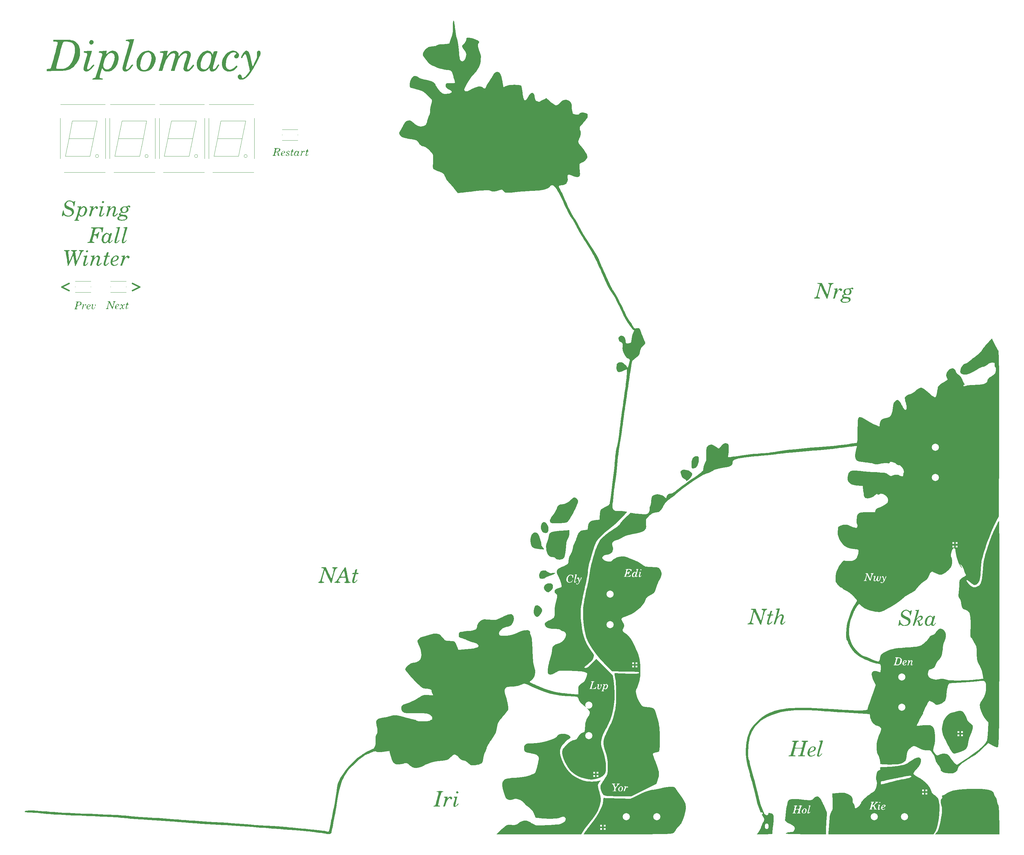
<source format=gto>
%TF.GenerationSoftware,KiCad,Pcbnew,(6.0.4)*%
%TF.CreationDate,2022-05-26T23:51:57-07:00*%
%TF.ProjectId,top_L,746f705f-4c2e-46b6-9963-61645f706362,rev?*%
%TF.SameCoordinates,Original*%
%TF.FileFunction,Legend,Top*%
%TF.FilePolarity,Positive*%
%FSLAX46Y46*%
G04 Gerber Fmt 4.6, Leading zero omitted, Abs format (unit mm)*
G04 Created by KiCad (PCBNEW (6.0.4)) date 2022-05-26 23:51:57*
%MOMM*%
%LPD*%
G01*
G04 APERTURE LIST*
%ADD10C,0.450000*%
%ADD11C,0.120000*%
%ADD12R,0.550000X0.550000*%
%ADD13R,1.524000X2.524000*%
%ADD14O,1.524000X2.524000*%
%ADD15C,2.000000*%
%ADD16C,2.200000*%
%ADD17R,0.900000X1.000000*%
%ADD18C,0.650000*%
%ADD19O,2.100000X1.000000*%
%ADD20O,1.600000X1.000000*%
%ADD21O,1.000000X2.100000*%
%ADD22O,1.000000X1.600000*%
G04 APERTURE END LIST*
D10*
X53000000Y-94000000D02*
X51000000Y-93000000D01*
X51000000Y-95000000D02*
X53000000Y-94000000D01*
X33000000Y-93000000D02*
X31000000Y-94000000D01*
X31000000Y-94000000D02*
X33000000Y-95000000D01*
D11*
X76000000Y-47000000D02*
X83000000Y-47000000D01*
X72590000Y-57715000D02*
X72590000Y-46285000D01*
X73700000Y-61635000D02*
X85300000Y-61635000D01*
X83000000Y-47000000D02*
X82000000Y-52000000D01*
X75000000Y-52000000D02*
X74000000Y-57000000D01*
X82000000Y-52000000D02*
X75000000Y-52000000D01*
X74000000Y-57000000D02*
X81000000Y-57000000D01*
X85300000Y-42365000D02*
X72700000Y-42365000D01*
X81000000Y-57000000D02*
X82000000Y-52000000D01*
X85410000Y-57715000D02*
X85410000Y-46285000D01*
X76000000Y-47000000D02*
X75000000Y-52000000D01*
X83447214Y-57000000D02*
G75*
G03*
X83447214Y-57000000I-447214J0D01*
G01*
X93300000Y-51050000D02*
X93300000Y-50950000D01*
X93300000Y-52550000D02*
X97700000Y-52550000D01*
X97700000Y-49450000D02*
X93300000Y-49450000D01*
X97700000Y-51050000D02*
X97700000Y-50950000D01*
X34800000Y-95550000D02*
X39200000Y-95550000D01*
X34800000Y-94050000D02*
X34800000Y-93950000D01*
X39200000Y-92450000D02*
X34800000Y-92450000D01*
X39200000Y-94050000D02*
X39200000Y-93950000D01*
X43410000Y-57715000D02*
X43410000Y-46285000D01*
X31700000Y-61635000D02*
X43300000Y-61635000D01*
X41000000Y-47000000D02*
X40000000Y-52000000D01*
X39000000Y-57000000D02*
X40000000Y-52000000D01*
X32000000Y-57000000D02*
X39000000Y-57000000D01*
X34000000Y-47000000D02*
X41000000Y-47000000D01*
X33000000Y-52000000D02*
X32000000Y-57000000D01*
X40000000Y-52000000D02*
X33000000Y-52000000D01*
X43300000Y-42365000D02*
X30700000Y-42365000D01*
X34000000Y-47000000D02*
X33000000Y-52000000D01*
X30590000Y-57715000D02*
X30590000Y-46285000D01*
X41447214Y-57000000D02*
G75*
G03*
X41447214Y-57000000I-447214J0D01*
G01*
G36*
X48842807Y-85456143D02*
G01*
X48792202Y-85793600D01*
X49118362Y-85467440D01*
X49343080Y-85266074D01*
X49524817Y-85165095D01*
X49675750Y-85141279D01*
X49896307Y-85192382D01*
X50084741Y-85320466D01*
X50192567Y-85487692D01*
X50202326Y-85552238D01*
X50152202Y-85771002D01*
X50027387Y-85909359D01*
X49866216Y-85956072D01*
X49707025Y-85899908D01*
X49589026Y-85731977D01*
X49494044Y-85562822D01*
X49375737Y-85525540D01*
X49217948Y-85620367D01*
X49099063Y-85739172D01*
X48843618Y-86095793D01*
X48597559Y-86596516D01*
X48360151Y-87242886D01*
X48318268Y-87374855D01*
X48117479Y-88020930D01*
X47859852Y-88020930D01*
X47678783Y-88000285D01*
X47633946Y-87936755D01*
X47636476Y-87928634D01*
X47711289Y-87708369D01*
X47803654Y-87408786D01*
X47905403Y-87059893D01*
X48008368Y-86691698D01*
X48104380Y-86334207D01*
X48185271Y-86017431D01*
X48242872Y-85771375D01*
X48269015Y-85626048D01*
X48269181Y-85604317D01*
X48179293Y-85492313D01*
X48041956Y-85450183D01*
X47877282Y-85396565D01*
X47838161Y-85314085D01*
X47918527Y-85240848D01*
X48079506Y-85214304D01*
X48321276Y-85200888D01*
X48586167Y-85169347D01*
X48606444Y-85166089D01*
X48893411Y-85118686D01*
X48842807Y-85456143D01*
G37*
G36*
X165763416Y-184252664D02*
G01*
X166105501Y-184451144D01*
X166413267Y-184719472D01*
X166656894Y-185035267D01*
X166806562Y-185376147D01*
X166823860Y-185451972D01*
X166813506Y-185763669D01*
X166684822Y-186125088D01*
X166448731Y-186514533D01*
X166116160Y-186910310D01*
X166061360Y-186966151D01*
X165770514Y-187232320D01*
X165534763Y-187378714D01*
X165327734Y-187408730D01*
X165123052Y-187325759D01*
X164894341Y-187133196D01*
X164879301Y-187118254D01*
X164620538Y-186756707D01*
X164471708Y-186305826D01*
X164434805Y-185777061D01*
X164511825Y-185181862D01*
X164528789Y-185106640D01*
X164657198Y-184690716D01*
X164817550Y-184381775D01*
X165000176Y-184196054D01*
X165095569Y-184154777D01*
X165416832Y-184146415D01*
X165763416Y-184252664D01*
G37*
G36*
X177056273Y-208315846D02*
G01*
X177063121Y-207822181D01*
X180081977Y-207822181D01*
X180151151Y-207836067D01*
X180340172Y-207844655D01*
X180621288Y-207847342D01*
X180966745Y-207843526D01*
X181017362Y-207842468D01*
X181952746Y-207821802D01*
X182058774Y-207503379D01*
X182113316Y-207303795D01*
X182128594Y-207167469D01*
X182120193Y-207140348D01*
X182051468Y-207165085D01*
X181924463Y-207277160D01*
X181833546Y-207375738D01*
X181661034Y-207551100D01*
X181492409Y-207643266D01*
X181257960Y-207687453D01*
X181205928Y-207692786D01*
X180970734Y-207706018D01*
X180852150Y-207684382D01*
X180822028Y-207628144D01*
X180841867Y-207512514D01*
X180893065Y-207293686D01*
X180965714Y-207008246D01*
X181049903Y-206692776D01*
X181092977Y-206537729D01*
X182370930Y-206537729D01*
X182431406Y-206594872D01*
X182490294Y-206603488D01*
X182570405Y-206636187D01*
X182571647Y-206757915D01*
X182561051Y-206806541D01*
X182522393Y-207004626D01*
X182482056Y-207265302D01*
X182468082Y-207372075D01*
X182450592Y-207605336D01*
X182477113Y-207742754D01*
X182557061Y-207832049D01*
X182559112Y-207833557D01*
X182789142Y-207926049D01*
X183020684Y-207872167D01*
X183197815Y-207729506D01*
X183412088Y-207450459D01*
X183565126Y-207151780D01*
X183646719Y-206866841D01*
X183646655Y-206629015D01*
X183576806Y-206490843D01*
X183450259Y-206414793D01*
X183371210Y-206458141D01*
X183357941Y-206595529D01*
X183398983Y-206737480D01*
X183449651Y-206926805D01*
X183418085Y-207114630D01*
X183382981Y-207205998D01*
X183219813Y-207498746D01*
X183031296Y-207670648D01*
X182882517Y-207711047D01*
X182773770Y-207647797D01*
X182739979Y-207459606D01*
X182781210Y-207148811D01*
X182857703Y-206849348D01*
X182917252Y-206627242D01*
X182949489Y-206471693D01*
X182950000Y-206423899D01*
X182856566Y-206411613D01*
X182692833Y-206430147D01*
X182519113Y-206467645D01*
X182395721Y-206512251D01*
X182370930Y-206537729D01*
X181092977Y-206537729D01*
X181135723Y-206383861D01*
X181213266Y-206118084D01*
X181272623Y-205932030D01*
X181299001Y-205867204D01*
X181404351Y-205803388D01*
X181489241Y-205791279D01*
X181606838Y-205759518D01*
X181632558Y-205717442D01*
X181564265Y-205679565D01*
X181381225Y-205653393D01*
X181116199Y-205643605D01*
X181115698Y-205643605D01*
X180833763Y-205655361D01*
X180655777Y-205686741D01*
X180594125Y-205731910D01*
X180661195Y-205785031D01*
X180753132Y-205814405D01*
X180867514Y-205888857D01*
X180867490Y-205989150D01*
X180832637Y-206113994D01*
X180770007Y-206345159D01*
X180689435Y-206646161D01*
X180625334Y-206887538D01*
X180527296Y-207240256D01*
X180447964Y-207474729D01*
X180375534Y-207617202D01*
X180298201Y-207693918D01*
X180252545Y-207716379D01*
X180122811Y-207780142D01*
X180081977Y-207822181D01*
X177063121Y-207822181D01*
X177063320Y-207807825D01*
X177090385Y-207419239D01*
X177149131Y-207122086D01*
X177251223Y-206888362D01*
X177408323Y-206690064D01*
X177632096Y-206499191D01*
X177888101Y-206318719D01*
X178407196Y-205922453D01*
X178805211Y-205503836D01*
X179106679Y-205028188D01*
X179336132Y-204460828D01*
X179429499Y-204139625D01*
X179519143Y-203772878D01*
X179559921Y-203524750D01*
X179550719Y-203374117D01*
X179490422Y-203299858D01*
X179384192Y-203280814D01*
X179218148Y-203235823D01*
X179135995Y-203160603D01*
X179011681Y-203070200D01*
X178749978Y-202986276D01*
X178361066Y-202909798D01*
X177855127Y-202841733D01*
X177242342Y-202783049D01*
X176532893Y-202734713D01*
X175736962Y-202697692D01*
X174864729Y-202672954D01*
X173926377Y-202661465D01*
X173879651Y-202661262D01*
X173332462Y-202661137D01*
X172821610Y-202664882D01*
X172369338Y-202672032D01*
X171997892Y-202682120D01*
X171729516Y-202694680D01*
X171586453Y-202709246D01*
X171586101Y-202709321D01*
X171396905Y-202777360D01*
X171138793Y-202905526D01*
X170862948Y-203068019D01*
X170822599Y-203094157D01*
X170219441Y-203438948D01*
X169664888Y-203648100D01*
X169153792Y-203723517D01*
X169119655Y-203723837D01*
X168815200Y-203699687D01*
X168621724Y-203609728D01*
X168507928Y-203427698D01*
X168447190Y-203159610D01*
X168423270Y-202774049D01*
X168444618Y-202283523D01*
X168506123Y-201721886D01*
X168602677Y-201122988D01*
X168729171Y-200520683D01*
X168880495Y-199948821D01*
X168977790Y-199643958D01*
X169128272Y-199167551D01*
X169276065Y-198630885D01*
X169411418Y-198075903D01*
X169524581Y-197544546D01*
X169605802Y-197078758D01*
X169640096Y-196795242D01*
X169703646Y-196314709D01*
X169815573Y-195940851D01*
X169995596Y-195651051D01*
X170263432Y-195422694D01*
X170638799Y-195233162D01*
X171141414Y-195059839D01*
X171157188Y-195055096D01*
X171748092Y-194828947D01*
X172276764Y-194531108D01*
X172731715Y-194176483D01*
X173101456Y-193779979D01*
X173374499Y-193356500D01*
X173539353Y-192920951D01*
X173584532Y-192488239D01*
X173498544Y-192073267D01*
X173483737Y-192036727D01*
X173340855Y-191787559D01*
X173139556Y-191618321D01*
X172841824Y-191500883D01*
X172716180Y-191468759D01*
X172392335Y-191355155D01*
X172186552Y-191198211D01*
X172185740Y-191197182D01*
X172090036Y-191096949D01*
X171966278Y-191018148D01*
X171794559Y-190956812D01*
X171554974Y-190908978D01*
X171227616Y-190870680D01*
X170792580Y-190837953D01*
X170229960Y-190806832D01*
X170224709Y-190806570D01*
X169616396Y-190770556D01*
X169134287Y-190725229D01*
X168756923Y-190663054D01*
X168462844Y-190576497D01*
X168230593Y-190458020D01*
X168038709Y-190300090D01*
X167865732Y-190095171D01*
X167758029Y-189940400D01*
X167611234Y-189688039D01*
X167542624Y-189472848D01*
X167561991Y-189280533D01*
X167679126Y-189096798D01*
X167903824Y-188907348D01*
X168245874Y-188697888D01*
X168715070Y-188454122D01*
X168807247Y-188408701D01*
X169323207Y-188148596D01*
X169717731Y-187924808D01*
X170005740Y-187716954D01*
X170202154Y-187504652D01*
X170321893Y-187267518D01*
X170379878Y-186985171D01*
X170391027Y-186637227D01*
X170374397Y-186267794D01*
X170356226Y-185812577D01*
X170363824Y-185379811D01*
X170401076Y-184938783D01*
X170471867Y-184458779D01*
X170580084Y-183909087D01*
X170729611Y-183258992D01*
X170782405Y-183042634D01*
X170882236Y-182617235D01*
X170967334Y-182215758D01*
X171031315Y-181871444D01*
X171067795Y-181617535D01*
X171073837Y-181525193D01*
X171063726Y-181335660D01*
X171016960Y-181189729D01*
X170908889Y-181041270D01*
X170714864Y-180844155D01*
X170704651Y-180834302D01*
X170499122Y-180622565D01*
X170385794Y-180461017D01*
X170340346Y-180309129D01*
X170335465Y-180219027D01*
X170405663Y-179908045D01*
X170610557Y-179639615D01*
X170941595Y-179420398D01*
X171390225Y-179257056D01*
X171642409Y-179200900D01*
X171969118Y-179134291D01*
X172174632Y-179064661D01*
X172283917Y-178967898D01*
X172321940Y-178819893D01*
X172313667Y-178596532D01*
X172310072Y-178556096D01*
X172227801Y-178090063D01*
X172223440Y-178075347D01*
X176423556Y-178075347D01*
X176522835Y-178185819D01*
X176680182Y-178247234D01*
X176721467Y-178250000D01*
X176899620Y-178205087D01*
X177065815Y-178109392D01*
X177182943Y-177977195D01*
X177334147Y-177751162D01*
X177502127Y-177464552D01*
X177669582Y-177150626D01*
X177819210Y-176842640D01*
X177933711Y-176573855D01*
X177995784Y-176377529D01*
X178001153Y-176311331D01*
X177940730Y-176181665D01*
X177866861Y-176145640D01*
X177787178Y-176201991D01*
X177731232Y-176381646D01*
X177710403Y-176520060D01*
X177664567Y-176777376D01*
X177600858Y-176999971D01*
X177569744Y-177071908D01*
X177516729Y-177158097D01*
X177475567Y-177164769D01*
X177431263Y-177072497D01*
X177368822Y-176861857D01*
X177347359Y-176783819D01*
X177270016Y-176531297D01*
X177194450Y-176333546D01*
X177142254Y-176240626D01*
X177008642Y-176195027D01*
X176850379Y-176279171D01*
X176716684Y-176439324D01*
X176643017Y-176592602D01*
X176645020Y-176679242D01*
X176708481Y-176671672D01*
X176790947Y-176583389D01*
X176865894Y-176499877D01*
X176926916Y-176495191D01*
X176985607Y-176586192D01*
X177053560Y-176789743D01*
X177130843Y-177077760D01*
X177269571Y-177617087D01*
X177084516Y-177859706D01*
X176928599Y-178039548D01*
X176822598Y-178094153D01*
X176749474Y-178029907D01*
X176732601Y-177991570D01*
X176633877Y-177895498D01*
X176498780Y-177895973D01*
X176425036Y-177957886D01*
X176423556Y-178075347D01*
X172223440Y-178075347D01*
X172057955Y-177516910D01*
X171803721Y-176846013D01*
X171792938Y-176821563D01*
X173695058Y-176821563D01*
X173703548Y-177093722D01*
X173739101Y-177270146D01*
X173816843Y-177402292D01*
X173888738Y-177480440D01*
X174180167Y-177674364D01*
X174524476Y-177752922D01*
X174877197Y-177711797D01*
X175120198Y-177600015D01*
X175247534Y-177481073D01*
X175841745Y-177481073D01*
X175855235Y-177588501D01*
X175876701Y-177626534D01*
X176016698Y-177722648D01*
X176180384Y-177688227D01*
X176382267Y-177519859D01*
X176397129Y-177504121D01*
X176520000Y-177349342D01*
X176573710Y-177233485D01*
X176570411Y-177209324D01*
X176502410Y-177215191D01*
X176385477Y-177312797D01*
X176355463Y-177346046D01*
X176230396Y-177466390D01*
X176143235Y-177505994D01*
X176133523Y-177501030D01*
X176134201Y-177416261D01*
X176168932Y-177216418D01*
X176232083Y-176928668D01*
X176318022Y-176580181D01*
X176348753Y-176462769D01*
X176444078Y-176100022D01*
X176523982Y-175789330D01*
X176581550Y-175558088D01*
X176609869Y-175433693D01*
X176611628Y-175421186D01*
X176549077Y-175382650D01*
X176401568Y-175371949D01*
X176229314Y-175389846D01*
X176137725Y-175415167D01*
X176034303Y-175492014D01*
X176043267Y-175566992D01*
X176131686Y-175591860D01*
X176189224Y-175597266D01*
X176222651Y-175627859D01*
X176229565Y-175705206D01*
X176207562Y-175850872D01*
X176154237Y-176086422D01*
X176067186Y-176433422D01*
X176015334Y-176635714D01*
X175918555Y-177027833D01*
X175861772Y-177301901D01*
X175841745Y-177481073D01*
X175247534Y-177481073D01*
X175254510Y-177474557D01*
X175388942Y-177294540D01*
X175483288Y-177119109D01*
X175504070Y-177035353D01*
X175466931Y-176984737D01*
X175382529Y-177027354D01*
X175291384Y-177137686D01*
X175266600Y-177184898D01*
X175103205Y-177396862D01*
X174868271Y-177530751D01*
X174606662Y-177575417D01*
X174363241Y-177519712D01*
X174248837Y-177437791D01*
X174136203Y-177231220D01*
X174095455Y-176940468D01*
X174119451Y-176606104D01*
X174201047Y-176268695D01*
X174333102Y-175968809D01*
X174508472Y-175747014D01*
X174552625Y-175712400D01*
X174804248Y-175605780D01*
X175042416Y-175621533D01*
X175233203Y-175743979D01*
X175342679Y-175957438D01*
X175356395Y-176083874D01*
X175390805Y-176230221D01*
X175468726Y-176319134D01*
X175550434Y-176308481D01*
X175577281Y-176220696D01*
X175608675Y-176031817D01*
X175630469Y-175850500D01*
X175652334Y-175615242D01*
X175648830Y-175499797D01*
X175610485Y-175477163D01*
X175527828Y-175520337D01*
X175517024Y-175527069D01*
X175376852Y-175586477D01*
X175275658Y-175540526D01*
X175269634Y-175534634D01*
X175110533Y-175463276D01*
X174870943Y-175448372D01*
X174605452Y-175486701D01*
X174368651Y-175575040D01*
X174344089Y-175589254D01*
X174157521Y-175741431D01*
X173966062Y-175954934D01*
X173901066Y-176045068D01*
X173778151Y-176260673D01*
X173715663Y-176471836D01*
X173695577Y-176746492D01*
X173695058Y-176821563D01*
X171792938Y-176821563D01*
X171478564Y-176108721D01*
X171316976Y-175750256D01*
X171172485Y-175406813D01*
X171061134Y-175117997D01*
X170999914Y-174927284D01*
X170959785Y-174563279D01*
X171035358Y-174240154D01*
X171233763Y-173949047D01*
X171562133Y-173681094D01*
X172027600Y-173427434D01*
X172303359Y-173307521D01*
X172878904Y-173067249D01*
X173329850Y-172863494D01*
X173671030Y-172684121D01*
X173917277Y-172516996D01*
X174083423Y-172349987D01*
X174184301Y-172170961D01*
X174234742Y-171967783D01*
X174249580Y-171728320D01*
X174249653Y-171715407D01*
X174326093Y-171009804D01*
X174550151Y-170306322D01*
X174921783Y-169605090D01*
X174973844Y-169524806D01*
X175215536Y-169096663D01*
X175381631Y-168641661D01*
X175489855Y-168107977D01*
X175509672Y-167958452D01*
X175556859Y-167652734D01*
X175627213Y-167374717D01*
X175735975Y-167078884D01*
X175898391Y-166719718D01*
X175982445Y-166546802D01*
X176166877Y-166144527D01*
X176347167Y-165703612D01*
X176498767Y-165286434D01*
X176574705Y-165041818D01*
X176685471Y-164680798D01*
X176814079Y-164318687D01*
X176938247Y-164016728D01*
X176977711Y-163934260D01*
X177209734Y-163545611D01*
X177472394Y-163257332D01*
X177791936Y-163054192D01*
X178194609Y-162920961D01*
X178706659Y-162842410D01*
X178885484Y-162827233D01*
X179242544Y-162794272D01*
X179477819Y-162753902D01*
X179617191Y-162700311D01*
X179672503Y-162650525D01*
X179720185Y-162521005D01*
X179765702Y-162287801D01*
X179801071Y-161994788D01*
X179808387Y-161903536D01*
X179857578Y-161448667D01*
X179940500Y-161103153D01*
X180070662Y-160830063D01*
X180261573Y-160592470D01*
X180303196Y-160550852D01*
X180519786Y-160377494D01*
X180784972Y-160242863D01*
X181123332Y-160139491D01*
X181559443Y-160059909D01*
X182117883Y-159996650D01*
X182130959Y-159995456D01*
X182532808Y-159954567D01*
X182804915Y-159915488D01*
X182965116Y-159874572D01*
X183031243Y-159828167D01*
X183035465Y-159810382D01*
X183040662Y-159703157D01*
X183054956Y-159477702D01*
X183076399Y-159163051D01*
X183103044Y-158788236D01*
X183115078Y-158623139D01*
X183155778Y-158099223D01*
X183200974Y-157697552D01*
X183265993Y-157393097D01*
X183366158Y-157160826D01*
X183516797Y-156975707D01*
X183733235Y-156812711D01*
X184030798Y-156646807D01*
X184424811Y-156452962D01*
X184451800Y-156439922D01*
X184939871Y-156194094D01*
X185307572Y-155982928D01*
X185573853Y-155792114D01*
X185757662Y-155607342D01*
X185877947Y-155414299D01*
X185909845Y-155338708D01*
X185935892Y-155221790D01*
X185977794Y-154973580D01*
X186033531Y-154609375D01*
X186101079Y-154144470D01*
X186178419Y-153594163D01*
X186263526Y-152973749D01*
X186354381Y-152298525D01*
X186448960Y-151583787D01*
X186545243Y-150844832D01*
X186641207Y-150096956D01*
X186734830Y-149355455D01*
X186824091Y-148635626D01*
X186906968Y-147952765D01*
X186981439Y-147322168D01*
X187045482Y-146759132D01*
X187053718Y-146684593D01*
X187119435Y-146066278D01*
X187191023Y-145357069D01*
X187263032Y-144613312D01*
X187330013Y-143891353D01*
X187386518Y-143247538D01*
X187389320Y-143214244D01*
X187449440Y-142513703D01*
X187503174Y-141933074D01*
X187554387Y-141444954D01*
X187606947Y-141021937D01*
X187664718Y-140636618D01*
X187731567Y-140261592D01*
X187811358Y-139869454D01*
X187907959Y-139432800D01*
X187946554Y-139263954D01*
X188034514Y-138868386D01*
X188118644Y-138460492D01*
X188201038Y-138026499D01*
X188283789Y-137552633D01*
X188368990Y-137025123D01*
X188458736Y-136430195D01*
X188555119Y-135754079D01*
X188660233Y-134983000D01*
X188776171Y-134103186D01*
X188905028Y-133100865D01*
X189012795Y-132249419D01*
X189121948Y-131394187D01*
X189244128Y-130457187D01*
X189374377Y-129475165D01*
X189507740Y-128484866D01*
X189639259Y-127523036D01*
X189763979Y-126626421D01*
X189876943Y-125831767D01*
X189899198Y-125677907D01*
X190004504Y-124945964D01*
X190110892Y-124194503D01*
X190214632Y-123450715D01*
X190311991Y-122741793D01*
X190399238Y-122094928D01*
X190472641Y-121537312D01*
X190528469Y-121096138D01*
X190532503Y-121063081D01*
X190601377Y-120457058D01*
X190660669Y-119857621D01*
X190709432Y-119282497D01*
X190746719Y-118749412D01*
X190771581Y-118276092D01*
X190783071Y-117880264D01*
X190780240Y-117579653D01*
X190762142Y-117391986D01*
X190731875Y-117334302D01*
X190637604Y-117365022D01*
X190440544Y-117448521D01*
X190170127Y-117571810D01*
X189876000Y-117712055D01*
X189343383Y-117948877D01*
X188910711Y-118088824D01*
X188566210Y-118131600D01*
X188298107Y-118076907D01*
X188094631Y-117924450D01*
X187944008Y-117673930D01*
X187939472Y-117663198D01*
X187882661Y-117434320D01*
X187849749Y-117109976D01*
X187840971Y-116740464D01*
X187856564Y-116376084D01*
X187896765Y-116067135D01*
X187931348Y-115933458D01*
X188096722Y-115669819D01*
X188374962Y-115475856D01*
X188742696Y-115364265D01*
X189020283Y-115341912D01*
X189348795Y-115376618D01*
X189656497Y-115492283D01*
X189965651Y-115703153D01*
X190298520Y-116023473D01*
X190566541Y-116331289D01*
X190811518Y-116613707D01*
X190979173Y-116774594D01*
X191072300Y-116816477D01*
X191088063Y-116803014D01*
X191135683Y-116674415D01*
X191205729Y-116437243D01*
X191289338Y-116127248D01*
X191377644Y-115780180D01*
X191461786Y-115431788D01*
X191532899Y-115117822D01*
X191582118Y-114874031D01*
X191600581Y-114736164D01*
X191600581Y-114735925D01*
X191531895Y-114514917D01*
X191341012Y-114345366D01*
X191143861Y-114269002D01*
X190888606Y-114141017D01*
X190615566Y-113892996D01*
X190341269Y-113548539D01*
X190082243Y-113131242D01*
X189855015Y-112664702D01*
X189676608Y-112174159D01*
X189599897Y-111895571D01*
X189556176Y-111655173D01*
X189540879Y-111400638D01*
X189549439Y-111079639D01*
X189562189Y-110863103D01*
X189581931Y-110455893D01*
X189573764Y-110168830D01*
X189528924Y-109975631D01*
X189438651Y-109850015D01*
X189294182Y-109765701D01*
X189182980Y-109725648D01*
X188820237Y-109548141D01*
X188576367Y-109284460D01*
X188448258Y-108930203D01*
X188425581Y-108654713D01*
X188443770Y-108415696D01*
X188519687Y-108239949D01*
X188676628Y-108060349D01*
X188866753Y-107896991D01*
X189047171Y-107824156D01*
X189248866Y-107809578D01*
X189636169Y-107872581D01*
X189945267Y-108060833D01*
X190176133Y-108374297D01*
X190328737Y-108812936D01*
X190394446Y-109253889D01*
X190435803Y-109608681D01*
X190501497Y-109838124D01*
X190611714Y-109964483D01*
X190786639Y-110010025D01*
X191046457Y-109997016D01*
X191066066Y-109994757D01*
X191471156Y-109926306D01*
X191752644Y-109824173D01*
X191933066Y-109675914D01*
X192034959Y-109469086D01*
X192038094Y-109458079D01*
X192082595Y-109221249D01*
X192111749Y-108919936D01*
X192118122Y-108732267D01*
X192183182Y-108062700D01*
X192363318Y-107399173D01*
X192600462Y-106875932D01*
X192726961Y-106641496D01*
X192818296Y-106456527D01*
X192855695Y-106359167D01*
X192855814Y-106357045D01*
X192795665Y-106286314D01*
X192652440Y-106204748D01*
X192473304Y-106076627D01*
X192235451Y-105830896D01*
X191948493Y-105480862D01*
X191622038Y-105039832D01*
X191265697Y-104521115D01*
X190889079Y-103938016D01*
X190501794Y-103303843D01*
X190265293Y-102899128D01*
X190094695Y-102588013D01*
X189880216Y-102174997D01*
X189638279Y-101692978D01*
X189385308Y-101174855D01*
X189137724Y-100653527D01*
X189048966Y-100462500D01*
X188631323Y-99563355D01*
X188263316Y-98785199D01*
X187936859Y-98113095D01*
X187643861Y-97532109D01*
X187376235Y-97027304D01*
X187125893Y-96583744D01*
X186884746Y-96186494D01*
X186644705Y-95820618D01*
X186397683Y-95471179D01*
X186209957Y-95220058D01*
X186052013Y-94996441D01*
X185878612Y-94717091D01*
X185684961Y-94372193D01*
X185466267Y-93951935D01*
X185217736Y-93446503D01*
X184934575Y-92846084D01*
X184611991Y-92140865D01*
X184245190Y-91321033D01*
X183829379Y-90376774D01*
X183703353Y-90088372D01*
X183290026Y-89144223D01*
X182923901Y-88316928D01*
X182594940Y-87587214D01*
X182293106Y-86935803D01*
X182008362Y-86343422D01*
X181730670Y-85790795D01*
X181449994Y-85258647D01*
X181156296Y-84727701D01*
X180839538Y-84178684D01*
X180489685Y-83592319D01*
X180096698Y-82949331D01*
X179650541Y-82230446D01*
X179416279Y-81855523D01*
X178981973Y-81159906D01*
X178612999Y-80564467D01*
X178295221Y-80044914D01*
X178014504Y-79576956D01*
X177756713Y-79136300D01*
X177507714Y-78698654D01*
X177253370Y-78239728D01*
X176979548Y-77735228D01*
X176672112Y-77160863D01*
X176539259Y-76911192D01*
X176214773Y-76303941D01*
X175946145Y-75809953D01*
X175722286Y-75410867D01*
X175532109Y-75088319D01*
X175364527Y-74823944D01*
X175208450Y-74599379D01*
X175052790Y-74396260D01*
X174932913Y-74250810D01*
X174784509Y-74041882D01*
X174587971Y-73713976D01*
X174352215Y-73284326D01*
X174086158Y-72770165D01*
X173798716Y-72188724D01*
X173498806Y-71557237D01*
X173195344Y-70892935D01*
X173194342Y-70890698D01*
X172719735Y-69844552D01*
X172291024Y-68929569D01*
X171904023Y-68137987D01*
X171554547Y-67462047D01*
X171238409Y-66893987D01*
X170951425Y-66426046D01*
X170689408Y-66050466D01*
X170448172Y-65759484D01*
X170398527Y-65707132D01*
X170173185Y-65485920D01*
X170007550Y-65355648D01*
X169866436Y-65294106D01*
X169720340Y-65279070D01*
X169359378Y-65324698D01*
X169109104Y-65463530D01*
X168993934Y-65622932D01*
X168815536Y-65856720D01*
X168512056Y-66067401D01*
X168074424Y-66260582D01*
X167826420Y-66344844D01*
X167368236Y-66477933D01*
X166909596Y-66584542D01*
X166422098Y-66668659D01*
X165877340Y-66734273D01*
X165246920Y-66785373D01*
X164502437Y-66825948D01*
X164354651Y-66832419D01*
X163622448Y-66865558D01*
X162959414Y-66900631D01*
X162329411Y-66940312D01*
X161696300Y-66987276D01*
X161023944Y-67044197D01*
X160276203Y-67113751D01*
X159444477Y-67195839D01*
X158705903Y-67269629D01*
X158098468Y-67327201D01*
X157606392Y-67367261D01*
X157213897Y-67388516D01*
X156905203Y-67389672D01*
X156664529Y-67369437D01*
X156476099Y-67326517D01*
X156324130Y-67259619D01*
X156192846Y-67167450D01*
X156066465Y-67048717D01*
X155934801Y-66908209D01*
X155755896Y-66725287D01*
X155596489Y-66606711D01*
X155426663Y-66549614D01*
X155216497Y-66551127D01*
X154936074Y-66608380D01*
X154555475Y-66718504D01*
X154414168Y-66762399D01*
X153848079Y-66923157D01*
X153389239Y-67014048D01*
X153015623Y-67036593D01*
X152705209Y-66992314D01*
X152462981Y-66897273D01*
X152281787Y-66819991D01*
X152059748Y-66759937D01*
X151787318Y-66717525D01*
X151454952Y-66693170D01*
X151053105Y-66687287D01*
X150572231Y-66700291D01*
X150002785Y-66732598D01*
X149335222Y-66784621D01*
X148559998Y-66856776D01*
X147667565Y-66949478D01*
X146648380Y-67063142D01*
X145492898Y-67198182D01*
X145465453Y-67201446D01*
X144880188Y-67271003D01*
X144343374Y-67334653D01*
X143872163Y-67390373D01*
X143483710Y-67436141D01*
X143195168Y-67469936D01*
X143023691Y-67489733D01*
X142982322Y-67494186D01*
X142932779Y-67438219D01*
X142810589Y-67283596D01*
X142631124Y-67050237D01*
X142409759Y-66758060D01*
X142255711Y-66552762D01*
X141934755Y-66140115D01*
X141552852Y-65674818D01*
X141153550Y-65208571D01*
X140780395Y-64793072D01*
X140709891Y-64717591D01*
X140345448Y-64322248D01*
X140063004Y-63989261D01*
X139836968Y-63679832D01*
X139641749Y-63355161D01*
X139451756Y-62976451D01*
X139241399Y-62504902D01*
X139224366Y-62465358D01*
X139094814Y-62209136D01*
X138936248Y-62001549D01*
X138724571Y-61825616D01*
X138435690Y-61664357D01*
X138045506Y-61500790D01*
X137658239Y-61361681D01*
X137282017Y-61226558D01*
X136921652Y-61087218D01*
X136619627Y-60960666D01*
X136427986Y-60869168D01*
X136252191Y-60763433D01*
X136120630Y-60648600D01*
X136028375Y-60503500D01*
X135970493Y-60306962D01*
X135942055Y-60037815D01*
X135938130Y-59674889D01*
X135953787Y-59197013D01*
X135968105Y-58894580D01*
X135997632Y-58280338D01*
X136017253Y-57793919D01*
X136026110Y-57415747D01*
X136023346Y-57126248D01*
X136008106Y-56905848D01*
X135979532Y-56734971D01*
X135936769Y-56594044D01*
X135878959Y-56463491D01*
X135860096Y-56426394D01*
X135715161Y-56209435D01*
X135481421Y-55929084D01*
X135186587Y-55612681D01*
X134858368Y-55287564D01*
X134524477Y-54981070D01*
X134212622Y-54720539D01*
X133950516Y-54533308D01*
X133926344Y-54518619D01*
X133630161Y-54371260D01*
X133303732Y-54250802D01*
X133120106Y-54204110D01*
X132812038Y-54126878D01*
X132570135Y-54009217D01*
X132357139Y-53823354D01*
X132135792Y-53541514D01*
X132037456Y-53397019D01*
X131835913Y-53101633D01*
X131656406Y-52872326D01*
X131475111Y-52697239D01*
X131268206Y-52564510D01*
X131011867Y-52462278D01*
X130682273Y-52378680D01*
X130255601Y-52301856D01*
X129708027Y-52219944D01*
X129659385Y-52212973D01*
X128939622Y-52100660D01*
X128348561Y-51985988D01*
X127867271Y-51863048D01*
X127476820Y-51725925D01*
X127158279Y-51568709D01*
X126892716Y-51385488D01*
X126823798Y-51327425D01*
X126563151Y-51021314D01*
X126441556Y-50688137D01*
X126463270Y-50339679D01*
X126464874Y-50333793D01*
X126534893Y-50155535D01*
X126662057Y-49896620D01*
X126824163Y-49600937D01*
X126905664Y-49462484D01*
X127109755Y-49113473D01*
X127322698Y-48732191D01*
X127505857Y-48388202D01*
X127544069Y-48312986D01*
X127840981Y-47794934D01*
X128152541Y-47409273D01*
X128495660Y-47140736D01*
X128887249Y-46974057D01*
X129076587Y-46929553D01*
X129318987Y-46903235D01*
X129538607Y-46931826D01*
X129763709Y-47028507D01*
X130022553Y-47206458D01*
X130343401Y-47478860D01*
X130437972Y-47564505D01*
X130733565Y-47820432D01*
X131033553Y-48056358D01*
X131298310Y-48242318D01*
X131454325Y-48333136D01*
X132009872Y-48542224D01*
X132550443Y-48627250D01*
X133057603Y-48589272D01*
X133512920Y-48429350D01*
X133848440Y-48195578D01*
X134034572Y-47984583D01*
X134167190Y-47723245D01*
X134263290Y-47372642D01*
X134302180Y-47156585D01*
X134371443Y-46854879D01*
X134486108Y-46487734D01*
X134624814Y-46121431D01*
X134668062Y-46021297D01*
X134836683Y-45631494D01*
X134958325Y-45307266D01*
X135044336Y-45003006D01*
X135106060Y-44673105D01*
X135154844Y-44271956D01*
X135186084Y-43938984D01*
X135274892Y-43189997D01*
X135400290Y-42564598D01*
X135566537Y-42042285D01*
X135594207Y-41974079D01*
X135693466Y-41606607D01*
X135679703Y-41272999D01*
X135620131Y-41110989D01*
X135472517Y-40890703D01*
X135233654Y-40601468D01*
X134926485Y-40267977D01*
X134573948Y-39914920D01*
X134198985Y-39566991D01*
X134124929Y-39501601D01*
X133689343Y-39143193D01*
X133267467Y-38850883D01*
X132827300Y-38609342D01*
X132336841Y-38403239D01*
X131764092Y-38217244D01*
X131077051Y-38036026D01*
X131054070Y-38030438D01*
X130639113Y-37928081D01*
X130265345Y-37832792D01*
X129960357Y-37751844D01*
X129751738Y-37692513D01*
X129676977Y-37667383D01*
X129519774Y-37525101D01*
X129421376Y-37275170D01*
X129378738Y-36944039D01*
X129388811Y-36558156D01*
X129448549Y-36143968D01*
X129554905Y-35727925D01*
X129704832Y-35336474D01*
X129895283Y-34996063D01*
X130000615Y-34858075D01*
X130330306Y-34545539D01*
X130669362Y-34374343D01*
X131027184Y-34344029D01*
X131413171Y-34454140D01*
X131836724Y-34704215D01*
X131918288Y-34764521D01*
X132193482Y-34925180D01*
X132577634Y-35082517D01*
X133032335Y-35223681D01*
X133519175Y-35335820D01*
X133737663Y-35373262D01*
X134457531Y-35508945D01*
X135099533Y-35683180D01*
X135651210Y-35889921D01*
X136100106Y-36123123D01*
X136433762Y-36376741D01*
X136639722Y-36644728D01*
X136696697Y-36809243D01*
X136790989Y-37077358D01*
X136974612Y-37413401D01*
X137225111Y-37788807D01*
X137520030Y-38175008D01*
X137836912Y-38543440D01*
X138153302Y-38865535D01*
X138446743Y-39112728D01*
X138573562Y-39196805D01*
X138755966Y-39295374D01*
X138921958Y-39354697D01*
X139117936Y-39383620D01*
X139390294Y-39390994D01*
X139582268Y-39389178D01*
X140127419Y-39360657D01*
X140550524Y-39290344D01*
X140872467Y-39173571D01*
X141049372Y-39061251D01*
X141203259Y-38893322D01*
X141230250Y-38724712D01*
X141126010Y-38548724D01*
X140886205Y-38358665D01*
X140506501Y-38147840D01*
X140435499Y-38113188D01*
X140168744Y-37973801D01*
X139934318Y-37832138D01*
X139788594Y-37723525D01*
X139616849Y-37486045D01*
X139527685Y-37200924D01*
X139520225Y-36907906D01*
X139593596Y-36646738D01*
X139746921Y-36457165D01*
X139817388Y-36415955D01*
X140006625Y-36371992D01*
X140340116Y-36347066D01*
X140818790Y-36341122D01*
X141036821Y-36343792D01*
X141529427Y-36346091D01*
X141877583Y-36333030D01*
X142083725Y-36304465D01*
X142142467Y-36277766D01*
X142176394Y-36188811D01*
X142157306Y-36022801D01*
X142081569Y-35753343D01*
X142061949Y-35692760D01*
X141969857Y-35382147D01*
X141869265Y-34995695D01*
X141777951Y-34602882D01*
X141754088Y-34489608D01*
X141605828Y-33903594D01*
X141425026Y-33427542D01*
X141217387Y-33073414D01*
X140988617Y-32853166D01*
X140967121Y-32840282D01*
X140723738Y-32750483D01*
X140346364Y-32679038D01*
X139997883Y-32640360D01*
X139333936Y-32550182D01*
X138603324Y-32395031D01*
X137842468Y-32186819D01*
X137087787Y-31937459D01*
X136375700Y-31658860D01*
X135742628Y-31362937D01*
X135278493Y-31096802D01*
X135062138Y-30926484D01*
X134792661Y-30668449D01*
X134490180Y-30347070D01*
X134174813Y-29986721D01*
X133866676Y-29611772D01*
X133585889Y-29246597D01*
X133352567Y-28915569D01*
X133186829Y-28643059D01*
X133113701Y-28474138D01*
X133085406Y-28096752D01*
X133193438Y-27690801D01*
X133432091Y-27268139D01*
X133795655Y-26840622D01*
X133987146Y-26659872D01*
X134363992Y-26365786D01*
X134751919Y-26157491D01*
X135191160Y-26019426D01*
X135721947Y-25936029D01*
X135900788Y-25919684D01*
X136298640Y-25880657D01*
X136599212Y-25829854D01*
X136852898Y-25755448D01*
X137110092Y-25645609D01*
X137149558Y-25626580D01*
X137330982Y-25541643D01*
X137494110Y-25478587D01*
X137667867Y-25432429D01*
X137881180Y-25398185D01*
X138162975Y-25370871D01*
X138542177Y-25345505D01*
X138898476Y-25325280D01*
X139457157Y-25291255D01*
X139885725Y-25255757D01*
X140201718Y-25214656D01*
X140422671Y-25163823D01*
X140566123Y-25099129D01*
X140649611Y-25016443D01*
X140690671Y-24911636D01*
X140692516Y-24902838D01*
X140805874Y-24446743D01*
X140969446Y-23931583D01*
X141160981Y-23426966D01*
X141174990Y-23393531D01*
X141319682Y-23019109D01*
X141430274Y-22650181D01*
X141510752Y-22258863D01*
X141565099Y-21817270D01*
X141597298Y-21297521D01*
X141611335Y-20671732D01*
X141612791Y-20329435D01*
X141615311Y-19789038D01*
X141623587Y-19379173D01*
X141638691Y-19082771D01*
X141661696Y-18882762D01*
X141693674Y-18762078D01*
X141713553Y-18725890D01*
X141783791Y-18646988D01*
X141832189Y-18671290D01*
X141888020Y-18817297D01*
X141895682Y-18840993D01*
X141974691Y-19111893D01*
X142041487Y-19404856D01*
X142100732Y-19748418D01*
X142157089Y-20171117D01*
X142215219Y-20701488D01*
X142239606Y-20946017D01*
X142324256Y-21730999D01*
X142412919Y-22384730D01*
X142508608Y-22923628D01*
X142614333Y-23364114D01*
X142733105Y-23722605D01*
X142761669Y-23793016D01*
X142871533Y-24098577D01*
X142967670Y-24467424D01*
X143052730Y-24916097D01*
X143129366Y-25461139D01*
X143200227Y-26119089D01*
X143267966Y-26906490D01*
X143274784Y-26994477D01*
X143333988Y-27720968D01*
X143390726Y-28318984D01*
X143447379Y-28807646D01*
X143506324Y-29206075D01*
X143569943Y-29533390D01*
X143612379Y-29707501D01*
X143748834Y-29968870D01*
X143974410Y-30134485D01*
X144253478Y-30182057D01*
X144349255Y-30168491D01*
X144606099Y-30042126D01*
X144843094Y-29799047D01*
X145049050Y-29469959D01*
X145212773Y-29085570D01*
X145323072Y-28676586D01*
X145368754Y-28273712D01*
X145338626Y-27907655D01*
X145258566Y-27673804D01*
X145157708Y-27504684D01*
X144995669Y-27264104D01*
X144802739Y-26996539D01*
X144745633Y-26920640D01*
X144455836Y-26513677D01*
X144271597Y-26190305D01*
X144186931Y-25937334D01*
X144195856Y-25741575D01*
X144202303Y-25722946D01*
X144294926Y-25591111D01*
X144468519Y-25423088D01*
X144620662Y-25303148D01*
X144996842Y-24950801D01*
X145243532Y-24528154D01*
X145351858Y-24104160D01*
X145409583Y-23808863D01*
X145509679Y-23624362D01*
X145682211Y-23526192D01*
X145957243Y-23489891D01*
X146110080Y-23487209D01*
X146737618Y-23551103D01*
X147428519Y-23741073D01*
X148173628Y-24054554D01*
X148225496Y-24080025D01*
X148613501Y-24284060D01*
X148872612Y-24451023D01*
X149013859Y-24591057D01*
X149048269Y-24714311D01*
X149010383Y-24802142D01*
X148919009Y-24952835D01*
X148814818Y-25157140D01*
X148802050Y-25184699D01*
X148728865Y-25485976D01*
X148729625Y-25882519D01*
X148801431Y-26343488D01*
X148941384Y-26838045D01*
X148963334Y-26900161D01*
X149143300Y-27396372D01*
X149280681Y-27778571D01*
X149380783Y-28072441D01*
X149448910Y-28303664D01*
X149490368Y-28497922D01*
X149510462Y-28680897D01*
X149514497Y-28878271D01*
X149507779Y-29115727D01*
X149495612Y-29418946D01*
X149493779Y-29468023D01*
X149446293Y-30146003D01*
X149349105Y-30749622D01*
X149190630Y-31305277D01*
X148959282Y-31839368D01*
X148643476Y-32378293D01*
X148231629Y-32948452D01*
X147712155Y-33576242D01*
X147669286Y-33625522D01*
X146862009Y-34603987D01*
X146168053Y-35563981D01*
X145563263Y-36540971D01*
X145128500Y-37356430D01*
X144956034Y-37722388D01*
X144856299Y-37993439D01*
X144822361Y-38199020D01*
X144847284Y-38368566D01*
X144873942Y-38436783D01*
X144987433Y-38598020D01*
X145154837Y-38682851D01*
X145388214Y-38689197D01*
X145699624Y-38614982D01*
X146101128Y-38458126D01*
X146604786Y-38216552D01*
X146829874Y-38099787D01*
X147580455Y-37734886D01*
X148239080Y-37481330D01*
X148810175Y-37338579D01*
X149298163Y-37306092D01*
X149707471Y-37383329D01*
X150042522Y-37569750D01*
X150172319Y-37691356D01*
X150380962Y-37848290D01*
X150588312Y-37889582D01*
X150761029Y-37815674D01*
X150848741Y-37682413D01*
X150985587Y-37365642D01*
X151181960Y-36985065D01*
X151445947Y-36526486D01*
X151785632Y-35975705D01*
X152098195Y-35488560D01*
X152347279Y-35099876D01*
X152577154Y-34731134D01*
X152771680Y-34408995D01*
X152914720Y-34160120D01*
X152984618Y-34024181D01*
X153199254Y-33670773D01*
X153478380Y-33403144D01*
X153796221Y-33231482D01*
X154126999Y-33165975D01*
X154444940Y-33216811D01*
X154679942Y-33354095D01*
X154889647Y-33571886D01*
X155070348Y-33855378D01*
X155227449Y-34220270D01*
X155366353Y-34682263D01*
X155492462Y-35257056D01*
X155611181Y-35960348D01*
X155636988Y-36134875D01*
X155712960Y-36625334D01*
X155781570Y-36984698D01*
X155847596Y-37229046D01*
X155915817Y-37374457D01*
X155991012Y-37437010D01*
X156025617Y-37442442D01*
X156133506Y-37407408D01*
X156315936Y-37318108D01*
X156431401Y-37253402D01*
X156780519Y-37089181D01*
X157203889Y-36967295D01*
X157719851Y-36884640D01*
X158346749Y-36838112D01*
X158964535Y-36824705D01*
X159639182Y-36837497D01*
X160181569Y-36881311D01*
X160588599Y-36955567D01*
X160857172Y-37059685D01*
X160984187Y-37193085D01*
X160987590Y-37203150D01*
X161074089Y-37546218D01*
X161155956Y-37994317D01*
X161235786Y-38563146D01*
X161293046Y-39052535D01*
X161342909Y-39461860D01*
X161399448Y-39853735D01*
X161456125Y-40186721D01*
X161506397Y-40419382D01*
X161511999Y-40439673D01*
X161628590Y-40751832D01*
X161773593Y-41003540D01*
X161926321Y-41164679D01*
X162039818Y-41208140D01*
X162200985Y-41138798D01*
X162403959Y-40934105D01*
X162644613Y-40599060D01*
X162911460Y-40151897D01*
X163213046Y-39667010D01*
X163498169Y-39322939D01*
X163765130Y-39120783D01*
X164012232Y-39061640D01*
X164237776Y-39146608D01*
X164332553Y-39232994D01*
X164491720Y-39436041D01*
X164599003Y-39656577D01*
X164670970Y-39939580D01*
X164718903Y-40281857D01*
X164769184Y-40598186D01*
X164841529Y-40897634D01*
X164918108Y-41110190D01*
X165028366Y-41296605D01*
X165153875Y-41384647D01*
X165332994Y-41415649D01*
X165539019Y-41459643D01*
X165609882Y-41544354D01*
X165609884Y-41544864D01*
X165667241Y-41647091D01*
X165838393Y-41657370D01*
X166121957Y-41576176D01*
X166516552Y-41403985D01*
X167020795Y-41141273D01*
X167389367Y-40932278D01*
X168024373Y-40563116D01*
X169005013Y-41431157D01*
X169478752Y-41840636D01*
X169866526Y-42151967D01*
X170183239Y-42374855D01*
X170443797Y-42519007D01*
X170663106Y-42594127D01*
X170817007Y-42611047D01*
X171098308Y-42546645D01*
X171422701Y-42362497D01*
X171769791Y-42072184D01*
X172015520Y-41812862D01*
X172248541Y-41573002D01*
X172497112Y-41361064D01*
X172710069Y-41220421D01*
X172720431Y-41215277D01*
X173149718Y-41083360D01*
X173624921Y-41065291D01*
X174098724Y-41160390D01*
X174294397Y-41237834D01*
X174635197Y-41441047D01*
X174887670Y-41702167D01*
X175060923Y-42040398D01*
X175164065Y-42474949D01*
X175206203Y-43025024D01*
X175208198Y-43164826D01*
X175225402Y-43546686D01*
X175268777Y-43941349D01*
X175331661Y-44312157D01*
X175407395Y-44622450D01*
X175489316Y-44835571D01*
X175520420Y-44883136D01*
X175736384Y-45050321D01*
X176054790Y-45178794D01*
X176432398Y-45254030D01*
X176664795Y-45267564D01*
X176923771Y-45262485D01*
X177083289Y-45233605D01*
X177191410Y-45163897D01*
X177288662Y-45046559D01*
X177523520Y-44840116D01*
X177752355Y-44743142D01*
X178062288Y-44697114D01*
X178420906Y-44701736D01*
X178791464Y-44749570D01*
X179137220Y-44833177D01*
X179421431Y-44945118D01*
X179607354Y-45077953D01*
X179641108Y-45125537D01*
X179703573Y-45359985D01*
X179702551Y-45666916D01*
X179642181Y-45987531D01*
X179566190Y-46189934D01*
X179464095Y-46354406D01*
X179284281Y-46598364D01*
X179049309Y-46892891D01*
X178781742Y-47209070D01*
X178686884Y-47316893D01*
X178287343Y-47767948D01*
X177977435Y-48127957D01*
X177748621Y-48416189D01*
X177592359Y-48651914D01*
X177500108Y-48854401D01*
X177463329Y-49042920D01*
X177473481Y-49236740D01*
X177522023Y-49455130D01*
X177600414Y-49717361D01*
X177609716Y-49747217D01*
X177723654Y-50162854D01*
X177776036Y-50516717D01*
X177762896Y-50849522D01*
X177680264Y-51201979D01*
X177524173Y-51614803D01*
X177400578Y-51893239D01*
X177209118Y-52331569D01*
X177094375Y-52675087D01*
X177061484Y-52958145D01*
X177115581Y-53215098D01*
X177261801Y-53480300D01*
X177505281Y-53788104D01*
X177719904Y-54029247D01*
X178017051Y-54377821D01*
X178331765Y-54784041D01*
X178645684Y-55220393D01*
X178940450Y-55659361D01*
X179197702Y-56073429D01*
X179399080Y-56435084D01*
X179526226Y-56716809D01*
X179539661Y-56756429D01*
X179614429Y-57111029D01*
X179589355Y-57424975D01*
X179454386Y-57728262D01*
X179199466Y-58050885D01*
X179056820Y-58196814D01*
X178730521Y-58481455D01*
X178397986Y-58685159D01*
X178100408Y-58813715D01*
X177784342Y-58944298D01*
X177568617Y-59072061D01*
X177436628Y-59227206D01*
X177371776Y-59439933D01*
X177357457Y-59740445D01*
X177375407Y-60132623D01*
X177404911Y-60556481D01*
X177442010Y-61024133D01*
X177480046Y-61453086D01*
X177491277Y-61568206D01*
X177524856Y-62021929D01*
X177516850Y-62353926D01*
X177461557Y-62585721D01*
X177353277Y-62738837D01*
X177186309Y-62834795D01*
X177152646Y-62846653D01*
X176727326Y-62914292D01*
X176223736Y-62865791D01*
X175652636Y-62702830D01*
X175294841Y-62556590D01*
X174833470Y-62365825D01*
X174482842Y-62264379D01*
X174233252Y-62256123D01*
X174075000Y-62344932D01*
X173998381Y-62534677D01*
X173993693Y-62829232D01*
X174022394Y-63064508D01*
X174057403Y-63635070D01*
X173970976Y-64130124D01*
X173760889Y-64561319D01*
X173727650Y-64608790D01*
X173462266Y-64891876D01*
X173125783Y-65091688D01*
X172693824Y-65219538D01*
X172292028Y-65275053D01*
X172000583Y-65306811D01*
X171762671Y-65342292D01*
X171619451Y-65375070D01*
X171602034Y-65382819D01*
X171523210Y-65514005D01*
X171556810Y-65740200D01*
X171702705Y-66060817D01*
X171781175Y-66196726D01*
X171944403Y-66475101D01*
X172103172Y-66764199D01*
X172267105Y-67084130D01*
X172445823Y-67455005D01*
X172648949Y-67896936D01*
X172886106Y-68430034D01*
X173166915Y-69074411D01*
X173249826Y-69266279D01*
X173730792Y-70353631D01*
X174210150Y-71384729D01*
X174678855Y-72341458D01*
X175127862Y-73205700D01*
X175548126Y-73959342D01*
X175811992Y-74397988D01*
X176344497Y-75260939D01*
X176792832Y-76009187D01*
X177156274Y-76641480D01*
X177434098Y-77156565D01*
X177587053Y-77467822D01*
X177728680Y-77756228D01*
X177914608Y-78102685D01*
X178150232Y-78516106D01*
X178440944Y-79005402D01*
X178792140Y-79579486D01*
X179209214Y-80247270D01*
X179697559Y-81017666D01*
X180262571Y-81899586D01*
X180376806Y-82077035D01*
X180895837Y-82885121D01*
X181339272Y-83581228D01*
X181713519Y-84176190D01*
X182024989Y-84680842D01*
X182280089Y-85106018D01*
X182485229Y-85462551D01*
X182646817Y-85761275D01*
X182771263Y-86013025D01*
X182864975Y-86228635D01*
X182920022Y-86376262D01*
X182992390Y-86583932D01*
X183063457Y-86780632D01*
X183139517Y-86980984D01*
X183226861Y-87199612D01*
X183331782Y-87451139D01*
X183460574Y-87750187D01*
X183619528Y-88111381D01*
X183814938Y-88549341D01*
X184053096Y-89078693D01*
X184340295Y-89714059D01*
X184660421Y-90420640D01*
X185032333Y-91239933D01*
X185350521Y-91937754D01*
X185621556Y-92527433D01*
X185852007Y-93022303D01*
X186048446Y-93435696D01*
X186217442Y-93780944D01*
X186365564Y-94071379D01*
X186499385Y-94320333D01*
X186625473Y-94541137D01*
X186750399Y-94747124D01*
X186880733Y-94951626D01*
X186932159Y-95030371D01*
X187165474Y-95404567D01*
X187449447Y-95890283D01*
X187772422Y-96465154D01*
X188122746Y-97106818D01*
X188488762Y-97792910D01*
X188858816Y-98501066D01*
X189221252Y-99208923D01*
X189564417Y-99894116D01*
X189876654Y-100534282D01*
X190146309Y-101107057D01*
X190361727Y-101590077D01*
X190408568Y-101700977D01*
X190604187Y-102119300D01*
X190869833Y-102597465D01*
X191215844Y-103153132D01*
X191562865Y-103673250D01*
X191836203Y-104079726D01*
X192092178Y-104471862D01*
X192314368Y-104823612D01*
X192486349Y-105108930D01*
X192591697Y-105301768D01*
X192597686Y-105314424D01*
X192710705Y-105532692D01*
X192828665Y-105670999D01*
X192984253Y-105741700D01*
X193210155Y-105757148D01*
X193539058Y-105729696D01*
X193658736Y-105715430D01*
X193942248Y-105683267D01*
X194119441Y-105677267D01*
X194230368Y-105704026D01*
X194315082Y-105770138D01*
X194371095Y-105832723D01*
X194451858Y-105968293D01*
X194564404Y-106213587D01*
X194695726Y-106537614D01*
X194832815Y-106909380D01*
X194879016Y-107042878D01*
X195047168Y-107514622D01*
X195245697Y-108036614D01*
X195449536Y-108544645D01*
X195629761Y-108965905D01*
X195799804Y-109355577D01*
X195910242Y-109636638D01*
X195968324Y-109832152D01*
X195981301Y-109965183D01*
X195966286Y-110036545D01*
X195880616Y-110165790D01*
X195713169Y-110352047D01*
X195496882Y-110559332D01*
X195449133Y-110601478D01*
X195081005Y-110958837D01*
X194821121Y-111312896D01*
X194643169Y-111710707D01*
X194520837Y-112199320D01*
X194504335Y-112290994D01*
X194419060Y-112719452D01*
X194316175Y-113056630D01*
X194174171Y-113334281D01*
X193971536Y-113584158D01*
X193686759Y-113838013D01*
X193298330Y-114127600D01*
X193225000Y-114179460D01*
X192859995Y-114444485D01*
X192597690Y-114665178D01*
X192415369Y-114875179D01*
X192290321Y-115108126D01*
X192199830Y-115397657D01*
X192121184Y-115777412D01*
X192111971Y-115827847D01*
X192075205Y-116045734D01*
X192019899Y-116394379D01*
X191948362Y-116858346D01*
X191862906Y-117422197D01*
X191765841Y-118070496D01*
X191659480Y-118787806D01*
X191546133Y-119558691D01*
X191428110Y-120367714D01*
X191307724Y-121199437D01*
X191306092Y-121210756D01*
X191174517Y-122121878D01*
X191036731Y-123072976D01*
X190896329Y-124039411D01*
X190756910Y-124996543D01*
X190622068Y-125919732D01*
X190495402Y-126784340D01*
X190380506Y-127565727D01*
X190280979Y-128239254D01*
X190233681Y-128557558D01*
X190130381Y-129258414D01*
X190025837Y-129981398D01*
X189924162Y-130697112D01*
X189829464Y-131376159D01*
X189745856Y-131989142D01*
X189677449Y-132506663D01*
X189639972Y-132803198D01*
X189527740Y-133711256D01*
X189428924Y-134494242D01*
X189340424Y-135173829D01*
X189259142Y-135771693D01*
X189181978Y-136309509D01*
X189105834Y-136808951D01*
X189027609Y-137291694D01*
X188944206Y-137779414D01*
X188864012Y-138230233D01*
X188669095Y-139349920D01*
X188507775Y-140368942D01*
X188374263Y-141328957D01*
X188262772Y-142271626D01*
X188167511Y-143238608D01*
X188166386Y-143251163D01*
X188064400Y-144366299D01*
X187969464Y-145350929D01*
X187879698Y-146221952D01*
X187793221Y-146996266D01*
X187708152Y-147690770D01*
X187622611Y-148322361D01*
X187541816Y-148862791D01*
X187402461Y-149790172D01*
X187280187Y-150690631D01*
X187169355Y-151610327D01*
X187064326Y-152595422D01*
X186982692Y-153440109D01*
X186938908Y-153892518D01*
X186893208Y-154333989D01*
X186849807Y-154725790D01*
X186812923Y-155029183D01*
X186797835Y-155138365D01*
X186751756Y-155448226D01*
X186706820Y-155750692D01*
X186680642Y-155927101D01*
X186670490Y-156380757D01*
X186788262Y-156769116D01*
X186969785Y-157034380D01*
X187160870Y-157228337D01*
X187355182Y-157360406D01*
X187584186Y-157439106D01*
X187879347Y-157472956D01*
X188272129Y-157470474D01*
X188531740Y-157457275D01*
X189027109Y-157438555D01*
X189446974Y-157451244D01*
X189860841Y-157498845D01*
X190078092Y-157535179D01*
X190379645Y-157592843D01*
X190617634Y-157644759D01*
X190760852Y-157683756D01*
X190788372Y-157698448D01*
X190740719Y-157760891D01*
X190607470Y-157915476D01*
X190403191Y-158145829D01*
X190142445Y-158435579D01*
X189839798Y-158768350D01*
X189727104Y-158891478D01*
X188946681Y-159718236D01*
X188167810Y-160490566D01*
X187360029Y-161236211D01*
X186492880Y-161982915D01*
X185535902Y-162758423D01*
X185149707Y-163060737D01*
X184323974Y-163728671D01*
X183623918Y-164355557D01*
X183037872Y-164954602D01*
X182554168Y-165539014D01*
X182161138Y-166122002D01*
X181847114Y-166716773D01*
X181774015Y-166881903D01*
X181675561Y-167143634D01*
X181555109Y-167510562D01*
X181424454Y-167944130D01*
X181295389Y-168405778D01*
X181221863Y-168687125D01*
X181078805Y-169222270D01*
X180905813Y-169824788D01*
X180721867Y-170430961D01*
X180545950Y-170977066D01*
X180495045Y-171127009D01*
X180281943Y-171763077D01*
X180118285Y-172301348D01*
X179995606Y-172779871D01*
X179905443Y-173236696D01*
X179839331Y-173709873D01*
X179788806Y-174237451D01*
X179781056Y-174336628D01*
X179729777Y-174915963D01*
X179664233Y-175465205D01*
X179578506Y-176018754D01*
X179466680Y-176611014D01*
X179322838Y-177276384D01*
X179146087Y-178028488D01*
X179049379Y-178441673D01*
X178930607Y-178969811D01*
X178796232Y-179582961D01*
X178652713Y-180251183D01*
X178506511Y-180944537D01*
X178364085Y-181633081D01*
X178293763Y-181978779D01*
X178152266Y-182683074D01*
X178038126Y-183263948D01*
X177948160Y-183742463D01*
X177879180Y-184139678D01*
X177828002Y-184476656D01*
X177791440Y-184774456D01*
X177766308Y-185054140D01*
X177749421Y-185336767D01*
X177737593Y-185643400D01*
X177737098Y-185659101D01*
X177733554Y-186555375D01*
X177772460Y-187547401D01*
X177849760Y-188590773D01*
X177961397Y-189641083D01*
X178103315Y-190653922D01*
X178271459Y-191584885D01*
X178283837Y-191644553D01*
X178607673Y-192928970D01*
X179025502Y-194117321D01*
X179549340Y-195236374D01*
X180191204Y-196312893D01*
X180706691Y-197041570D01*
X180989380Y-197420007D01*
X181194108Y-197703545D01*
X181333324Y-197914048D01*
X181419479Y-198073380D01*
X181465021Y-198203404D01*
X181482401Y-198325985D01*
X181484493Y-198407558D01*
X181413609Y-198856365D01*
X181203694Y-199329987D01*
X180859924Y-199821439D01*
X180387477Y-200323734D01*
X179791532Y-200829886D01*
X179562206Y-201001247D01*
X179276490Y-201214783D01*
X179035952Y-201406715D01*
X178865863Y-201556039D01*
X178791495Y-201641753D01*
X178791477Y-201641798D01*
X178792453Y-201773088D01*
X178900133Y-201845689D01*
X179086247Y-201860833D01*
X179322528Y-201819751D01*
X179580706Y-201723674D01*
X179798806Y-201597928D01*
X180007136Y-201430891D01*
X180297113Y-201164758D01*
X180655006Y-200813174D01*
X181067084Y-200389785D01*
X181519616Y-199908235D01*
X181735291Y-199673463D01*
X182096068Y-199278030D01*
X184437312Y-201618417D01*
X186778556Y-203958803D01*
X187024890Y-205558035D01*
X187228021Y-207255244D01*
X187314158Y-208934845D01*
X187284996Y-210585359D01*
X187142229Y-212195304D01*
X186887552Y-213753200D01*
X186522659Y-215247566D01*
X186049245Y-216666921D01*
X185469005Y-217999785D01*
X185079790Y-218736458D01*
X184770447Y-219287773D01*
X184524509Y-219739619D01*
X184328877Y-220118841D01*
X184170447Y-220452281D01*
X184036118Y-220766782D01*
X183912790Y-221089187D01*
X183861255Y-221233027D01*
X183634698Y-221989916D01*
X183518205Y-222688683D01*
X183512409Y-223364835D01*
X183617943Y-224053880D01*
X183835440Y-224791325D01*
X183929157Y-225044281D01*
X184284364Y-226051421D01*
X184543849Y-227001896D01*
X184716634Y-227943143D01*
X184811738Y-228922598D01*
X184838254Y-229825291D01*
X184832147Y-230427756D01*
X184805188Y-230906888D01*
X184751549Y-231286260D01*
X184665403Y-231589448D01*
X184540920Y-231840024D01*
X184372275Y-232061565D01*
X184255523Y-232182555D01*
X183800028Y-232542311D01*
X183229790Y-232858701D01*
X182574442Y-233119408D01*
X181863614Y-233312118D01*
X181316986Y-233403990D01*
X180937290Y-233437971D01*
X180580423Y-233436347D01*
X180178672Y-233397309D01*
X179971993Y-233368079D01*
X178825512Y-233147992D01*
X177796457Y-232846690D01*
X176874274Y-232456634D01*
X176048407Y-231970287D01*
X175308300Y-231380111D01*
X174643398Y-230678566D01*
X174043146Y-229858116D01*
X173496988Y-228911223D01*
X173365993Y-228650443D01*
X173002117Y-227861944D01*
X172732639Y-227172285D01*
X172555204Y-226568741D01*
X172467456Y-226038589D01*
X172467041Y-225569105D01*
X172551602Y-225147564D01*
X172665075Y-224863947D01*
X172849690Y-224562318D01*
X173125713Y-224206692D01*
X173464113Y-223828525D01*
X173835861Y-223459272D01*
X174211924Y-223130391D01*
X174396125Y-222988267D01*
X174746466Y-222748021D01*
X175091969Y-222539126D01*
X175402399Y-222377739D01*
X175647517Y-222280018D01*
X175762500Y-222258161D01*
X176056373Y-222215653D01*
X176354369Y-222112044D01*
X176590885Y-221972197D01*
X176641912Y-221924891D01*
X176755609Y-221771821D01*
X176900482Y-221535804D01*
X177045304Y-221267736D01*
X177046264Y-221265826D01*
X177364281Y-220769462D01*
X177755232Y-220401325D01*
X178219624Y-220160949D01*
X178264895Y-220145613D01*
X178511930Y-220059922D01*
X178683551Y-219972857D01*
X178795367Y-219856467D01*
X178862985Y-219682800D01*
X178902015Y-219423902D01*
X178928065Y-219051823D01*
X178933844Y-218947619D01*
X178978688Y-218275203D01*
X179037736Y-217720043D01*
X179119408Y-217251834D01*
X179232127Y-216840271D01*
X179384316Y-216455047D01*
X179584397Y-216065859D01*
X179840792Y-215642400D01*
X179861349Y-215610250D01*
X180083056Y-215248051D01*
X180222739Y-214976573D01*
X180291524Y-214771946D01*
X180303488Y-214661861D01*
X180233159Y-214286320D01*
X180024980Y-213875930D01*
X179683163Y-213436167D01*
X179211919Y-212972506D01*
X178657128Y-212521589D01*
X178194173Y-212162758D01*
X177838935Y-211857804D01*
X177572685Y-211584321D01*
X177376694Y-211319902D01*
X177232233Y-211042140D01*
X177120575Y-210728627D01*
X177100365Y-210659072D01*
X177044298Y-210463888D01*
X176987438Y-210309409D01*
X176912781Y-210190022D01*
X176803321Y-210100116D01*
X176642055Y-210034080D01*
X176411976Y-209986303D01*
X176096080Y-209951171D01*
X175677362Y-209923075D01*
X175138817Y-209896403D01*
X174733258Y-209877936D01*
X174153248Y-209848265D01*
X173568253Y-209812462D01*
X173011079Y-209772962D01*
X172514536Y-209732202D01*
X172111432Y-209692617D01*
X171914980Y-209668661D01*
X170533823Y-209439278D01*
X169179329Y-209132350D01*
X167826066Y-208739937D01*
X166448600Y-208254101D01*
X165021498Y-207666903D01*
X163981605Y-207192359D01*
X163338871Y-206893057D01*
X162815101Y-206660292D01*
X162399630Y-206489859D01*
X162081794Y-206377556D01*
X161850928Y-206319178D01*
X161738247Y-206308140D01*
X161598157Y-206339106D01*
X161371911Y-206420911D01*
X161104708Y-206536918D01*
X161062708Y-206556807D01*
X160653278Y-206734805D01*
X160242045Y-206871318D01*
X159796508Y-206973040D01*
X159284166Y-207046669D01*
X158672520Y-207098900D01*
X158338211Y-207118128D01*
X157795184Y-207151035D01*
X157377749Y-207192166D01*
X157063828Y-207248667D01*
X156831343Y-207327688D01*
X156658214Y-207436376D01*
X156522365Y-207581878D01*
X156420133Y-207739114D01*
X156262107Y-208059638D01*
X156193636Y-208351268D01*
X156211980Y-208661968D01*
X156314400Y-209039702D01*
X156341376Y-209118012D01*
X156485036Y-209560231D01*
X156634979Y-210082078D01*
X156784274Y-210653109D01*
X156925986Y-211242883D01*
X157053183Y-211820960D01*
X157158930Y-212356896D01*
X157236296Y-212820252D01*
X157278346Y-213180584D01*
X157282492Y-213250173D01*
X157282312Y-213384418D01*
X157264029Y-213515852D01*
X157219135Y-213656619D01*
X157139124Y-213818861D01*
X157015489Y-214014721D01*
X156839722Y-214256344D01*
X156603317Y-214555871D01*
X156297766Y-214925446D01*
X155914563Y-215377212D01*
X155445199Y-215923312D01*
X155257384Y-216140843D01*
X154894623Y-216592215D01*
X154614241Y-217023580D01*
X154399193Y-217473103D01*
X154232434Y-217978944D01*
X154096920Y-218579266D01*
X154049005Y-218846370D01*
X153964197Y-219296372D01*
X153866526Y-219693538D01*
X153744210Y-220063010D01*
X153585469Y-220429926D01*
X153378521Y-220819425D01*
X153111585Y-221256648D01*
X152772880Y-221766734D01*
X152485810Y-222181989D01*
X152106777Y-222733148D01*
X151807561Y-223190584D01*
X151576209Y-223576275D01*
X151400767Y-223912196D01*
X151269284Y-224220324D01*
X151169805Y-224522633D01*
X151128681Y-224677072D01*
X151022902Y-225021581D01*
X150882758Y-225373688D01*
X150740624Y-225653488D01*
X150566065Y-225961213D01*
X150442786Y-226239150D01*
X150357277Y-226532677D01*
X150296024Y-226887173D01*
X150249945Y-227301302D01*
X150171158Y-227861793D01*
X150045381Y-228299473D01*
X149857568Y-228635708D01*
X149592674Y-228891864D01*
X149235652Y-229089308D01*
X148906477Y-229209188D01*
X148621677Y-229277647D01*
X148256401Y-229336343D01*
X147852332Y-229381784D01*
X147451154Y-229410479D01*
X147094551Y-229418939D01*
X146824207Y-229403672D01*
X146748588Y-229389897D01*
X146606292Y-229317828D01*
X146396094Y-229167859D01*
X146154179Y-228966847D01*
X146046887Y-228869035D01*
X145675590Y-228542847D01*
X145348462Y-228314120D01*
X145023867Y-228160128D01*
X144660170Y-228058142D01*
X144508404Y-228029219D01*
X144072621Y-227912701D01*
X143744678Y-227724088D01*
X143495056Y-227445499D01*
X143463438Y-227396295D01*
X143230895Y-227087176D01*
X142944759Y-226807071D01*
X142634754Y-226576239D01*
X142330601Y-226414937D01*
X142062024Y-226343425D01*
X141931045Y-226351861D01*
X141809677Y-226418236D01*
X141610368Y-226566054D01*
X141360723Y-226773469D01*
X141088342Y-227018636D01*
X141087202Y-227019703D01*
X140662933Y-227398598D01*
X140294147Y-227677795D01*
X139944745Y-227873443D01*
X139578626Y-228001687D01*
X139159688Y-228078676D01*
X138651833Y-228120556D01*
X138622682Y-228122057D01*
X137452386Y-228217140D01*
X136392937Y-228382033D01*
X135422086Y-228622573D01*
X134517586Y-228944595D01*
X133657185Y-229353934D01*
X133416861Y-229487446D01*
X132940420Y-229745552D01*
X132534415Y-229925759D01*
X132153991Y-230042448D01*
X131754293Y-230110004D01*
X131386337Y-230138546D01*
X130895946Y-230138421D01*
X130483480Y-230074011D01*
X130108342Y-229930184D01*
X129729936Y-229691813D01*
X129346774Y-229378434D01*
X129015549Y-229098294D01*
X128748420Y-228914792D01*
X128506735Y-228818501D01*
X128251839Y-228799994D01*
X127945079Y-228849843D01*
X127582926Y-228948236D01*
X127057662Y-229074541D01*
X126535847Y-229148543D01*
X126048369Y-229169440D01*
X125626115Y-229136429D01*
X125299974Y-229048708D01*
X125222012Y-229009575D01*
X124981659Y-228838006D01*
X124769955Y-228614661D01*
X124578562Y-228322847D01*
X124399141Y-227945871D01*
X124223353Y-227467039D01*
X124042860Y-226869660D01*
X123914387Y-226391860D01*
X123820057Y-226031065D01*
X123738793Y-225725954D01*
X123677699Y-225502764D01*
X123643877Y-225387731D01*
X123639915Y-225377981D01*
X123565525Y-225383521D01*
X123371135Y-225410103D01*
X123082313Y-225453918D01*
X122724625Y-225511156D01*
X122524964Y-225544115D01*
X121903921Y-225639897D01*
X121399809Y-225698043D01*
X120986852Y-225718907D01*
X120639278Y-225702841D01*
X120331312Y-225650200D01*
X120083340Y-225577620D01*
X119840770Y-225503299D01*
X119632618Y-225470672D01*
X119423493Y-225484936D01*
X119178003Y-225551286D01*
X118860755Y-225674917D01*
X118575581Y-225798969D01*
X118238066Y-225941461D01*
X117894766Y-226074483D01*
X117606462Y-226174789D01*
X117540968Y-226194684D01*
X117215167Y-226327695D01*
X116804451Y-226558809D01*
X116323256Y-226876873D01*
X115786018Y-227270733D01*
X115207172Y-227729235D01*
X114601155Y-228241226D01*
X113982404Y-228795551D01*
X113365352Y-229381057D01*
X113178754Y-229565075D01*
X112487608Y-230289203D01*
X111903601Y-230985833D01*
X111400665Y-231691217D01*
X110952734Y-232441607D01*
X110574242Y-233187170D01*
X110349261Y-233682749D01*
X110148112Y-234174848D01*
X109966277Y-234681090D01*
X109799235Y-235219100D01*
X109642467Y-235806501D01*
X109491453Y-236460918D01*
X109341673Y-237199975D01*
X109188609Y-238041296D01*
X109027740Y-239002505D01*
X108936948Y-239571802D01*
X108854748Y-240074095D01*
X108749269Y-240687234D01*
X108626642Y-241377352D01*
X108492998Y-242110579D01*
X108354468Y-242853046D01*
X108217183Y-243570885D01*
X108159655Y-243865610D01*
X108033021Y-244514652D01*
X107908661Y-245160869D01*
X107791272Y-245779215D01*
X107685549Y-246344647D01*
X107596188Y-246832119D01*
X107527884Y-247216589D01*
X107496249Y-247404018D01*
X107412711Y-247882535D01*
X107334676Y-248236082D01*
X107253640Y-248486698D01*
X107161098Y-248656423D01*
X107048546Y-248767296D01*
X106948284Y-248823997D01*
X106699671Y-248885724D01*
X106370228Y-248900022D01*
X106018417Y-248868514D01*
X105702697Y-248792825D01*
X105692236Y-248789114D01*
X105531542Y-248749132D01*
X105250649Y-248697935D01*
X104876241Y-248639607D01*
X104434997Y-248578228D01*
X103953602Y-248517881D01*
X103809387Y-248501052D01*
X103283551Y-248439654D01*
X102754442Y-248375914D01*
X102258485Y-248314361D01*
X101832102Y-248259525D01*
X101511718Y-248215933D01*
X101482268Y-248211693D01*
X101067049Y-248158217D01*
X100505297Y-248097020D01*
X99797948Y-248028180D01*
X98945936Y-247951773D01*
X97950198Y-247867875D01*
X96811670Y-247776564D01*
X95531285Y-247677915D01*
X94109981Y-247572006D01*
X92548692Y-247458913D01*
X90848355Y-247338712D01*
X90628198Y-247323338D01*
X89914881Y-247272473D01*
X89093108Y-247211984D01*
X88201560Y-247144835D01*
X87278917Y-247073991D01*
X86363860Y-247002415D01*
X85495070Y-246933073D01*
X84868895Y-246881987D01*
X83410146Y-246763992D01*
X82070328Y-246660914D01*
X80821657Y-246570869D01*
X79636347Y-246491975D01*
X78486614Y-246422348D01*
X77344674Y-246360106D01*
X76672965Y-246326550D01*
X75287388Y-246255183D01*
X73785948Y-246169970D01*
X72199586Y-246073044D01*
X70559246Y-245966542D01*
X68895870Y-245852598D01*
X67240403Y-245733349D01*
X65623786Y-245610928D01*
X64076963Y-245487473D01*
X62630877Y-245365117D01*
X62237791Y-245330414D01*
X60969422Y-245221298D01*
X59732142Y-245123495D01*
X58488225Y-245034404D01*
X57199941Y-244951426D01*
X55829563Y-244871961D01*
X54743314Y-244814039D01*
X53798720Y-244764032D01*
X52979813Y-244717683D01*
X52264699Y-244673349D01*
X51631485Y-244629387D01*
X51058279Y-244584153D01*
X50523187Y-244536004D01*
X50004316Y-244483296D01*
X49479773Y-244424387D01*
X49353198Y-244409452D01*
X48916248Y-244360305D01*
X48444950Y-244313114D01*
X47930270Y-244267369D01*
X47363173Y-244222558D01*
X46734625Y-244178170D01*
X46035591Y-244133694D01*
X45257037Y-244088619D01*
X44389929Y-244042436D01*
X43425232Y-243994632D01*
X42353913Y-243944696D01*
X41166935Y-243892119D01*
X39855266Y-243836388D01*
X38409871Y-243776993D01*
X37576163Y-243743440D01*
X35871190Y-243673678D01*
X34287691Y-243605639D01*
X32828206Y-243539468D01*
X31495275Y-243475307D01*
X30291435Y-243413300D01*
X29219227Y-243353590D01*
X28281189Y-243296320D01*
X27479860Y-243241634D01*
X26817780Y-243189675D01*
X26297488Y-243140585D01*
X25921523Y-243094509D01*
X25836047Y-243081091D01*
X25356889Y-243014191D01*
X24751879Y-242952645D01*
X24042794Y-242898136D01*
X23251409Y-242852350D01*
X22439535Y-242818341D01*
X21825198Y-242792847D01*
X21345854Y-242762462D01*
X20988849Y-242725224D01*
X20741530Y-242679171D01*
X20591244Y-242622340D01*
X20525338Y-242552769D01*
X20519768Y-242520617D01*
X20591732Y-242405285D01*
X20804666Y-242315741D01*
X21154129Y-242252009D01*
X21635682Y-242214112D01*
X22244883Y-242202073D01*
X22977294Y-242215915D01*
X23828474Y-242255661D01*
X24793983Y-242321334D01*
X25869381Y-242412957D01*
X26648256Y-242488782D01*
X27236886Y-242544314D01*
X27913767Y-242599866D01*
X28684844Y-242655760D01*
X29556061Y-242712317D01*
X30533360Y-242769857D01*
X31622686Y-242828703D01*
X32829984Y-242889175D01*
X34161196Y-242951595D01*
X35622266Y-243016283D01*
X37219140Y-243083561D01*
X38942151Y-243153132D01*
X40557771Y-243218333D01*
X42032059Y-243280376D01*
X43371317Y-243339611D01*
X44581846Y-243396389D01*
X45669948Y-243451061D01*
X46641923Y-243503979D01*
X47504073Y-243555493D01*
X48262699Y-243605955D01*
X48924102Y-243655715D01*
X49494585Y-243705124D01*
X49980447Y-243754535D01*
X50202326Y-243780416D01*
X51131419Y-243883886D01*
X52166227Y-243979020D01*
X53317238Y-244066616D01*
X54594938Y-244147472D01*
X55998547Y-244221840D01*
X57153843Y-244280238D01*
X58205038Y-244338577D01*
X59195675Y-244399813D01*
X60169298Y-244466904D01*
X61169449Y-244542809D01*
X62239670Y-244630485D01*
X63086919Y-244703334D01*
X63790455Y-244763926D01*
X64484580Y-244821799D01*
X65183386Y-244877937D01*
X65900965Y-244933325D01*
X66651407Y-244988946D01*
X67448805Y-245045784D01*
X68307248Y-245104822D01*
X69240830Y-245167045D01*
X70263640Y-245233436D01*
X71389771Y-245304979D01*
X72633314Y-245382658D01*
X74008359Y-245467457D01*
X74199419Y-245479172D01*
X75998755Y-245591167D01*
X77681025Y-245699421D01*
X79241885Y-245803627D01*
X80676993Y-245903474D01*
X81982006Y-245998653D01*
X83152583Y-246088855D01*
X84184382Y-246173771D01*
X85073059Y-246253092D01*
X85090407Y-246254719D01*
X85662521Y-246304033D01*
X86328454Y-246354300D01*
X87034424Y-246401902D01*
X87726646Y-246443222D01*
X88351337Y-246474641D01*
X88376163Y-246475728D01*
X89387307Y-246520759D01*
X90269560Y-246562650D01*
X91041636Y-246602644D01*
X91722254Y-246641988D01*
X92330129Y-246681927D01*
X92883980Y-246723706D01*
X93402522Y-246768571D01*
X93904472Y-246817767D01*
X94408547Y-246872539D01*
X94504651Y-246883512D01*
X94911929Y-246928499D01*
X95442823Y-246984282D01*
X96073861Y-247048543D01*
X96781567Y-247118964D01*
X97542467Y-247193227D01*
X98333088Y-247269015D01*
X99129956Y-247344008D01*
X99723603Y-247398888D01*
X100891191Y-247507519D01*
X101918974Y-247606680D01*
X102814460Y-247697262D01*
X103585155Y-247780158D01*
X104238566Y-247856261D01*
X104782198Y-247926462D01*
X105223559Y-247991653D01*
X105570155Y-248052728D01*
X105829492Y-248110577D01*
X105917308Y-248135063D01*
X106137130Y-248194569D01*
X106308442Y-248213297D01*
X106441647Y-248175865D01*
X106547149Y-248066891D01*
X106635353Y-247870990D01*
X106716661Y-247572780D01*
X106801478Y-247156879D01*
X106882614Y-246707765D01*
X107010032Y-246004618D01*
X107164123Y-245185573D01*
X107339372Y-244278857D01*
X107530263Y-243312695D01*
X107731279Y-242315312D01*
X107930893Y-241343895D01*
X108191828Y-240028842D01*
X108403403Y-238833494D01*
X108568584Y-237739461D01*
X108690339Y-236728357D01*
X108713903Y-236490995D01*
X108785114Y-235853239D01*
X108867375Y-235337590D01*
X108965095Y-234918631D01*
X109014972Y-234755821D01*
X109379715Y-233836347D01*
X109869054Y-232881455D01*
X110469338Y-231907647D01*
X111166917Y-230931424D01*
X111948140Y-229969287D01*
X112799356Y-229037739D01*
X113706916Y-228153281D01*
X114657168Y-227332414D01*
X115636461Y-226591641D01*
X115941930Y-226382099D01*
X116413860Y-226071754D01*
X116810566Y-225826065D01*
X117175163Y-225621353D01*
X117550769Y-225433940D01*
X117980502Y-225240150D01*
X118169477Y-225158839D01*
X118482546Y-225016513D01*
X118780113Y-224866187D01*
X119007336Y-224735892D01*
X119042667Y-224712542D01*
X119292728Y-224487931D01*
X119483527Y-224191216D01*
X119619104Y-223807694D01*
X119703498Y-223322661D01*
X119740751Y-222721415D01*
X119739954Y-222174675D01*
X119720058Y-221260174D01*
X120008591Y-220706395D01*
X120152153Y-220403969D01*
X120244195Y-220127000D01*
X120285962Y-219843641D01*
X120278698Y-219522041D01*
X120223647Y-219130351D01*
X120122054Y-218636721D01*
X120094236Y-218514134D01*
X119972813Y-217910398D01*
X119916924Y-217424008D01*
X119929427Y-217038596D01*
X120013178Y-216737797D01*
X120171034Y-216505243D01*
X120405851Y-216324568D01*
X120483805Y-216282052D01*
X120663953Y-216214158D01*
X120953097Y-216132383D01*
X121314401Y-216046079D01*
X121711027Y-215964598D01*
X121797312Y-215948620D01*
X122289061Y-215853407D01*
X122850811Y-215735153D01*
X123410068Y-215609576D01*
X123853747Y-215502686D01*
X124331744Y-215386639D01*
X124734790Y-215304147D01*
X125091585Y-215256682D01*
X125430827Y-215245714D01*
X125781215Y-215272716D01*
X126171448Y-215339160D01*
X126630226Y-215446516D01*
X127186247Y-215596256D01*
X127521132Y-215690733D01*
X128388628Y-215934266D01*
X129120266Y-216132673D01*
X129720450Y-216287034D01*
X130193580Y-216398428D01*
X130544061Y-216467935D01*
X130776293Y-216496634D01*
X130811501Y-216497579D01*
X131031635Y-216544866D01*
X131126565Y-216642841D01*
X131220759Y-216750608D01*
X131384002Y-216833791D01*
X131631341Y-216894807D01*
X131977821Y-216936074D01*
X132438489Y-216960009D01*
X133028389Y-216969029D01*
X133158430Y-216969256D01*
X133772494Y-216962976D01*
X134254783Y-216942449D01*
X134620732Y-216905148D01*
X134885776Y-216848546D01*
X135065349Y-216770114D01*
X135174885Y-216667325D01*
X135194020Y-216635882D01*
X135311234Y-216522578D01*
X135431404Y-216524544D01*
X135620198Y-216519751D01*
X135736028Y-216387143D01*
X135779299Y-216126218D01*
X135779651Y-216093448D01*
X135716879Y-215732901D01*
X135525784Y-215422095D01*
X135202197Y-215157158D01*
X134741946Y-214934220D01*
X134410981Y-214822706D01*
X134283355Y-214788990D01*
X134139468Y-214761500D01*
X133963542Y-214739607D01*
X133739801Y-214722680D01*
X133452468Y-214710091D01*
X133085765Y-214701210D01*
X132623917Y-214695410D01*
X132051145Y-214692060D01*
X131351673Y-214690531D01*
X131090988Y-214690319D01*
X130354647Y-214689397D01*
X129750944Y-214687134D01*
X129264845Y-214682894D01*
X128881314Y-214676041D01*
X128585317Y-214665937D01*
X128361819Y-214651947D01*
X128195787Y-214633434D01*
X128072183Y-214609760D01*
X127975976Y-214580290D01*
X127916996Y-214555924D01*
X127512109Y-214301839D01*
X127215315Y-213962232D01*
X127039504Y-213555988D01*
X126994645Y-213204379D01*
X127044075Y-212873245D01*
X127202063Y-212588117D01*
X127477435Y-212341849D01*
X127879012Y-212127296D01*
X128415618Y-211937312D01*
X128635175Y-211875774D01*
X129227996Y-211682296D01*
X129902335Y-211398354D01*
X130633295Y-211035868D01*
X131395975Y-210606762D01*
X131792442Y-210364025D01*
X132264755Y-210070674D01*
X132639897Y-209850136D01*
X132942855Y-209692247D01*
X133198617Y-209586845D01*
X133432172Y-209523767D01*
X133668506Y-209492849D01*
X133932608Y-209483930D01*
X133956494Y-209483861D01*
X134309122Y-209493631D01*
X134729775Y-209520197D01*
X135140451Y-209558350D01*
X135232796Y-209569134D01*
X135589096Y-209604810D01*
X135847691Y-209613666D01*
X135987472Y-209595222D01*
X136001043Y-209586631D01*
X136004344Y-209484748D01*
X135919762Y-209295972D01*
X135845592Y-209173860D01*
X135673564Y-208836592D01*
X135609225Y-208497159D01*
X135608351Y-208477339D01*
X135582899Y-208270203D01*
X135511610Y-208111969D01*
X135375499Y-207992908D01*
X135155582Y-207903290D01*
X134832874Y-207833387D01*
X134388391Y-207773469D01*
X134193619Y-207752335D01*
X133800440Y-207709063D01*
X133518134Y-207668501D01*
X133310449Y-207620638D01*
X133141131Y-207555459D01*
X132973929Y-207462952D01*
X132842811Y-207379243D01*
X132595766Y-207193563D01*
X132269845Y-206912298D01*
X131881557Y-206552599D01*
X131447409Y-206131616D01*
X130983911Y-205666503D01*
X130507572Y-205174408D01*
X130034899Y-204672485D01*
X129582401Y-204177884D01*
X129166586Y-203707756D01*
X128803964Y-203279253D01*
X128511043Y-202909525D01*
X128415114Y-202779172D01*
X128082994Y-202314449D01*
X128207292Y-201988979D01*
X128358599Y-201723007D01*
X128608152Y-201423049D01*
X128922287Y-201121503D01*
X129267339Y-200850768D01*
X129601262Y-200647463D01*
X130028168Y-200489038D01*
X130550554Y-200391046D01*
X130562665Y-200389673D01*
X131194272Y-200266705D01*
X131711475Y-200050635D01*
X132116220Y-199739305D01*
X132410452Y-199330554D01*
X132596117Y-198822226D01*
X132675159Y-198212160D01*
X132678488Y-198041704D01*
X132641556Y-197484486D01*
X132525877Y-196904030D01*
X132324127Y-196272735D01*
X132028981Y-195562999D01*
X132009292Y-195519828D01*
X131856004Y-195167435D01*
X131725616Y-194834582D01*
X131632183Y-194559379D01*
X131590144Y-194383430D01*
X131582170Y-194204732D01*
X131621282Y-194059708D01*
X131728795Y-193897890D01*
X131861048Y-193742056D01*
X132167066Y-193432749D01*
X132471771Y-193220963D01*
X132827261Y-193077490D01*
X133206360Y-192987795D01*
X133484517Y-192923535D01*
X133856805Y-192822092D01*
X134278440Y-192696390D01*
X134704641Y-192559356D01*
X134786602Y-192531688D01*
X135213190Y-192389572D01*
X135539780Y-192291204D01*
X135804657Y-192228515D01*
X136046109Y-192193438D01*
X136302421Y-192177904D01*
X136481105Y-192174590D01*
X137026112Y-192196411D01*
X137467716Y-192281648D01*
X137841101Y-192442724D01*
X138181455Y-192692061D01*
X138321146Y-192824213D01*
X138555430Y-193075961D01*
X138784160Y-193349044D01*
X138931995Y-193547746D01*
X139084961Y-193761432D01*
X139229277Y-193918108D01*
X139392092Y-194028291D01*
X139600559Y-194102500D01*
X139881829Y-194151251D01*
X140263052Y-194185062D01*
X140634167Y-194207121D01*
X141035890Y-194233934D01*
X141400145Y-194267490D01*
X141694031Y-194304092D01*
X141884649Y-194340044D01*
X141920604Y-194351675D01*
X142049271Y-194423706D01*
X142168275Y-194539108D01*
X142289117Y-194717496D01*
X142423298Y-194978484D01*
X142582318Y-195341688D01*
X142761767Y-195786337D01*
X142896516Y-196123338D01*
X143014451Y-196409815D01*
X143103908Y-196618032D01*
X143153224Y-196720249D01*
X143156286Y-196724550D01*
X143241395Y-196734254D01*
X143451301Y-196728978D01*
X143764110Y-196710795D01*
X144157932Y-196681777D01*
X144610876Y-196643994D01*
X145101050Y-196599518D01*
X145606563Y-196550421D01*
X146105524Y-196498775D01*
X146576041Y-196446650D01*
X146996224Y-196396118D01*
X147344180Y-196349251D01*
X147598019Y-196308121D01*
X147636265Y-196300622D01*
X148153551Y-196169481D01*
X148525463Y-196017217D01*
X148752946Y-195842678D01*
X148836943Y-195644712D01*
X148778400Y-195422165D01*
X148578259Y-195173888D01*
X148567803Y-195163863D01*
X148348715Y-194985102D01*
X148114599Y-194872142D01*
X147805469Y-194793853D01*
X147585398Y-194736012D01*
X147260885Y-194631564D01*
X146863436Y-194491579D01*
X146424554Y-194327125D01*
X146006105Y-194161634D01*
X145548790Y-193978895D01*
X145096432Y-193803626D01*
X144682803Y-193648518D01*
X144341675Y-193526261D01*
X144126566Y-193455410D01*
X143727141Y-193311896D01*
X143457904Y-193155090D01*
X143301383Y-192969556D01*
X143240107Y-192739859D01*
X143237621Y-192670071D01*
X143275264Y-192269613D01*
X143381323Y-191958936D01*
X143547423Y-191760210D01*
X143591374Y-191733622D01*
X143780618Y-191671083D01*
X144100072Y-191606883D01*
X144532333Y-191543565D01*
X145059998Y-191483677D01*
X145665663Y-191429761D01*
X145673837Y-191429121D01*
X146421298Y-191358476D01*
X147031894Y-191271686D01*
X147515960Y-191164438D01*
X147883831Y-191032421D01*
X148145841Y-190871322D01*
X148312327Y-190676827D01*
X148393623Y-190444625D01*
X148405814Y-190289083D01*
X148473239Y-189838656D01*
X148659596Y-189386940D01*
X148941007Y-188963242D01*
X149293598Y-188596865D01*
X149693489Y-188317116D01*
X150116806Y-188153299D01*
X150152032Y-188145869D01*
X150369623Y-188121911D01*
X150685179Y-188118524D01*
X151112985Y-188136105D01*
X151667330Y-188175053D01*
X151903992Y-188194669D01*
X152494372Y-188242291D01*
X152971962Y-188268363D01*
X153369241Y-188266503D01*
X153718693Y-188230329D01*
X154052798Y-188153458D01*
X154404038Y-188029507D01*
X154804893Y-187852093D01*
X155287847Y-187614835D01*
X155562316Y-187475810D01*
X155998411Y-187260391D01*
X156424504Y-187061365D01*
X156810257Y-186892060D01*
X157125333Y-186765807D01*
X157334542Y-186697131D01*
X157808470Y-186619907D01*
X158186046Y-186652454D01*
X158471464Y-186798228D01*
X158668922Y-187060684D01*
X158782616Y-187443275D01*
X158816861Y-187917533D01*
X158750978Y-188533844D01*
X158554066Y-189084117D01*
X158227226Y-189565277D01*
X158225642Y-189567079D01*
X157916686Y-189860538D01*
X157575794Y-190056389D01*
X157158938Y-190176418D01*
X156919348Y-190213446D01*
X156310712Y-190362474D01*
X155730661Y-190651715D01*
X155273266Y-191000409D01*
X154909350Y-191385730D01*
X154690262Y-191756508D01*
X154616551Y-192111369D01*
X154688763Y-192448939D01*
X154692856Y-192458053D01*
X154785859Y-192593110D01*
X154935827Y-192689791D01*
X155161742Y-192751847D01*
X155482587Y-192783030D01*
X155917344Y-192787092D01*
X156300508Y-192775771D01*
X156896537Y-192743656D01*
X157405693Y-192692987D01*
X157864619Y-192614459D01*
X158309959Y-192498769D01*
X158778356Y-192336613D01*
X159306453Y-192118687D01*
X159843780Y-191876113D01*
X160240086Y-191701930D01*
X160649011Y-191537781D01*
X161022019Y-191402277D01*
X161307300Y-191314865D01*
X161727054Y-191231044D01*
X162161144Y-191184506D01*
X162570757Y-191176006D01*
X162917077Y-191206296D01*
X163161290Y-191276129D01*
X163166535Y-191278792D01*
X163281169Y-191352256D01*
X163349080Y-191451756D01*
X163387811Y-191619101D01*
X163412425Y-191864877D01*
X163466615Y-192221408D01*
X163559602Y-192511787D01*
X163599350Y-192588265D01*
X163687194Y-192765455D01*
X163764611Y-192996578D01*
X163832826Y-193292828D01*
X163893067Y-193665397D01*
X163946559Y-194125475D01*
X163994530Y-194684254D01*
X164038206Y-195352927D01*
X164078813Y-196142686D01*
X164117579Y-197064721D01*
X164131921Y-197447674D01*
X164165715Y-198292069D01*
X164202128Y-199007961D01*
X164243663Y-199614521D01*
X164292821Y-200130921D01*
X164352106Y-200576331D01*
X164424019Y-200969923D01*
X164511062Y-201330868D01*
X164615737Y-201678337D01*
X164724600Y-201988663D01*
X164862709Y-202553119D01*
X164888012Y-203159017D01*
X164804738Y-203763761D01*
X164617118Y-204324754D01*
X164464308Y-204609884D01*
X164276610Y-204852548D01*
X163997652Y-205142453D01*
X163660366Y-205446947D01*
X163437496Y-205627890D01*
X163305106Y-205759354D01*
X163282929Y-205852927D01*
X163289821Y-205861626D01*
X163389122Y-205922753D01*
X163604049Y-206032558D01*
X163914328Y-206181940D01*
X164299683Y-206361794D01*
X164739840Y-206563018D01*
X165214526Y-206776508D01*
X165703464Y-206993161D01*
X166186382Y-207203874D01*
X166643004Y-207399543D01*
X167053057Y-207571065D01*
X167396264Y-207709336D01*
X167460563Y-207734304D01*
X168798199Y-208193579D01*
X170187360Y-208566680D01*
X171472493Y-208821129D01*
X171750602Y-208861450D01*
X172125488Y-208909010D01*
X172577391Y-208961890D01*
X173086549Y-209018170D01*
X173633198Y-209075932D01*
X174197576Y-209133254D01*
X174759923Y-209188219D01*
X175300475Y-209238908D01*
X175799471Y-209283399D01*
X176237148Y-209319775D01*
X176593745Y-209346117D01*
X176849499Y-209360504D01*
X176984648Y-209361017D01*
X176999273Y-209357895D01*
X177019560Y-209276705D01*
X177036754Y-209075671D01*
X177049332Y-208782616D01*
X177055339Y-208449419D01*
X183552326Y-208449419D01*
X183618687Y-208491752D01*
X183788170Y-208518463D01*
X183917154Y-208523256D01*
X184137358Y-208509464D01*
X184290710Y-208474336D01*
X184327616Y-208449419D01*
X184309156Y-208387644D01*
X184248476Y-208375581D01*
X184168844Y-208349180D01*
X184150324Y-208244827D01*
X184167123Y-208108003D01*
X184212432Y-207890621D01*
X184267060Y-207800939D01*
X184349176Y-207819245D01*
X184398860Y-207856568D01*
X184573663Y-207916625D01*
X184801335Y-207890713D01*
X185025865Y-207792630D01*
X185169341Y-207666769D01*
X185328760Y-207400434D01*
X185428767Y-207106399D01*
X185451044Y-206844104D01*
X185441023Y-206785094D01*
X185346192Y-206610637D01*
X185215163Y-206486926D01*
X185073952Y-206412824D01*
X184948499Y-206419545D01*
X184810230Y-206480332D01*
X184658699Y-206548387D01*
X184596935Y-206543549D01*
X184586047Y-206479174D01*
X184539831Y-206400856D01*
X184469252Y-206410996D01*
X184302432Y-206447057D01*
X184173903Y-206455814D01*
X184026911Y-206486000D01*
X184008105Y-206552604D01*
X184124341Y-206619692D01*
X184141712Y-206624540D01*
X184239123Y-206673667D01*
X184247070Y-206777714D01*
X184220274Y-206873122D01*
X184168656Y-207038852D01*
X184089406Y-207299658D01*
X183996637Y-207608963D01*
X183960782Y-207729506D01*
X183841580Y-208090377D01*
X183741283Y-208305504D01*
X183660708Y-208375581D01*
X183563981Y-208416209D01*
X183552326Y-208449419D01*
X177055339Y-208449419D01*
X177055773Y-208425361D01*
X177056273Y-208315846D01*
G37*
G36*
X241051697Y-241763424D02*
G01*
X241172104Y-241787806D01*
X241232258Y-241851531D01*
X241252411Y-241994707D01*
X241253563Y-242163232D01*
X241213573Y-242500253D01*
X241107296Y-242754558D01*
X240947763Y-242902863D01*
X240823685Y-242931395D01*
X240669283Y-242912125D01*
X240603876Y-242882171D01*
X240558183Y-242747455D01*
X240567762Y-242524686D01*
X240627039Y-242260366D01*
X240702592Y-242058773D01*
X240803417Y-241863320D01*
X240895964Y-241774809D01*
X241019203Y-241760272D01*
X241051697Y-241763424D01*
G37*
G36*
X167677176Y-160639748D02*
G01*
X167955938Y-160856897D01*
X168203541Y-161184358D01*
X168406557Y-161585836D01*
X168551558Y-162025037D01*
X168625116Y-162465667D01*
X168613804Y-162871430D01*
X168570595Y-163054567D01*
X168398161Y-163367962D01*
X168138199Y-163581464D01*
X167821514Y-163681350D01*
X167478908Y-163653894D01*
X167339322Y-163603195D01*
X167082767Y-163427115D01*
X166838021Y-163157941D01*
X166647200Y-162847109D01*
X166580210Y-162676087D01*
X166502361Y-162250762D01*
X166505224Y-161805745D01*
X166581517Y-161379548D01*
X166723955Y-161010682D01*
X166925254Y-160737657D01*
X166951214Y-160714677D01*
X167187094Y-160564990D01*
X167415584Y-160543139D01*
X167677176Y-160639748D01*
G37*
G36*
X176129627Y-153661530D02*
G01*
X176356909Y-153786042D01*
X176596904Y-153992701D01*
X176804976Y-154235190D01*
X176936487Y-154467195D01*
X176951145Y-154513936D01*
X176978409Y-154715715D01*
X176958839Y-154948579D01*
X176886265Y-155235011D01*
X176754516Y-155597494D01*
X176557421Y-156058510D01*
X176480733Y-156227914D01*
X176200157Y-156820727D01*
X175896652Y-157425223D01*
X175580484Y-158023885D01*
X175261918Y-158599193D01*
X174951220Y-159133629D01*
X174658655Y-159609677D01*
X174394489Y-160009816D01*
X174168988Y-160316530D01*
X173992416Y-160512299D01*
X173949449Y-160547555D01*
X173786638Y-160625934D01*
X173528597Y-160708411D01*
X173226409Y-160779087D01*
X173174158Y-160788815D01*
X172919913Y-160823160D01*
X172566418Y-160855896D01*
X172144408Y-160885706D01*
X171684616Y-160911277D01*
X171217775Y-160931294D01*
X170774617Y-160944444D01*
X170385878Y-160949411D01*
X170082289Y-160944882D01*
X169894583Y-160929543D01*
X169892442Y-160929157D01*
X169683421Y-160892455D01*
X169462273Y-160855486D01*
X169244856Y-160751793D01*
X169094554Y-160542577D01*
X169028117Y-160261136D01*
X169043380Y-160022810D01*
X169144245Y-159692324D01*
X169311902Y-159343156D01*
X169512766Y-159038812D01*
X169634697Y-158904651D01*
X169902222Y-158611308D01*
X170190093Y-158218704D01*
X170473306Y-157768116D01*
X170726859Y-157300822D01*
X170925747Y-156858101D01*
X170998851Y-156652616D01*
X171161561Y-156226327D01*
X171355139Y-155924691D01*
X171606466Y-155724739D01*
X171942421Y-155603504D01*
X172292151Y-155547546D01*
X172826674Y-155477871D01*
X173255563Y-155385487D01*
X173619126Y-155251861D01*
X173957669Y-155058461D01*
X174311499Y-154786753D01*
X174694544Y-154442929D01*
X175073052Y-154100566D01*
X175374350Y-153859030D01*
X175618048Y-153707644D01*
X175823757Y-153635729D01*
X176011087Y-153632608D01*
X176129627Y-153661530D01*
G37*
G36*
X263554014Y-240757017D02*
G01*
X263595761Y-240859579D01*
X263547370Y-240994483D01*
X263421803Y-241132249D01*
X263232026Y-241243398D01*
X263167297Y-241266300D01*
X263033255Y-241278183D01*
X263001163Y-241234449D01*
X263032868Y-241115920D01*
X263109588Y-240942355D01*
X263113815Y-240934124D01*
X263252278Y-240761670D01*
X263409164Y-240716279D01*
X263554014Y-240757017D01*
G37*
G36*
X38129520Y-99392676D02*
G01*
X38339256Y-99120932D01*
X38615480Y-98973131D01*
X38801865Y-98948837D01*
X39036920Y-98990633D01*
X39161078Y-99099276D01*
X39178986Y-99249646D01*
X39095289Y-99416626D01*
X38914633Y-99575096D01*
X38664292Y-99692616D01*
X38420912Y-99779096D01*
X38292143Y-99848329D01*
X38250969Y-99924890D01*
X38270372Y-100033356D01*
X38274652Y-100047054D01*
X38387696Y-100201949D01*
X38580135Y-100243559D01*
X38832091Y-100167923D01*
X38846164Y-100160854D01*
X39089826Y-100036193D01*
X38949167Y-100193969D01*
X38763367Y-100309677D01*
X38518413Y-100352656D01*
X38279213Y-100319575D01*
X38135216Y-100235714D01*
X38045350Y-100055321D01*
X38024936Y-99800408D01*
X38070285Y-99549492D01*
X38314535Y-99549492D01*
X38341505Y-99659755D01*
X38439238Y-99677208D01*
X38632970Y-99606239D01*
X38635186Y-99605230D01*
X38802037Y-99484545D01*
X38902853Y-99327743D01*
X38929634Y-99173155D01*
X38874383Y-99059109D01*
X38756764Y-99022674D01*
X38610719Y-99083651D01*
X38459587Y-99231793D01*
X38347170Y-99414920D01*
X38314535Y-99549492D01*
X38070285Y-99549492D01*
X38074353Y-99526983D01*
X38129520Y-99392676D01*
G37*
G36*
X28156877Y-31456955D02*
G01*
X28304089Y-30959951D01*
X28483313Y-30327123D01*
X28695335Y-29555826D01*
X28927767Y-28692733D01*
X29110126Y-28008300D01*
X29281857Y-27360128D01*
X29438922Y-26763719D01*
X29577282Y-26234572D01*
X29692901Y-25788188D01*
X29781739Y-25440065D01*
X29839758Y-25205705D01*
X29861940Y-25106893D01*
X29871982Y-24907610D01*
X29806035Y-24770882D01*
X29644412Y-24683296D01*
X29367423Y-24631443D01*
X29134969Y-24611732D01*
X28599706Y-24577380D01*
X28628862Y-24327644D01*
X28658017Y-24077907D01*
X30957352Y-24079189D01*
X31717311Y-24081958D01*
X32347191Y-24090548D01*
X32864530Y-24106773D01*
X33286868Y-24132447D01*
X33631746Y-24169383D01*
X33916703Y-24219395D01*
X34159279Y-24284298D01*
X34377014Y-24365904D01*
X34559468Y-24451689D01*
X35094981Y-24804764D01*
X35541505Y-25270208D01*
X35887997Y-25834964D01*
X36037664Y-26199654D01*
X36114310Y-26444915D01*
X36164493Y-26678619D01*
X36193207Y-26942775D01*
X36205447Y-27279393D01*
X36206760Y-27622093D01*
X36201952Y-28029406D01*
X36186353Y-28336026D01*
X36152951Y-28588890D01*
X36094735Y-28834931D01*
X36004691Y-29121083D01*
X35965708Y-29235480D01*
X35644478Y-30020562D01*
X35248833Y-30705466D01*
X34755230Y-31328649D01*
X34555908Y-31538353D01*
X34184051Y-31887694D01*
X33840639Y-32148347D01*
X33476460Y-32357233D01*
X33441279Y-32374611D01*
X33177309Y-32497585D01*
X32924077Y-32599074D01*
X32663619Y-32681423D01*
X32377969Y-32746974D01*
X32049163Y-32798070D01*
X31659237Y-32837053D01*
X31190227Y-32866268D01*
X30624169Y-32888056D01*
X29943097Y-32904760D01*
X29287936Y-32916280D01*
X26795930Y-32955387D01*
X26795930Y-32364878D01*
X27277419Y-32334219D01*
X27594099Y-32298328D01*
X27798894Y-32233117D01*
X27899470Y-32159484D01*
X27955353Y-32054075D01*
X27978691Y-31990427D01*
X29454070Y-31990427D01*
X29498801Y-32172010D01*
X29583285Y-32273032D01*
X29721781Y-32308382D01*
X29973565Y-32327347D01*
X30305320Y-32331312D01*
X30683734Y-32321661D01*
X31075490Y-32299778D01*
X31447276Y-32267049D01*
X31765775Y-32224858D01*
X31997674Y-32174590D01*
X32004794Y-32172394D01*
X32566344Y-31920302D01*
X33055839Y-31541359D01*
X33398081Y-31139311D01*
X33802979Y-30495983D01*
X34140208Y-29812822D01*
X34407341Y-29107906D01*
X34601955Y-28399317D01*
X34721624Y-27705135D01*
X34763924Y-27043439D01*
X34726430Y-26432311D01*
X34606717Y-25889829D01*
X34402361Y-25434075D01*
X34199001Y-25167219D01*
X33900952Y-24948274D01*
X33482443Y-24777986D01*
X32964667Y-24663287D01*
X32518314Y-24617586D01*
X32085394Y-24606899D01*
X31770579Y-24636356D01*
X31548232Y-24712246D01*
X31392719Y-24840858D01*
X31345544Y-24905280D01*
X31303962Y-25011138D01*
X31230547Y-25242729D01*
X31129936Y-25582687D01*
X31006765Y-26013644D01*
X30865671Y-26518234D01*
X30711290Y-27079090D01*
X30548259Y-27678844D01*
X30381213Y-28300130D01*
X30214789Y-28925581D01*
X30053623Y-29537829D01*
X29902352Y-30119508D01*
X29765613Y-30653250D01*
X29648040Y-31121690D01*
X29554272Y-31507459D01*
X29488944Y-31793190D01*
X29456692Y-31961518D01*
X29454070Y-31990427D01*
X27978691Y-31990427D01*
X28040894Y-31820781D01*
X28156877Y-31456955D01*
G37*
G36*
X110007064Y-175093075D02*
G01*
X110360944Y-174491815D01*
X110649050Y-174018290D01*
X110873578Y-173669134D01*
X111036727Y-173440982D01*
X111140695Y-173330468D01*
X111165864Y-173318497D01*
X111209597Y-173323666D01*
X111250906Y-173363715D01*
X111294000Y-173454137D01*
X111343087Y-173610425D01*
X111402377Y-173848071D01*
X111476079Y-174182569D01*
X111568401Y-174629410D01*
X111683554Y-175204087D01*
X111698260Y-175278112D01*
X111804513Y-175805101D01*
X111905080Y-176288605D01*
X111995520Y-176708447D01*
X112071389Y-177044449D01*
X112128245Y-177276433D01*
X112161643Y-177384221D01*
X112162246Y-177385341D01*
X112291380Y-177483606D01*
X112450762Y-177511628D01*
X112611253Y-177535711D01*
X112666765Y-177624792D01*
X112668605Y-177659302D01*
X112660239Y-177720438D01*
X112619193Y-177761889D01*
X112521547Y-177787462D01*
X112343380Y-177800960D01*
X112060771Y-177806190D01*
X111740226Y-177806977D01*
X111354760Y-177805206D01*
X111094148Y-177797770D01*
X110935593Y-177781486D01*
X110856293Y-177753167D01*
X110833451Y-177709630D01*
X110836166Y-177680697D01*
X110924224Y-177573714D01*
X111103757Y-177504664D01*
X111281154Y-177459587D01*
X111384435Y-177417074D01*
X111387685Y-177414253D01*
X111396194Y-177326695D01*
X111380632Y-177134010D01*
X111344379Y-176876172D01*
X111339951Y-176849563D01*
X111251562Y-176325528D01*
X110433779Y-176346340D01*
X109615996Y-176367151D01*
X109388667Y-176788642D01*
X109253164Y-177088493D01*
X109225654Y-177297280D01*
X109308987Y-177427630D01*
X109506007Y-177492171D01*
X109548449Y-177497252D01*
X109703761Y-177531453D01*
X109744917Y-177608679D01*
X109735443Y-177663385D01*
X109706801Y-177726803D01*
X109642695Y-177768287D01*
X109516302Y-177792416D01*
X109300800Y-177803770D01*
X108969366Y-177806926D01*
X108894295Y-177806977D01*
X108532127Y-177803666D01*
X108294268Y-177791624D01*
X108157462Y-177767690D01*
X108098447Y-177728700D01*
X108090698Y-177697722D01*
X108151277Y-177600094D01*
X108303629Y-177483712D01*
X108379828Y-177440963D01*
X108482188Y-177386306D01*
X108573631Y-177326381D01*
X108663750Y-177247344D01*
X108762140Y-177135355D01*
X108878392Y-176976570D01*
X109022101Y-176757150D01*
X109202860Y-176463251D01*
X109430261Y-176081032D01*
X109481638Y-175993294D01*
X109862791Y-175993294D01*
X109931163Y-176011510D01*
X110114445Y-176025673D01*
X110379888Y-176033755D01*
X110535330Y-176034884D01*
X110851727Y-176033376D01*
X111046946Y-176024210D01*
X111147482Y-176000424D01*
X111179827Y-175955055D01*
X111170479Y-175881141D01*
X111167504Y-175868750D01*
X111136164Y-175724226D01*
X111086283Y-175477343D01*
X111026431Y-175170910D01*
X110997509Y-175019622D01*
X110936532Y-174724535D01*
X110879347Y-174493569D01*
X110834330Y-174358515D01*
X110817556Y-174336628D01*
X110767952Y-174396520D01*
X110664687Y-174556477D01*
X110524807Y-174786917D01*
X110365362Y-175058260D01*
X110203398Y-175340924D01*
X110055964Y-175605329D01*
X109940108Y-175821894D01*
X109872878Y-175961039D01*
X109862791Y-175993294D01*
X109481638Y-175993294D01*
X109713899Y-175596651D01*
X110007064Y-175093075D01*
G37*
G36*
X42675159Y-77886124D02*
G01*
X42609640Y-78242960D01*
X42549875Y-78472511D01*
X42489520Y-78594670D01*
X42438521Y-78628092D01*
X42367357Y-78611345D01*
X42321829Y-78508770D01*
X42291250Y-78292443D01*
X42285614Y-78228585D01*
X42249354Y-77958296D01*
X42181927Y-77781489D01*
X42062029Y-77644299D01*
X42050544Y-77634292D01*
X41926095Y-77544644D01*
X41783370Y-77492446D01*
X41579233Y-77468149D01*
X41272947Y-77462209D01*
X40923314Y-77474993D01*
X40698952Y-77512215D01*
X40620606Y-77554506D01*
X40576816Y-77653014D01*
X40507101Y-77856177D01*
X40422677Y-78125721D01*
X40334761Y-78423375D01*
X40254572Y-78710865D01*
X40193325Y-78949920D01*
X40162238Y-79102266D01*
X40160465Y-79124495D01*
X40222717Y-79153891D01*
X40379785Y-79143412D01*
X40587140Y-79102075D01*
X40800253Y-79038894D01*
X40974594Y-78962888D01*
X40983197Y-78957911D01*
X41162237Y-78802322D01*
X41303841Y-78598534D01*
X41305749Y-78594556D01*
X41420543Y-78423507D01*
X41528454Y-78396159D01*
X41580226Y-78413402D01*
X41612589Y-78434917D01*
X41622522Y-78484999D01*
X41607002Y-78587944D01*
X41563009Y-78768046D01*
X41487521Y-79049601D01*
X41412891Y-79325367D01*
X41300815Y-79740649D01*
X41219834Y-80034462D01*
X41162093Y-80227785D01*
X41119737Y-80341592D01*
X41084911Y-80396863D01*
X41049761Y-80414574D01*
X41006431Y-80415701D01*
X41004617Y-80415698D01*
X40936085Y-80369266D01*
X40903732Y-80214533D01*
X40898837Y-80057955D01*
X40864494Y-79759621D01*
X40745857Y-79567435D01*
X40519513Y-79453006D01*
X40371464Y-79418416D01*
X40191042Y-79395720D01*
X40098075Y-79439065D01*
X40036328Y-79580422D01*
X40025291Y-79615221D01*
X39911524Y-79999783D01*
X39811884Y-80375935D01*
X39733117Y-80713752D01*
X39681967Y-80983308D01*
X39665180Y-81154678D01*
X39670195Y-81190699D01*
X39777285Y-81274829D01*
X39973555Y-81301744D01*
X40152642Y-81317945D01*
X40225387Y-81381347D01*
X40234302Y-81449419D01*
X40226161Y-81509706D01*
X40186048Y-81550896D01*
X40090428Y-81576608D01*
X39915770Y-81590464D01*
X39638537Y-81596084D01*
X39274419Y-81597093D01*
X38882551Y-81595841D01*
X38614819Y-81589669D01*
X38447687Y-81574959D01*
X38357623Y-81548088D01*
X38321093Y-81505437D01*
X38314535Y-81449419D01*
X38344694Y-81346212D01*
X38461236Y-81305713D01*
X38563924Y-81301744D01*
X38755483Y-81276288D01*
X38881533Y-81214504D01*
X38885881Y-81209448D01*
X38925638Y-81113102D01*
X38995098Y-80898075D01*
X39087612Y-80588817D01*
X39196530Y-80209777D01*
X39315203Y-79785403D01*
X39436981Y-79340146D01*
X39555214Y-78898455D01*
X39663253Y-78484778D01*
X39754448Y-78123565D01*
X39822149Y-77839265D01*
X39859706Y-77656327D01*
X39865116Y-77609050D01*
X39840059Y-77512923D01*
X39739163Y-77470452D01*
X39569768Y-77462209D01*
X39376540Y-77449825D01*
X39291140Y-77399772D01*
X39274419Y-77314535D01*
X39279513Y-77268072D01*
X39306426Y-77232538D01*
X39372598Y-77206469D01*
X39495471Y-77188401D01*
X39692488Y-77176871D01*
X39981090Y-77170416D01*
X40378719Y-77167570D01*
X40902817Y-77166871D01*
X41034160Y-77166860D01*
X42793902Y-77166860D01*
X42675159Y-77886124D01*
G37*
G36*
X234022074Y-185059857D02*
G01*
X234027827Y-185063098D01*
X234021596Y-185143623D01*
X233978711Y-185339299D01*
X233905646Y-185624041D01*
X233808872Y-185971765D01*
X233764498Y-186124264D01*
X233653193Y-186502132D01*
X233554079Y-186838620D01*
X233475988Y-187103745D01*
X233427751Y-187267527D01*
X233419644Y-187295058D01*
X233427320Y-187348585D01*
X233516438Y-187298649D01*
X233694398Y-187141066D01*
X233698112Y-187137548D01*
X234006974Y-186870738D01*
X234262945Y-186717454D01*
X234494430Y-186667939D01*
X234729834Y-186712434D01*
X234823803Y-186750857D01*
X234984708Y-186852173D01*
X235085177Y-186993588D01*
X235124961Y-187192432D01*
X235103807Y-187466036D01*
X235021467Y-187831730D01*
X234877689Y-188306845D01*
X234797842Y-188546367D01*
X234683829Y-188913736D01*
X234636175Y-189158249D01*
X234656074Y-189289570D01*
X234744721Y-189317363D01*
X234886153Y-189260824D01*
X235038202Y-189141961D01*
X235203750Y-188962521D01*
X235238372Y-188917314D01*
X235373387Y-188759961D01*
X235488450Y-188670609D01*
X235515262Y-188663079D01*
X235595907Y-188690873D01*
X235579566Y-188790047D01*
X235462739Y-188975834D01*
X235434414Y-189014714D01*
X235175756Y-189302995D01*
X234902596Y-189501270D01*
X234638587Y-189599917D01*
X234407381Y-189589319D01*
X234259172Y-189492706D01*
X234179105Y-189373780D01*
X234143197Y-189224963D01*
X234153836Y-189022222D01*
X234213412Y-188741528D01*
X234324314Y-188358851D01*
X234393587Y-188140827D01*
X234521773Y-187720665D01*
X234591993Y-187418857D01*
X234603388Y-187217571D01*
X234555095Y-187098973D01*
X234446255Y-187045231D01*
X234340289Y-187036628D01*
X234038071Y-187109146D01*
X233747088Y-187321615D01*
X233473304Y-187666404D01*
X233222687Y-188135882D01*
X233001201Y-188722420D01*
X232987036Y-188767362D01*
X232882171Y-189098120D01*
X232804377Y-189313518D01*
X232737838Y-189439510D01*
X232666742Y-189502045D01*
X232575274Y-189527077D01*
X232520287Y-189533312D01*
X232359526Y-189530615D01*
X232285444Y-189492891D01*
X232284884Y-189488230D01*
X232305104Y-189401804D01*
X232362083Y-189193189D01*
X232450301Y-188881687D01*
X232564237Y-188486601D01*
X232698372Y-188027235D01*
X232840533Y-187545325D01*
X232988654Y-187037655D01*
X233120360Y-186570951D01*
X233230268Y-186165549D01*
X233312996Y-185841786D01*
X233363160Y-185620000D01*
X233375853Y-185522965D01*
X233310704Y-185407157D01*
X233137191Y-185354457D01*
X233115552Y-185352153D01*
X232943295Y-185307870D01*
X232875588Y-185230036D01*
X232875581Y-185229238D01*
X232930782Y-185167649D01*
X233105508Y-185118842D01*
X233413445Y-185079082D01*
X233432681Y-185077256D01*
X233704062Y-185056937D01*
X233913521Y-185050828D01*
X234022074Y-185059857D01*
G37*
G36*
X275035234Y-188734884D02*
G01*
X275109188Y-188338078D01*
X275274918Y-187957654D01*
X275510823Y-187616472D01*
X275795299Y-187337393D01*
X276106743Y-187143280D01*
X276423551Y-187056992D01*
X276611109Y-187067251D01*
X276824502Y-187148976D01*
X277019272Y-187286013D01*
X277149543Y-187440600D01*
X277177907Y-187533798D01*
X277202157Y-187610001D01*
X277258672Y-187576521D01*
X277323104Y-187460064D01*
X277362686Y-187331130D01*
X277414986Y-187181219D01*
X277516553Y-187120486D01*
X277672327Y-187110465D01*
X277845404Y-187123596D01*
X277904562Y-187175409D01*
X277896979Y-187239680D01*
X277864092Y-187353262D01*
X277797755Y-187580333D01*
X277706217Y-187892719D01*
X277597729Y-188262246D01*
X277540450Y-188457112D01*
X277410868Y-188912125D01*
X277327208Y-189242770D01*
X277286434Y-189463999D01*
X277285512Y-189590768D01*
X277302815Y-189627699D01*
X277427641Y-189669637D01*
X277585825Y-189575225D01*
X277780858Y-189342055D01*
X277838227Y-189258111D01*
X277979284Y-189083161D01*
X278078567Y-189024110D01*
X278115933Y-189076223D01*
X278071241Y-189234763D01*
X278037485Y-189304954D01*
X277834254Y-189614495D01*
X277603191Y-189835679D01*
X277366008Y-189961490D01*
X277144419Y-189984911D01*
X276960136Y-189898926D01*
X276834872Y-189696517D01*
X276833986Y-189693868D01*
X276772460Y-189538186D01*
X276727418Y-189512324D01*
X276697445Y-189564058D01*
X276563067Y-189732202D01*
X276330930Y-189875332D01*
X276050946Y-189968317D01*
X275851198Y-189990116D01*
X275624198Y-189967772D01*
X275445236Y-189879489D01*
X275287674Y-189739070D01*
X275150449Y-189583436D01*
X275067979Y-189425448D01*
X275030044Y-189224440D01*
X275028135Y-189074484D01*
X275565009Y-189074484D01*
X275597133Y-189368792D01*
X275657110Y-189509649D01*
X275836573Y-189667696D01*
X276067687Y-189704950D01*
X276320369Y-189623610D01*
X276547347Y-189444529D01*
X276746655Y-189156516D01*
X276911051Y-188774132D01*
X277022247Y-188349739D01*
X277061778Y-187971619D01*
X277016857Y-187655222D01*
X276881419Y-187449416D01*
X276671108Y-187362139D01*
X276401569Y-187401327D01*
X276169413Y-187518838D01*
X275980398Y-187709569D01*
X275815289Y-187999982D01*
X275684248Y-188350595D01*
X275597435Y-188721923D01*
X275565009Y-189074484D01*
X275028135Y-189074484D01*
X275026419Y-188939746D01*
X275035234Y-188734884D01*
G37*
G36*
X251374868Y-94497964D02*
G01*
X251547770Y-94634678D01*
X251628859Y-94820599D01*
X251599157Y-95021415D01*
X251514203Y-95140947D01*
X251330055Y-95251535D01*
X251161673Y-95222659D01*
X251037921Y-95060587D01*
X251028471Y-95035465D01*
X250944502Y-94881467D01*
X250847780Y-94814074D01*
X250844193Y-94813954D01*
X250680321Y-94882890D01*
X250493186Y-95077886D01*
X250293217Y-95381221D01*
X250090843Y-95775175D01*
X249896493Y-96242026D01*
X249746637Y-96678937D01*
X249545386Y-97324419D01*
X249287759Y-97324419D01*
X249117060Y-97310758D01*
X249063815Y-97259402D01*
X249074691Y-97208297D01*
X249153936Y-96979420D01*
X249247968Y-96673597D01*
X249349052Y-96320467D01*
X249449451Y-95949671D01*
X249541430Y-95590849D01*
X249617254Y-95273640D01*
X249669187Y-95027685D01*
X249689494Y-94882625D01*
X249687439Y-94860450D01*
X249584546Y-94767426D01*
X249454352Y-94740116D01*
X249309934Y-94705679D01*
X249267442Y-94639645D01*
X249339930Y-94563598D01*
X249554048Y-94506817D01*
X249655087Y-94492613D01*
X249970064Y-94456198D01*
X250164093Y-94447051D01*
X250263085Y-94476919D01*
X250292948Y-94557546D01*
X250279592Y-94700677D01*
X250269020Y-94770928D01*
X250220109Y-95097088D01*
X250546269Y-94770928D01*
X250759324Y-94576927D01*
X250929897Y-94476726D01*
X251102986Y-94445146D01*
X251129131Y-94444767D01*
X251374868Y-94497964D01*
G37*
G36*
X39776318Y-24273338D02*
G01*
X39812571Y-24300318D01*
X39992548Y-24522568D01*
X40055413Y-24784213D01*
X40007590Y-25045545D01*
X39855504Y-25266851D01*
X39634830Y-25398972D01*
X39451093Y-25458945D01*
X39333677Y-25467158D01*
X39208826Y-25418601D01*
X39104883Y-25362961D01*
X38878424Y-25168925D01*
X38774121Y-24919706D01*
X38796474Y-24649365D01*
X38949983Y-24391964D01*
X38973390Y-24367576D01*
X39232401Y-24192277D01*
X39505444Y-24160431D01*
X39776318Y-24273338D01*
G37*
G36*
X42339804Y-80273390D02*
G01*
X42474441Y-79840958D01*
X42701288Y-79410274D01*
X42745653Y-79343771D01*
X43017337Y-79037991D01*
X43326955Y-78833536D01*
X43649439Y-78734235D01*
X43959720Y-78743920D01*
X44232729Y-78866419D01*
X44431924Y-79086127D01*
X44568567Y-79310818D01*
X44637339Y-79069508D01*
X44712707Y-78895959D01*
X44840296Y-78821053D01*
X44943753Y-78805060D01*
X45109019Y-78810473D01*
X45181091Y-78857171D01*
X45181395Y-78861371D01*
X45161190Y-78956401D01*
X45105447Y-79166502D01*
X45021471Y-79465423D01*
X44916571Y-79826914D01*
X44851333Y-80047153D01*
X44710745Y-80537160D01*
X44620596Y-80900867D01*
X44579640Y-81150308D01*
X44586630Y-81297516D01*
X44640318Y-81354525D01*
X44717021Y-81342906D01*
X44831199Y-81306036D01*
X44856793Y-81301744D01*
X44911090Y-81244941D01*
X45015290Y-81099228D01*
X45096173Y-80975537D01*
X45242881Y-80778467D01*
X45355082Y-80697839D01*
X45389735Y-80702906D01*
X45415526Y-80782733D01*
X45349818Y-80946198D01*
X45259280Y-81098877D01*
X45016417Y-81396974D01*
X44740788Y-81594774D01*
X44462957Y-81670717D01*
X44448392Y-81670930D01*
X44311714Y-81617125D01*
X44183727Y-81490208D01*
X44104400Y-81341933D01*
X44108749Y-81231154D01*
X44110297Y-81160601D01*
X44086095Y-81154070D01*
X44001392Y-81212919D01*
X43973461Y-81264403D01*
X43855705Y-81408003D01*
X43645536Y-81541500D01*
X43397150Y-81637073D01*
X43187791Y-81667698D01*
X42943484Y-81632997D01*
X42727236Y-81555346D01*
X42491094Y-81348549D01*
X42347937Y-81050449D01*
X42308630Y-80764703D01*
X42832743Y-80764703D01*
X42885552Y-81071553D01*
X43030538Y-81276389D01*
X43263561Y-81370342D01*
X43348123Y-81375581D01*
X43578213Y-81315987D01*
X43816517Y-81130808D01*
X44021888Y-80852870D01*
X44189459Y-80459538D01*
X44220144Y-80363044D01*
X44330388Y-79912342D01*
X44352007Y-79566390D01*
X44284027Y-79311085D01*
X44135643Y-79139723D01*
X43899516Y-79040658D01*
X43657692Y-79075712D01*
X43422920Y-79232486D01*
X43207947Y-79498580D01*
X43025519Y-79861596D01*
X42888385Y-80309134D01*
X42876252Y-80364709D01*
X42832743Y-80764703D01*
X42308630Y-80764703D01*
X42297571Y-80684308D01*
X42339804Y-80273390D01*
G37*
G36*
X46954493Y-74195438D02*
G01*
X47164445Y-74056279D01*
X47249737Y-74028581D01*
X47418343Y-73982952D01*
X47454089Y-73925050D01*
X47367933Y-73816079D01*
X47322674Y-73770349D01*
X47212345Y-73613597D01*
X47175000Y-73484958D01*
X47238287Y-73283030D01*
X47398003Y-73088133D01*
X47608928Y-72949056D01*
X47698931Y-72919668D01*
X47925714Y-72869858D01*
X47772762Y-72727362D01*
X47599148Y-72484163D01*
X47567025Y-72305966D01*
X48092916Y-72305966D01*
X48108472Y-72488750D01*
X48258014Y-72725231D01*
X48478694Y-72863060D01*
X48730745Y-72892815D01*
X48974402Y-72805078D01*
X49076978Y-72718169D01*
X49265947Y-72444559D01*
X49368166Y-72142361D01*
X49377956Y-71851493D01*
X49289637Y-71611876D01*
X49242442Y-71555233D01*
X49022182Y-71429865D01*
X48757309Y-71412046D01*
X48502425Y-71499943D01*
X48395089Y-71583663D01*
X48252464Y-71786617D01*
X48145415Y-72047355D01*
X48092916Y-72305966D01*
X47567025Y-72305966D01*
X47551129Y-72217789D01*
X47612874Y-71947574D01*
X47768556Y-71692856D01*
X48002345Y-71472967D01*
X48298413Y-71307245D01*
X48640930Y-71215024D01*
X49010725Y-71215178D01*
X49289021Y-71227243D01*
X49529921Y-71161680D01*
X49652817Y-71101872D01*
X49935088Y-70997594D01*
X50172351Y-70996540D01*
X50337862Y-71095513D01*
X50388098Y-71189761D01*
X50386728Y-71347332D01*
X50314770Y-71491399D01*
X50205736Y-71555225D01*
X50204582Y-71555233D01*
X50116157Y-71511440D01*
X49980814Y-71407558D01*
X49794342Y-71279705D01*
X49683116Y-71272575D01*
X49655671Y-71375142D01*
X49720542Y-71576382D01*
X49771791Y-71677560D01*
X49886799Y-72019687D01*
X49855770Y-72351676D01*
X49680337Y-72664724D01*
X49566290Y-72786270D01*
X49317345Y-72969446D01*
X49028088Y-73071048D01*
X48663810Y-73099244D01*
X48327498Y-73077857D01*
X47987290Y-73067638D01*
X47752879Y-73113261D01*
X47635814Y-73209504D01*
X47647647Y-73351147D01*
X47662703Y-73378379D01*
X47739345Y-73448398D01*
X47889345Y-73504308D01*
X48138352Y-73553072D01*
X48465065Y-73596228D01*
X48902042Y-73660017D01*
X49212278Y-73741127D01*
X49416630Y-73852189D01*
X49535956Y-74005835D01*
X49591114Y-74214696D01*
X49597709Y-74282163D01*
X49569045Y-74613689D01*
X49421072Y-74869214D01*
X49143578Y-75064533D01*
X49070081Y-75098436D01*
X48752838Y-75194570D01*
X48353815Y-75258284D01*
X47936581Y-75283242D01*
X47564709Y-75263110D01*
X47507268Y-75254169D01*
X47121198Y-75141567D01*
X46866547Y-74963380D01*
X46743943Y-74720142D01*
X46731977Y-74597370D01*
X46750808Y-74536317D01*
X47205279Y-74536317D01*
X47224901Y-74667726D01*
X47343720Y-74831766D01*
X47349597Y-74837705D01*
X47460717Y-74933990D01*
X47582835Y-74990425D01*
X47758064Y-75017359D01*
X48028520Y-75025139D01*
X48113068Y-75025305D01*
X48455360Y-75014529D01*
X48696846Y-74977041D01*
X48883248Y-74904514D01*
X48933186Y-74875948D01*
X49096351Y-74754493D01*
X49156362Y-74625847D01*
X49154698Y-74490262D01*
X49098185Y-74301700D01*
X48959387Y-74174233D01*
X48719661Y-74099382D01*
X48360364Y-74068668D01*
X48223514Y-74066786D01*
X47876300Y-74086722D01*
X47579613Y-74142163D01*
X47362841Y-74224361D01*
X47255371Y-74324568D01*
X47248837Y-74356904D01*
X47224559Y-74479224D01*
X47205279Y-74536317D01*
X46750808Y-74536317D01*
X46795183Y-74392449D01*
X46954493Y-74195438D01*
G37*
G36*
X189311960Y-235584993D02*
G01*
X189362576Y-235739643D01*
X189358542Y-235973306D01*
X189306964Y-236230854D01*
X189214945Y-236457159D01*
X189195438Y-236489099D01*
X189057324Y-236609347D01*
X188884943Y-236653761D01*
X188734341Y-236616781D01*
X188672444Y-236540958D01*
X188649605Y-236348993D01*
X188677886Y-236089689D01*
X188745719Y-235829419D01*
X188826740Y-235655617D01*
X188986024Y-235507147D01*
X189163505Y-235486095D01*
X189311960Y-235584993D01*
G37*
G36*
X290006709Y-236076697D02*
G01*
X290961507Y-236112723D01*
X291786977Y-236173811D01*
X292491376Y-236260912D01*
X293082964Y-236374974D01*
X293569999Y-236516945D01*
X293849282Y-236631612D01*
X294167929Y-236817119D01*
X294372913Y-237036978D01*
X294497961Y-237334671D01*
X294540351Y-237522546D01*
X294628374Y-237809715D01*
X294766852Y-238093683D01*
X294807293Y-238155964D01*
X295053135Y-238522620D01*
X295222398Y-238827810D01*
X295336385Y-239120644D01*
X295416401Y-239450228D01*
X295448803Y-239634703D01*
X295525473Y-240008884D01*
X295618289Y-240305966D01*
X295701958Y-240470438D01*
X295765816Y-240578937D01*
X295820955Y-240723282D01*
X295868181Y-240914731D01*
X295908303Y-241164542D01*
X295942127Y-241483973D01*
X295970462Y-241884281D01*
X295994114Y-242376725D01*
X296013892Y-242972563D01*
X296030603Y-243683053D01*
X296045054Y-244519452D01*
X296057212Y-245423401D01*
X296100496Y-248986047D01*
X277822234Y-248986047D01*
X278157754Y-248627348D01*
X278361500Y-248388740D01*
X278543154Y-248140723D01*
X278639282Y-247981272D01*
X278814723Y-247572344D01*
X278992367Y-247042559D01*
X279166853Y-246418540D01*
X279332822Y-245726912D01*
X279484913Y-244994298D01*
X279617765Y-244247322D01*
X279726018Y-243512607D01*
X279804313Y-242816778D01*
X279847287Y-242186458D01*
X279853482Y-241950606D01*
X279850995Y-241557134D01*
X279828784Y-241261107D01*
X279780296Y-241012884D01*
X279698975Y-240762825D01*
X279695366Y-240753198D01*
X279601333Y-240433212D01*
X279540476Y-240081618D01*
X279512368Y-239727585D01*
X279516579Y-239400282D01*
X279552682Y-239128879D01*
X279620247Y-238942543D01*
X279718846Y-238870445D01*
X279723029Y-238870349D01*
X279857800Y-238808107D01*
X279921841Y-238642600D01*
X279904069Y-238405655D01*
X279895908Y-238373917D01*
X279872559Y-238125719D01*
X279960833Y-237969019D01*
X280156621Y-237910688D01*
X280172971Y-237910465D01*
X280305725Y-237870050D01*
X280522083Y-237761460D01*
X280786433Y-237603676D01*
X280945278Y-237498771D01*
X281273110Y-237290902D01*
X281625477Y-237093954D01*
X281941929Y-236940968D01*
X282034838Y-236903237D01*
X282847485Y-236645767D01*
X283792280Y-236435651D01*
X284870834Y-236272692D01*
X286084764Y-236156693D01*
X287435681Y-236087458D01*
X288914324Y-236064787D01*
X290006709Y-236076697D01*
G37*
G36*
X36905381Y-83592928D02*
G01*
X37111142Y-83603462D01*
X37224036Y-83628068D01*
X37271458Y-83672512D01*
X37280814Y-83738372D01*
X37238802Y-83858144D01*
X37180016Y-83886047D01*
X36995510Y-83954601D01*
X36793556Y-84147517D01*
X36591644Y-84445673D01*
X36490683Y-84639710D01*
X36394263Y-84848476D01*
X36251970Y-85164663D01*
X36076322Y-85560052D01*
X35879841Y-86006422D01*
X35675043Y-86475556D01*
X35621204Y-86599564D01*
X35407726Y-87081691D01*
X35219617Y-87486426D01*
X35064045Y-87799446D01*
X34948180Y-88006425D01*
X34879190Y-88093037D01*
X34873000Y-88094767D01*
X34830497Y-88089679D01*
X34795553Y-88062031D01*
X34764169Y-87993251D01*
X34732347Y-87864765D01*
X34696086Y-87657999D01*
X34651388Y-87354381D01*
X34594253Y-86935337D01*
X34547070Y-86581105D01*
X34490237Y-86166689D01*
X34435604Y-85792840D01*
X34387742Y-85489082D01*
X34351222Y-85284937D01*
X34336880Y-85223289D01*
X34310360Y-85185384D01*
X34265671Y-85210934D01*
X34195819Y-85312678D01*
X34093815Y-85503358D01*
X33952665Y-85795712D01*
X33765379Y-86202481D01*
X33607465Y-86552359D01*
X33381109Y-87046215D01*
X33182435Y-87459410D01*
X33018437Y-87778411D01*
X32896108Y-87989685D01*
X32822441Y-88079699D01*
X32817144Y-88081722D01*
X32717858Y-88071657D01*
X32702899Y-88044804D01*
X32692433Y-87893748D01*
X32663354Y-87630983D01*
X32619100Y-87279824D01*
X32563112Y-86863588D01*
X32498828Y-86405594D01*
X32429689Y-85929157D01*
X32359134Y-85457596D01*
X32290603Y-85014227D01*
X32227535Y-84622367D01*
X32173369Y-84305333D01*
X32131546Y-84086444D01*
X32105504Y-83989015D01*
X32104377Y-83987365D01*
X31968205Y-83906833D01*
X31844738Y-83886047D01*
X31704653Y-83847614D01*
X31669186Y-83738372D01*
X31678481Y-83673921D01*
X31723328Y-83631544D01*
X31829176Y-83606646D01*
X32021469Y-83594629D01*
X32325653Y-83590899D01*
X32486809Y-83590698D01*
X32844238Y-83592744D01*
X33078240Y-83601513D01*
X33213039Y-83620953D01*
X33272859Y-83655008D01*
X33281920Y-83707625D01*
X33279928Y-83719913D01*
X33191604Y-83829847D01*
X33059252Y-83871889D01*
X32901915Y-83918462D01*
X32830585Y-83982644D01*
X32829502Y-84081797D01*
X32846911Y-84301236D01*
X32880129Y-84615100D01*
X32926474Y-84997528D01*
X32969886Y-85325872D01*
X33026638Y-85745666D01*
X33075737Y-86118650D01*
X33113814Y-86418426D01*
X33137499Y-86618599D01*
X33143807Y-86688169D01*
X33156715Y-86751362D01*
X33195275Y-86732860D01*
X33265219Y-86621963D01*
X33372279Y-86407970D01*
X33522185Y-86080181D01*
X33720670Y-85627897D01*
X33758237Y-85541139D01*
X33942325Y-85108690D01*
X34071063Y-84786627D01*
X34151799Y-84551633D01*
X34191882Y-84380388D01*
X34198658Y-84249575D01*
X34188676Y-84175150D01*
X34132607Y-83999122D01*
X34028130Y-83921616D01*
X33900155Y-83899828D01*
X33726132Y-83857533D01*
X33664477Y-83762595D01*
X33662791Y-83733694D01*
X33672791Y-83672357D01*
X33719346Y-83631574D01*
X33827291Y-83607189D01*
X34021458Y-83595047D01*
X34326680Y-83590992D01*
X34517333Y-83590698D01*
X34884161Y-83592607D01*
X35127098Y-83600802D01*
X35269904Y-83618981D01*
X35336339Y-83650843D01*
X35350164Y-83700086D01*
X35347397Y-83719913D01*
X35254410Y-83829855D01*
X35083552Y-83872265D01*
X34990842Y-83883625D01*
X34922620Y-83909307D01*
X34878212Y-83967223D01*
X34856940Y-84075280D01*
X34858128Y-84251389D01*
X34881102Y-84513457D01*
X34925183Y-84879394D01*
X34989697Y-85367110D01*
X35018918Y-85584302D01*
X35081960Y-86037115D01*
X35132402Y-86358203D01*
X35173693Y-86562640D01*
X35209279Y-86665499D01*
X35242609Y-86681857D01*
X35263777Y-86654942D01*
X35370971Y-86441483D01*
X35505786Y-86146842D01*
X35657310Y-85798006D01*
X35814628Y-85421959D01*
X35966828Y-85045689D01*
X36102996Y-84696181D01*
X36212217Y-84400423D01*
X36283578Y-84185399D01*
X36306165Y-84078097D01*
X36306099Y-84077593D01*
X36228288Y-83945799D01*
X36080959Y-83899601D01*
X35921144Y-83844322D01*
X35877907Y-83733468D01*
X35889656Y-83667027D01*
X35943089Y-83625084D01*
X36065491Y-83602087D01*
X36284142Y-83592482D01*
X36579361Y-83590698D01*
X36905381Y-83592928D01*
G37*
G36*
X167725551Y-174300118D02*
G01*
X167843004Y-174330385D01*
X168052429Y-174431809D01*
X168288478Y-174591450D01*
X168386148Y-174672230D01*
X168731297Y-174915790D01*
X169092091Y-175027137D01*
X169506515Y-175016593D01*
X169596805Y-175001217D01*
X169911536Y-174953448D01*
X170195867Y-174931369D01*
X170416767Y-174935375D01*
X170541206Y-174965861D01*
X170556977Y-174989719D01*
X170488435Y-175115317D01*
X170296330Y-175263455D01*
X170000942Y-175423252D01*
X169622551Y-175583828D01*
X169181437Y-175734303D01*
X169153176Y-175742846D01*
X168837172Y-175845818D01*
X168505518Y-175967330D01*
X168187568Y-176094893D01*
X167912675Y-176216020D01*
X167710192Y-176318224D01*
X167609473Y-176389018D01*
X167603488Y-176402104D01*
X167536303Y-176486739D01*
X167360175Y-176553915D01*
X167113247Y-176599357D01*
X166833659Y-176618792D01*
X166559554Y-176607949D01*
X166329074Y-176562553D01*
X166291804Y-176549046D01*
X166128202Y-176420661D01*
X166026504Y-176184339D01*
X165982005Y-175826954D01*
X165979070Y-175676536D01*
X166032507Y-175248598D01*
X166180628Y-174858964D01*
X166405144Y-174549390D01*
X166513397Y-174456490D01*
X166742082Y-174353204D01*
X167058004Y-174289141D01*
X167404661Y-174269659D01*
X167725551Y-174300118D01*
G37*
G36*
X39515386Y-27199401D02*
G01*
X39569768Y-27242247D01*
X39549489Y-27330724D01*
X39491917Y-27543580D01*
X39401950Y-27863671D01*
X39284486Y-28273858D01*
X39144422Y-28756998D01*
X38986657Y-29295950D01*
X38868314Y-29697236D01*
X38700743Y-30267538D01*
X38547515Y-30796316D01*
X38413555Y-31265994D01*
X38303793Y-31658996D01*
X38223157Y-31957746D01*
X38176573Y-32144668D01*
X38166861Y-32199136D01*
X38220153Y-32354784D01*
X38277550Y-32421456D01*
X38445239Y-32469954D01*
X38667382Y-32391069D01*
X38935769Y-32191136D01*
X39242188Y-31876491D01*
X39578430Y-31453470D01*
X39637208Y-31372294D01*
X39784377Y-31177998D01*
X39885745Y-31086957D01*
X39974204Y-31077465D01*
X40041639Y-31105406D01*
X40172436Y-31176486D01*
X40222960Y-31208010D01*
X40202904Y-31280380D01*
X40107009Y-31437234D01*
X39955606Y-31650993D01*
X39769028Y-31894073D01*
X39567604Y-32138895D01*
X39388685Y-32339795D01*
X39005095Y-32683044D01*
X38601172Y-32925447D01*
X38200182Y-33058142D01*
X37825391Y-33072264D01*
X37613081Y-33016244D01*
X37453502Y-32916119D01*
X37317733Y-32791507D01*
X37237814Y-32673362D01*
X37190771Y-32521529D01*
X37178825Y-32320770D01*
X37204198Y-32055850D01*
X37269111Y-31711533D01*
X37375787Y-31272583D01*
X37526446Y-30723765D01*
X37711904Y-30088195D01*
X37857290Y-29592954D01*
X37987393Y-29138323D01*
X38096442Y-28745398D01*
X38178671Y-28435276D01*
X38228311Y-28229054D01*
X38240698Y-28154155D01*
X38173040Y-27976464D01*
X37989071Y-27844702D01*
X37717294Y-27775879D01*
X37596652Y-27769767D01*
X37398767Y-27762144D01*
X37307484Y-27720951D01*
X37281856Y-27618707D01*
X37280814Y-27557790D01*
X37280814Y-27345813D01*
X37889971Y-27296720D01*
X38270367Y-27265882D01*
X38681720Y-27232255D01*
X39034448Y-27203164D01*
X39341103Y-27186415D01*
X39515386Y-27199401D01*
G37*
G36*
X51502387Y-23892197D02*
G01*
X51518447Y-23896065D01*
X51502646Y-23968651D01*
X51448443Y-24169727D01*
X51359596Y-24486256D01*
X51239861Y-24905200D01*
X51092998Y-25413522D01*
X50922765Y-25998183D01*
X50732919Y-26646146D01*
X50527219Y-27344373D01*
X50419795Y-27707594D01*
X50203211Y-28439576D01*
X49996728Y-29138588D01*
X49804649Y-29789977D01*
X49631280Y-30379092D01*
X49480925Y-30891279D01*
X49357889Y-31311886D01*
X49266477Y-31626262D01*
X49210993Y-31819754D01*
X49199589Y-31860889D01*
X49147058Y-32173991D01*
X49180239Y-32378587D01*
X49287749Y-32477436D01*
X49458205Y-32473299D01*
X49680224Y-32368935D01*
X49942423Y-32167106D01*
X50233419Y-31870570D01*
X50494281Y-31546954D01*
X50682822Y-31298660D01*
X50811040Y-31151405D01*
X50903929Y-31085689D01*
X50986480Y-31082014D01*
X51056616Y-31108229D01*
X51232963Y-31188578D01*
X51068371Y-31481963D01*
X50852379Y-31803397D01*
X50564917Y-32144260D01*
X50243263Y-32466874D01*
X49924698Y-32733558D01*
X49670067Y-32895298D01*
X49260793Y-33047860D01*
X48893075Y-33082957D01*
X48585766Y-33000222D01*
X48465480Y-32918745D01*
X48279270Y-32662357D01*
X48197188Y-32302616D01*
X48215812Y-31861686D01*
X48247147Y-31712536D01*
X48316172Y-31438496D01*
X48418280Y-31056165D01*
X48548867Y-30582140D01*
X48703325Y-30033020D01*
X48877050Y-29425403D01*
X49065436Y-28775888D01*
X49189052Y-28354418D01*
X49383011Y-27695010D01*
X49565129Y-27074018D01*
X49730910Y-26506905D01*
X49875858Y-26009138D01*
X49995475Y-25596181D01*
X50085267Y-25283498D01*
X50140737Y-25086555D01*
X50156496Y-25026902D01*
X50151266Y-24790462D01*
X50012584Y-24616855D01*
X49740328Y-24505973D01*
X49519331Y-24470169D01*
X49272384Y-24435957D01*
X49141850Y-24389665D01*
X49096474Y-24318281D01*
X49094768Y-24293446D01*
X49139276Y-24150975D01*
X49183985Y-24105320D01*
X49278563Y-24083782D01*
X49486281Y-24055221D01*
X49776119Y-24022415D01*
X50117053Y-23988148D01*
X50478061Y-23955198D01*
X50828120Y-23926347D01*
X51136209Y-23904377D01*
X51371306Y-23892066D01*
X51502387Y-23892197D01*
G37*
G36*
X96802664Y-56071888D02*
G01*
X96951505Y-55797405D01*
X97032906Y-55698692D01*
X97245581Y-55565505D01*
X97496598Y-55539109D01*
X97726451Y-55623069D01*
X97766134Y-55654758D01*
X97866280Y-55735838D01*
X97898608Y-55713664D01*
X97901163Y-55654758D01*
X97955501Y-55549715D01*
X98011919Y-55532558D01*
X98085249Y-55549705D01*
X98113511Y-55617762D01*
X98095256Y-55761657D01*
X98029038Y-56006313D01*
X97974047Y-56185212D01*
X97899062Y-56433937D01*
X97846176Y-56627518D01*
X97827326Y-56720532D01*
X97873896Y-56786960D01*
X97978734Y-56770697D01*
X98089532Y-56686930D01*
X98126059Y-56633792D01*
X98204164Y-56531957D01*
X98252010Y-56523328D01*
X98242665Y-56602450D01*
X98149771Y-56721334D01*
X98014579Y-56840795D01*
X97878341Y-56921648D01*
X97818124Y-56935465D01*
X97671703Y-56877198D01*
X97622396Y-56820044D01*
X97560547Y-56742663D01*
X97490283Y-56786989D01*
X97462012Y-56820044D01*
X97300708Y-56913672D01*
X97085624Y-56927007D01*
X96886872Y-56860118D01*
X96835797Y-56819435D01*
X96737388Y-56625105D01*
X96734458Y-56535105D01*
X96941279Y-56535105D01*
X96986591Y-56648140D01*
X97086899Y-56777070D01*
X97188755Y-56856914D01*
X97209838Y-56861628D01*
X97297023Y-56830874D01*
X97382728Y-56788633D01*
X97501223Y-56664203D01*
X97615875Y-56449000D01*
X97704366Y-56198763D01*
X97744377Y-55969233D01*
X97741415Y-55892830D01*
X97660905Y-55749017D01*
X97506327Y-55689776D01*
X97330406Y-55723973D01*
X97224772Y-55805953D01*
X97117673Y-55979293D01*
X97016933Y-56217138D01*
X96951607Y-56444748D01*
X96941279Y-56535105D01*
X96734458Y-56535105D01*
X96728817Y-56361855D01*
X96802664Y-56071888D01*
G37*
G36*
X231762274Y-185722191D02*
G01*
X231840346Y-185757924D01*
X231841296Y-185762936D01*
X231820931Y-185857402D01*
X231768288Y-186049822D01*
X231700391Y-186279797D01*
X231560049Y-186741279D01*
X231890962Y-186741279D01*
X232096215Y-186750734D01*
X232187487Y-186788377D01*
X232197778Y-186868127D01*
X232197337Y-186870494D01*
X232139217Y-186957520D01*
X231985929Y-187005775D01*
X231824684Y-187022135D01*
X231476568Y-187044560D01*
X231256711Y-187760507D01*
X231109853Y-188243293D01*
X231004230Y-188604950D01*
X230935745Y-188864891D01*
X230900297Y-189042530D01*
X230893788Y-189157281D01*
X230912118Y-189228557D01*
X230939123Y-189264588D01*
X231073962Y-189306339D01*
X231252596Y-189221875D01*
X231460026Y-189020448D01*
X231573933Y-188873056D01*
X231734677Y-188689870D01*
X231846629Y-188633412D01*
X231889742Y-188692200D01*
X231843966Y-188854753D01*
X231772180Y-188986588D01*
X231547922Y-189264315D01*
X231279399Y-189468004D01*
X230997897Y-189583936D01*
X230734700Y-189598392D01*
X230550783Y-189522180D01*
X230472793Y-189439250D01*
X230427645Y-189319856D01*
X230417762Y-189148759D01*
X230445571Y-188910719D01*
X230513494Y-188590497D01*
X230623956Y-188172852D01*
X230779381Y-187642546D01*
X230925633Y-187165843D01*
X230928193Y-187082090D01*
X230844639Y-187044524D01*
X230672354Y-187036628D01*
X230485639Y-187027043D01*
X230411803Y-186985456D01*
X230416546Y-186892828D01*
X230485861Y-186790808D01*
X230648518Y-186738537D01*
X230760304Y-186726694D01*
X231066458Y-186704360D01*
X231209378Y-186205959D01*
X231287470Y-185945595D01*
X231350656Y-185796595D01*
X231423087Y-185727912D01*
X231528917Y-185708496D01*
X231597080Y-185707558D01*
X231762274Y-185722191D01*
G37*
G36*
X48713028Y-98890194D02*
G01*
X48827798Y-98973894D01*
X48861258Y-99051821D01*
X48857597Y-99146604D01*
X48767847Y-99157591D01*
X48695772Y-99141812D01*
X48551519Y-99130788D01*
X48443170Y-99207678D01*
X48362213Y-99326207D01*
X48275029Y-99500451D01*
X48243451Y-99628344D01*
X48245489Y-99641472D01*
X48278933Y-99771533D01*
X48314716Y-99927180D01*
X48384139Y-100089906D01*
X48497997Y-100116180D01*
X48666975Y-100008189D01*
X48675134Y-100001017D01*
X48776306Y-99916138D01*
X48783561Y-99939093D01*
X48735420Y-100034774D01*
X48596122Y-100205491D01*
X48428492Y-100288347D01*
X48270934Y-100281848D01*
X48161850Y-100184499D01*
X48134884Y-100058155D01*
X48100381Y-99917889D01*
X48061047Y-99871802D01*
X47992740Y-99871470D01*
X47987209Y-99893581D01*
X47938292Y-99994624D01*
X47822512Y-100136908D01*
X47686326Y-100270986D01*
X47576192Y-100347409D01*
X47556753Y-100351744D01*
X47454684Y-100301409D01*
X47409776Y-100256971D01*
X47366279Y-100136399D01*
X47403444Y-100034907D01*
X47488929Y-100000845D01*
X47555879Y-100038553D01*
X47660234Y-100116732D01*
X47749688Y-100094634D01*
X47859504Y-99957987D01*
X47896534Y-99900688D01*
X47995921Y-99682420D01*
X47993127Y-99458533D01*
X47984078Y-99414896D01*
X47924667Y-99200319D01*
X47859781Y-99116033D01*
X47766491Y-99145688D01*
X47692313Y-99206858D01*
X47581202Y-99284421D01*
X47548144Y-99261774D01*
X47592782Y-99163843D01*
X47694737Y-99036597D01*
X47866263Y-98899789D01*
X48000846Y-98904914D01*
X48107675Y-99053619D01*
X48131673Y-99114971D01*
X48192852Y-99269779D01*
X48241006Y-99300575D01*
X48309402Y-99223578D01*
X48320970Y-99207267D01*
X48474408Y-99005583D01*
X48586152Y-98907066D01*
X48687423Y-98886467D01*
X48713028Y-98890194D01*
G37*
G36*
X49719953Y-98410197D02*
G01*
X49722361Y-98588248D01*
X49717512Y-98616570D01*
X49695644Y-98789228D01*
X49730502Y-98861392D01*
X49824922Y-98875000D01*
X49949298Y-98904454D01*
X49980814Y-98948837D01*
X49917570Y-99004144D01*
X49794393Y-99022674D01*
X49687528Y-99036080D01*
X49606799Y-99093532D01*
X49537544Y-99220879D01*
X49465097Y-99443972D01*
X49386743Y-99741272D01*
X49341066Y-99965279D01*
X49328112Y-100128046D01*
X49340346Y-100178912D01*
X49419669Y-100165099D01*
X49558740Y-100069821D01*
X49621968Y-100014094D01*
X49755882Y-99896319D01*
X49799817Y-99882440D01*
X49772904Y-99951712D01*
X49612014Y-100161216D01*
X49409123Y-100287380D01*
X49208322Y-100304158D01*
X49187064Y-100297796D01*
X49113837Y-100199599D01*
X49101395Y-99998101D01*
X49148986Y-99724241D01*
X49205523Y-99539535D01*
X49273394Y-99325741D01*
X49312510Y-99161039D01*
X49316279Y-99124147D01*
X49256975Y-99034364D01*
X49205523Y-99022674D01*
X49104420Y-98991101D01*
X49114681Y-98925321D01*
X49222038Y-98868746D01*
X49258437Y-98861676D01*
X49407152Y-98775793D01*
X49490630Y-98598110D01*
X49573530Y-98412643D01*
X49660157Y-98350834D01*
X49719953Y-98410197D01*
G37*
G36*
X114435486Y-174465608D02*
G01*
X114365095Y-174714212D01*
X114314177Y-174898728D01*
X114293112Y-174981497D01*
X114293023Y-174982469D01*
X114359007Y-174993721D01*
X114525566Y-175000383D01*
X114618378Y-175001163D01*
X114818376Y-175008795D01*
X114904803Y-175043298D01*
X114911457Y-175122078D01*
X114905115Y-175148837D01*
X114853089Y-175242113D01*
X114734161Y-175286043D01*
X114523720Y-175296512D01*
X114180941Y-175296512D01*
X113897062Y-176281689D01*
X113770277Y-176737505D01*
X113689700Y-177072383D01*
X113653324Y-177304965D01*
X113659142Y-177453894D01*
X113705146Y-177537814D01*
X113758627Y-177567348D01*
X113860936Y-177535553D01*
X114017370Y-177420322D01*
X114191611Y-177254960D01*
X114347343Y-177072770D01*
X114423259Y-176957849D01*
X114510108Y-176860973D01*
X114585323Y-176889253D01*
X114606576Y-176983070D01*
X114531178Y-177145447D01*
X114443713Y-177274236D01*
X114175926Y-177577996D01*
X113898119Y-177776912D01*
X113630324Y-177863041D01*
X113392575Y-177828439D01*
X113266994Y-177740831D01*
X113184999Y-177643309D01*
X113137475Y-177532300D01*
X113126497Y-177384529D01*
X113154140Y-177176717D01*
X113222482Y-176885588D01*
X113333596Y-176487866D01*
X113398447Y-176266756D01*
X113685267Y-175296512D01*
X113390548Y-175296512D01*
X113202886Y-175285640D01*
X113132518Y-175243870D01*
X113140647Y-175179717D01*
X113179741Y-175062012D01*
X113185465Y-175032042D01*
X113251004Y-175012611D01*
X113414506Y-175001895D01*
X113477687Y-175001163D01*
X113769910Y-175001163D01*
X113923837Y-174484302D01*
X114006063Y-174218487D01*
X114070980Y-174064208D01*
X114142295Y-173991138D01*
X114243715Y-173968949D01*
X114327857Y-173967442D01*
X114577949Y-173967442D01*
X114435486Y-174465608D01*
G37*
G36*
X41581630Y-85239692D02*
G01*
X41677484Y-85322516D01*
X41786118Y-85461744D01*
X41841492Y-85626176D01*
X41842270Y-85840390D01*
X41787120Y-86128964D01*
X41674705Y-86516474D01*
X41600291Y-86744012D01*
X41494779Y-87071738D01*
X41410063Y-87358486D01*
X41356132Y-87568934D01*
X41341861Y-87657869D01*
X41383810Y-87778386D01*
X41495717Y-87792381D01*
X41656672Y-87709738D01*
X41845765Y-87540342D01*
X42007448Y-87343224D01*
X42142029Y-87172161D01*
X42222509Y-87114728D01*
X42269273Y-87157041D01*
X42271750Y-87163223D01*
X42256690Y-87303867D01*
X42151363Y-87496158D01*
X41983454Y-87702886D01*
X41780647Y-87886846D01*
X41684035Y-87953103D01*
X41397395Y-88074438D01*
X41148544Y-88075857D01*
X40960988Y-87958071D01*
X40939943Y-87930664D01*
X40874209Y-87822209D01*
X40840721Y-87709327D01*
X40842725Y-87564779D01*
X40883468Y-87361327D01*
X40966198Y-87071731D01*
X41088151Y-86687332D01*
X41219705Y-86260927D01*
X41296552Y-85952609D01*
X41318914Y-85743388D01*
X41287013Y-85614273D01*
X41201069Y-85546272D01*
X41101737Y-85524005D01*
X40834993Y-85565543D01*
X40566904Y-85743307D01*
X40306179Y-86046190D01*
X40061528Y-86463088D01*
X39841660Y-86982894D01*
X39755060Y-87241199D01*
X39650195Y-87571957D01*
X39572400Y-87787356D01*
X39505862Y-87913347D01*
X39434765Y-87975883D01*
X39343297Y-88000914D01*
X39288310Y-88007149D01*
X39124328Y-88001594D01*
X39053154Y-87954624D01*
X39052907Y-87950838D01*
X39073115Y-87855918D01*
X39128891Y-87645783D01*
X39212962Y-87346543D01*
X39318057Y-86984308D01*
X39386007Y-86754874D01*
X39520377Y-86292513D01*
X39607568Y-85951905D01*
X39647443Y-85714822D01*
X39639865Y-85563037D01*
X39584699Y-85478322D01*
X39481806Y-85442448D01*
X39376134Y-85436628D01*
X39234463Y-85396454D01*
X39200581Y-85325872D01*
X39253143Y-85246275D01*
X39424068Y-85215361D01*
X39477471Y-85214304D01*
X39750139Y-85200449D01*
X40029253Y-85168050D01*
X40039729Y-85166348D01*
X40221140Y-85143810D01*
X40292645Y-85166688D01*
X40288399Y-85247937D01*
X40285212Y-85259457D01*
X40243647Y-85428644D01*
X40197512Y-85646659D01*
X40195277Y-85658140D01*
X40145226Y-85916570D01*
X40466654Y-85611385D01*
X40808921Y-85325038D01*
X41100757Y-85169568D01*
X41354285Y-85142084D01*
X41581630Y-85239692D01*
G37*
G36*
X93251227Y-55799644D02*
G01*
X93330316Y-55722541D01*
X93562261Y-55581853D01*
X93790972Y-55530656D01*
X93986704Y-55560693D01*
X94119713Y-55663702D01*
X94160256Y-55831426D01*
X94133401Y-55945548D01*
X94019769Y-56084884D01*
X93811290Y-56221718D01*
X93558287Y-56326450D01*
X93434012Y-56356953D01*
X93320183Y-56437775D01*
X93286144Y-56585085D01*
X93335068Y-56739125D01*
X93409818Y-56812667D01*
X93558040Y-56848666D01*
X93742086Y-56786165D01*
X93947635Y-56688032D01*
X94032676Y-56662086D01*
X94005449Y-56708186D01*
X93924233Y-56783046D01*
X93699481Y-56896897D01*
X93419922Y-56930186D01*
X93189269Y-56884974D01*
X93053022Y-56759508D01*
X92995704Y-56550255D01*
X93012705Y-56295201D01*
X93040219Y-56211792D01*
X93288258Y-56211792D01*
X93324609Y-56265106D01*
X93388963Y-56270930D01*
X93539754Y-56227051D01*
X93715215Y-56121166D01*
X93719403Y-56117897D01*
X93853785Y-55964878D01*
X93913811Y-55800970D01*
X93894735Y-55667778D01*
X93791816Y-55606906D01*
X93777723Y-55606395D01*
X93597120Y-55675543D01*
X93430086Y-55865240D01*
X93330223Y-56068013D01*
X93288258Y-56211792D01*
X93040219Y-56211792D01*
X93099416Y-56032335D01*
X93251227Y-55799644D01*
G37*
G36*
X248771541Y-92896386D02*
G01*
X248996417Y-92905800D01*
X249123065Y-92926651D01*
X249176193Y-92963162D01*
X249180509Y-93019555D01*
X249179805Y-93023401D01*
X249095381Y-93137098D01*
X248998974Y-93175009D01*
X248894750Y-93196861D01*
X248802977Y-93239087D01*
X248718312Y-93314956D01*
X248635414Y-93437734D01*
X248548941Y-93620690D01*
X248453552Y-93877092D01*
X248343905Y-94220208D01*
X248214658Y-94663306D01*
X248060471Y-95219655D01*
X247876000Y-95902522D01*
X247826378Y-96087645D01*
X247681100Y-96612601D01*
X247563255Y-96998930D01*
X247470739Y-97252699D01*
X247401451Y-97379974D01*
X247372190Y-97398256D01*
X247298884Y-97334465D01*
X247183743Y-97160094D01*
X247042285Y-96900645D01*
X246934180Y-96678343D01*
X246782190Y-96351278D01*
X246588822Y-95934783D01*
X246374760Y-95473429D01*
X246160687Y-95011785D01*
X246071683Y-94819758D01*
X245544007Y-93681085D01*
X245425580Y-94081386D01*
X245364690Y-94296506D01*
X245277295Y-94617505D01*
X245173373Y-95007163D01*
X245062903Y-95428264D01*
X245018045Y-95601324D01*
X244909562Y-96024339D01*
X244835557Y-96328239D01*
X244793237Y-96536804D01*
X244779806Y-96673811D01*
X244792470Y-96763041D01*
X244828434Y-96828271D01*
X244868354Y-96875016D01*
X245033004Y-96991085D01*
X245180921Y-97029070D01*
X245319722Y-97068590D01*
X245354070Y-97176744D01*
X245344723Y-97241372D01*
X245299665Y-97283794D01*
X245193366Y-97308651D01*
X245000299Y-97320585D01*
X244694936Y-97324237D01*
X244541861Y-97324419D01*
X244186406Y-97322719D01*
X243953086Y-97314527D01*
X243816372Y-97295200D01*
X243750737Y-97260097D01*
X243730651Y-97204576D01*
X243729651Y-97176744D01*
X243782620Y-97052326D01*
X243867368Y-97029070D01*
X244072459Y-96964030D01*
X244271802Y-96794761D01*
X244422809Y-96560039D01*
X244445632Y-96502566D01*
X244505202Y-96315554D01*
X244588669Y-96029735D01*
X244689058Y-95671490D01*
X244799396Y-95267203D01*
X244912711Y-94843255D01*
X245022029Y-94426029D01*
X245120377Y-94041907D01*
X245200782Y-93717271D01*
X245256270Y-93478503D01*
X245279870Y-93351986D01*
X245280233Y-93344922D01*
X245212212Y-93217068D01*
X245019361Y-93138673D01*
X244781831Y-93116706D01*
X244647520Y-93073787D01*
X244615698Y-93004942D01*
X244641943Y-92950293D01*
X244737681Y-92916627D01*
X244928415Y-92899599D01*
X245239651Y-92894864D01*
X245261773Y-92894875D01*
X245907849Y-92895565D01*
X246385336Y-93947056D01*
X246672968Y-94579134D01*
X246906002Y-95087857D01*
X247089987Y-95484740D01*
X247230472Y-95781297D01*
X247333007Y-95989045D01*
X247403142Y-96119497D01*
X247446426Y-96184169D01*
X247468408Y-96194575D01*
X247468475Y-96194510D01*
X247510352Y-96100075D01*
X247576655Y-95890749D01*
X247660033Y-95595857D01*
X247753138Y-95244724D01*
X247848620Y-94866676D01*
X247939129Y-94491035D01*
X248017316Y-94147129D01*
X248075831Y-93864280D01*
X248107325Y-93671815D01*
X248110558Y-93632558D01*
X248108820Y-93421951D01*
X248064291Y-93304106D01*
X247948811Y-93224837D01*
X247882994Y-93194669D01*
X247723212Y-93099448D01*
X247644688Y-93003816D01*
X247643023Y-92991617D01*
X247679033Y-92945910D01*
X247800400Y-92916107D01*
X248027128Y-92899713D01*
X248379225Y-92894230D01*
X248423728Y-92894186D01*
X248771541Y-92896386D01*
G37*
G36*
X142950071Y-236785162D02*
G01*
X143081137Y-236912582D01*
X143159089Y-237050048D01*
X143163372Y-237080336D01*
X143105684Y-237209812D01*
X142975446Y-237334373D01*
X142836894Y-237393456D01*
X142831105Y-237393605D01*
X142701382Y-237345190D01*
X142614867Y-237277575D01*
X142520721Y-237141616D01*
X142498837Y-237061337D01*
X142556152Y-236918455D01*
X142686222Y-236786367D01*
X142824935Y-236729070D01*
X142950071Y-236785162D01*
G37*
G36*
X106468759Y-175039936D02*
G01*
X106679383Y-175493488D01*
X106871607Y-175895382D01*
X107036679Y-176228283D01*
X107165843Y-176474854D01*
X107250345Y-176617762D01*
X107279828Y-176645895D01*
X107323158Y-176545899D01*
X107391288Y-176331600D01*
X107476596Y-176032764D01*
X107571455Y-175679159D01*
X107668241Y-175300551D01*
X107759331Y-174926707D01*
X107837099Y-174587394D01*
X107893921Y-174312379D01*
X107921071Y-174142410D01*
X107961860Y-173763599D01*
X107694011Y-173675201D01*
X107521374Y-173593340D01*
X107430345Y-173501637D01*
X107426163Y-173481774D01*
X107453654Y-173434302D01*
X107551002Y-173403025D01*
X107740522Y-173385056D01*
X108044528Y-173377511D01*
X108238372Y-173376744D01*
X108609770Y-173380719D01*
X108854546Y-173394357D01*
X108993580Y-173420232D01*
X109047754Y-173460916D01*
X109050581Y-173476819D01*
X108987096Y-173563576D01*
X108832796Y-173639155D01*
X108818125Y-173643561D01*
X108603908Y-173753169D01*
X108439288Y-173906289D01*
X108377238Y-174034173D01*
X108286289Y-174281276D01*
X108174130Y-174623748D01*
X108048449Y-175037738D01*
X107916934Y-175499395D01*
X107868264Y-175677773D01*
X107738639Y-176158540D01*
X107616898Y-176609811D01*
X107510077Y-177005523D01*
X107425212Y-177319615D01*
X107369339Y-177526029D01*
X107358208Y-177567006D01*
X107286159Y-177757176D01*
X107204691Y-177868652D01*
X107174262Y-177880814D01*
X107112007Y-177816670D01*
X107001049Y-177637732D01*
X106852464Y-177364237D01*
X106677331Y-177016422D01*
X106517495Y-176680959D01*
X106308872Y-176232525D01*
X106095350Y-175773516D01*
X105895562Y-175343993D01*
X105728140Y-174984013D01*
X105650277Y-174816570D01*
X105341291Y-174152035D01*
X104982996Y-175479451D01*
X104838076Y-176015924D01*
X104727925Y-176427874D01*
X104649685Y-176733580D01*
X104600502Y-176951320D01*
X104577521Y-177099372D01*
X104577887Y-177196016D01*
X104598744Y-177259529D01*
X104637237Y-177308191D01*
X104689376Y-177359143D01*
X104868511Y-177473200D01*
X105034353Y-177511628D01*
X105170543Y-177533579D01*
X105187724Y-177611978D01*
X105182028Y-177628423D01*
X105142933Y-177746127D01*
X105137209Y-177776097D01*
X105068342Y-177788506D01*
X104881610Y-177798534D01*
X104606816Y-177805049D01*
X104325000Y-177806977D01*
X103967924Y-177804807D01*
X103733339Y-177795564D01*
X103596092Y-177775147D01*
X103531028Y-177739455D01*
X103512994Y-177684389D01*
X103512791Y-177674572D01*
X103582955Y-177550586D01*
X103746750Y-177471519D01*
X103957220Y-177363262D01*
X104114567Y-177216279D01*
X104173590Y-177091073D01*
X104261701Y-176847193D01*
X104371117Y-176508961D01*
X104494058Y-176100702D01*
X104622742Y-175646739D01*
X104657858Y-175518023D01*
X104781038Y-175063877D01*
X104892409Y-174655628D01*
X104985811Y-174315670D01*
X105055082Y-174066394D01*
X105094061Y-173930193D01*
X105099113Y-173914201D01*
X105078629Y-173782253D01*
X104948643Y-173670291D01*
X104747165Y-173605176D01*
X104651993Y-173598256D01*
X104462952Y-173573192D01*
X104399014Y-173493756D01*
X104398837Y-173487500D01*
X104424976Y-173433099D01*
X104520310Y-173399375D01*
X104710213Y-173382032D01*
X105020059Y-173376772D01*
X105052939Y-173376744D01*
X105707041Y-173376744D01*
X106468759Y-175039936D01*
G37*
G36*
X39973075Y-71378505D02*
G01*
X39924894Y-71589736D01*
X39889601Y-71739826D01*
X39891847Y-71802666D01*
X39961438Y-71749731D01*
X40050635Y-71646066D01*
X40301387Y-71403263D01*
X40565670Y-71253803D01*
X40818875Y-71197724D01*
X41036391Y-71235059D01*
X41193607Y-71365844D01*
X41265914Y-71590117D01*
X41268023Y-71644302D01*
X41218102Y-71835603D01*
X41095669Y-71956955D01*
X40941721Y-72000262D01*
X40797254Y-71957425D01*
X40703264Y-71820350D01*
X40690881Y-71758285D01*
X40632316Y-71598911D01*
X40516316Y-71562186D01*
X40355388Y-71640695D01*
X40162035Y-71827024D01*
X39948765Y-72113761D01*
X39864813Y-72247988D01*
X39768877Y-72442348D01*
X39650131Y-72732287D01*
X39526809Y-73071528D01*
X39457503Y-73281709D01*
X39350815Y-73613579D01*
X39271665Y-73830084D01*
X39204356Y-73957061D01*
X39133194Y-74020349D01*
X39042482Y-74045786D01*
X38989616Y-74051917D01*
X38809078Y-74042620D01*
X38758414Y-73978079D01*
X38779141Y-73876734D01*
X38835740Y-73661039D01*
X38920771Y-73357827D01*
X39026794Y-72993930D01*
X39090412Y-72780787D01*
X39224745Y-72322327D01*
X39311458Y-71985381D01*
X39350418Y-71751630D01*
X39341486Y-71602755D01*
X39284529Y-71520439D01*
X39179410Y-71486361D01*
X39080785Y-71481395D01*
X38939114Y-71441221D01*
X38905233Y-71370640D01*
X38970770Y-71282408D01*
X39116439Y-71259884D01*
X39322376Y-71249595D01*
X39584523Y-71223820D01*
X39674283Y-71212372D01*
X40020922Y-71164860D01*
X39973075Y-71378505D01*
G37*
G36*
X42441654Y-72376988D02*
G01*
X42296288Y-72869342D01*
X42192309Y-73238292D01*
X42126866Y-73501326D01*
X42097105Y-73675932D01*
X42100175Y-73779598D01*
X42133222Y-73829812D01*
X42193395Y-73844062D01*
X42202331Y-73844186D01*
X42308340Y-73793375D01*
X42468065Y-73666130D01*
X42642848Y-73500235D01*
X42794031Y-73333474D01*
X42882955Y-73203631D01*
X42892442Y-73169683D01*
X42946945Y-73139393D01*
X43001704Y-73152377D01*
X43051168Y-73200330D01*
X43025420Y-73299145D01*
X42915553Y-73478070D01*
X42891985Y-73512582D01*
X42641405Y-73808680D01*
X42370701Y-74014311D01*
X42103549Y-74119821D01*
X41863622Y-74115558D01*
X41685572Y-74004506D01*
X41624521Y-73930986D01*
X41587756Y-73854297D01*
X41578195Y-73750831D01*
X41598752Y-73596978D01*
X41652345Y-73369130D01*
X41741889Y-73043678D01*
X41851298Y-72662791D01*
X41972836Y-72227660D01*
X42047053Y-71913450D01*
X42073323Y-71700988D01*
X42051021Y-71571096D01*
X41979522Y-71504599D01*
X41858200Y-71482322D01*
X41812761Y-71481395D01*
X41671091Y-71441221D01*
X41637209Y-71370640D01*
X41695745Y-71287159D01*
X41879946Y-71259895D01*
X41885334Y-71259884D01*
X42120862Y-71249288D01*
X42398170Y-71222953D01*
X42467842Y-71214051D01*
X42802224Y-71168219D01*
X42441654Y-72376988D01*
G37*
G36*
X193202523Y-174913070D02*
G01*
X193270884Y-175008643D01*
X193285023Y-175090770D01*
X193270348Y-175339067D01*
X193185916Y-175584479D01*
X193053963Y-175796305D01*
X192896730Y-175943844D01*
X192736456Y-175996397D01*
X192648330Y-175969716D01*
X192543023Y-175823796D01*
X192529649Y-175594417D01*
X192608122Y-175313619D01*
X192650305Y-175222674D01*
X192767266Y-175019180D01*
X192873975Y-174920040D01*
X193010792Y-174890878D01*
X193040407Y-174890407D01*
X193202523Y-174913070D01*
G37*
G36*
X285425753Y-214055504D02*
G01*
X285732374Y-214263106D01*
X286031056Y-214597448D01*
X286177638Y-214813884D01*
X286346140Y-215096171D01*
X286519586Y-215411370D01*
X286680995Y-215726544D01*
X286813391Y-216008754D01*
X286899795Y-216225063D01*
X286924419Y-216330576D01*
X286979918Y-216537051D01*
X287128353Y-216796766D01*
X287342626Y-217076941D01*
X287595642Y-217344792D01*
X287860303Y-217567537D01*
X288039782Y-217679997D01*
X288350230Y-217896324D01*
X288542397Y-218155507D01*
X288589231Y-218300036D01*
X288596034Y-218551524D01*
X288551009Y-218900241D01*
X288462771Y-219308678D01*
X288339937Y-219739326D01*
X288191123Y-220154676D01*
X288129734Y-220300291D01*
X287939825Y-220729290D01*
X287791437Y-221070775D01*
X287675954Y-221353671D01*
X287584759Y-221606902D01*
X287509236Y-221859392D01*
X287440769Y-222140066D01*
X287370742Y-222477849D01*
X287290539Y-222901665D01*
X287191543Y-223440438D01*
X287187055Y-223464872D01*
X287093480Y-223901759D01*
X286977939Y-224263912D01*
X286824166Y-224565892D01*
X286615896Y-224822262D01*
X286336861Y-225047583D01*
X285970797Y-225256419D01*
X285501436Y-225463331D01*
X284912512Y-225682881D01*
X284581651Y-225797348D01*
X284110644Y-225949454D01*
X283748672Y-226043905D01*
X283469912Y-226083227D01*
X283248544Y-226069945D01*
X283058746Y-226006583D01*
X282965192Y-225955438D01*
X282806044Y-225817510D01*
X282622522Y-225599196D01*
X282476832Y-225383476D01*
X282300295Y-225076937D01*
X282084521Y-224684449D01*
X281839913Y-224226619D01*
X281576877Y-223724057D01*
X281305816Y-223197372D01*
X281037135Y-222667171D01*
X280781239Y-222154064D01*
X280548533Y-221678660D01*
X280349419Y-221261567D01*
X280194304Y-220923394D01*
X280093591Y-220684750D01*
X280067473Y-220611107D01*
X279907503Y-219885319D01*
X279857927Y-219131975D01*
X279911675Y-218371168D01*
X280061679Y-217622992D01*
X280300870Y-216907538D01*
X280622177Y-216244899D01*
X281018532Y-215655169D01*
X281482866Y-215158440D01*
X282008109Y-214774804D01*
X282147430Y-214699264D01*
X282343642Y-214621784D01*
X282651661Y-214525451D01*
X283038391Y-214418200D01*
X283470734Y-214307964D01*
X283915594Y-214202678D01*
X284339873Y-214110277D01*
X284710475Y-214038696D01*
X284994304Y-213995870D01*
X285117548Y-213987209D01*
X285425753Y-214055504D01*
G37*
G36*
X251255891Y-97557903D02*
G01*
X251417156Y-97388900D01*
X251604771Y-97273421D01*
X251708187Y-97250581D01*
X251832716Y-97215570D01*
X251828003Y-97122867D01*
X251740988Y-97029070D01*
X251653222Y-96873443D01*
X251635844Y-96657007D01*
X251687021Y-96447760D01*
X251759448Y-96344813D01*
X251931427Y-96237307D01*
X252090932Y-96177887D01*
X252293202Y-96127407D01*
X252146310Y-95940665D01*
X252019641Y-95669884D01*
X252007306Y-95461164D01*
X252520289Y-95461164D01*
X252538125Y-95743824D01*
X252639001Y-95967665D01*
X252663954Y-95995349D01*
X252878599Y-96116266D01*
X253140182Y-96138821D01*
X253385697Y-96063243D01*
X253479111Y-95992400D01*
X253648788Y-95748955D01*
X253749007Y-95454375D01*
X253773028Y-95155821D01*
X253714114Y-94900449D01*
X253649312Y-94801308D01*
X253474932Y-94701962D01*
X253230217Y-94667169D01*
X252979954Y-94701908D01*
X252881375Y-94742305D01*
X252700277Y-94912203D01*
X252577127Y-95167890D01*
X252520289Y-95461164D01*
X252007306Y-95461164D01*
X252001017Y-95354759D01*
X252088373Y-95049347D01*
X252186111Y-94898761D01*
X252481054Y-94655612D01*
X252859686Y-94503996D01*
X253279380Y-94458951D01*
X253406127Y-94468373D01*
X253678932Y-94481917D01*
X253883003Y-94436364D01*
X254014777Y-94368118D01*
X254284913Y-94251004D01*
X254524552Y-94232090D01*
X254705232Y-94305343D01*
X254798492Y-94464727D01*
X254805233Y-94535689D01*
X254747050Y-94673170D01*
X254609604Y-94728718D01*
X254448541Y-94680448D01*
X254444470Y-94677560D01*
X254246792Y-94556675D01*
X254116504Y-94537844D01*
X254052396Y-94577372D01*
X254028254Y-94679734D01*
X254120051Y-94841207D01*
X254131196Y-94855564D01*
X254261475Y-95131532D01*
X254273324Y-95445807D01*
X254175797Y-95762155D01*
X253977948Y-96044347D01*
X253796648Y-96194389D01*
X253662292Y-96260458D01*
X253481511Y-96301411D01*
X253220068Y-96322155D01*
X252867505Y-96327616D01*
X252510792Y-96332870D01*
X252276039Y-96350990D01*
X252137826Y-96385515D01*
X252071734Y-96438372D01*
X252015691Y-96571584D01*
X252050572Y-96670682D01*
X252190818Y-96743473D01*
X252450869Y-96797762D01*
X252811628Y-96838377D01*
X253245897Y-96888998D01*
X253557085Y-96955836D01*
X253769602Y-97047727D01*
X253907858Y-97173505D01*
X253957389Y-97253065D01*
X254051320Y-97500482D01*
X254039395Y-97720116D01*
X253918206Y-97973440D01*
X253917385Y-97974787D01*
X253721498Y-98205355D01*
X253448111Y-98365350D01*
X253078229Y-98461567D01*
X252592853Y-98500804D01*
X252442442Y-98502511D01*
X252015633Y-98490316D01*
X251709737Y-98451720D01*
X251499984Y-98383654D01*
X251280091Y-98200286D01*
X251176300Y-97935432D01*
X251176293Y-97848205D01*
X251655966Y-97848205D01*
X251704595Y-98049849D01*
X251851744Y-98188737D01*
X252041523Y-98241717D01*
X252323235Y-98272773D01*
X252642629Y-98280907D01*
X252945452Y-98265116D01*
X253177453Y-98224402D01*
X253209064Y-98213761D01*
X253403801Y-98086803D01*
X253545525Y-97899676D01*
X253600851Y-97703348D01*
X253590586Y-97631324D01*
X253464546Y-97474862D01*
X253205097Y-97365702D01*
X252819530Y-97306296D01*
X252593720Y-97296205D01*
X252290238Y-97300966D01*
X252084580Y-97334484D01*
X251928098Y-97406715D01*
X251875731Y-97443143D01*
X251713476Y-97631532D01*
X251655966Y-97848205D01*
X251176293Y-97848205D01*
X251176284Y-97730523D01*
X251255891Y-97557903D01*
G37*
G36*
X269543447Y-199857065D02*
G01*
X269572674Y-199986017D01*
X269533588Y-200161032D01*
X269398239Y-200293330D01*
X269177611Y-200396965D01*
X269036695Y-200441896D01*
X268998398Y-200409752D01*
X269021585Y-200308939D01*
X269136476Y-200042263D01*
X269284688Y-199866482D01*
X269426702Y-199810465D01*
X269543447Y-199857065D01*
G37*
G36*
X86969883Y-27209187D02*
G01*
X87017580Y-27235578D01*
X87155066Y-27399808D01*
X87246183Y-27647688D01*
X87268605Y-27844910D01*
X87227746Y-28096908D01*
X87107813Y-28462663D01*
X86912774Y-28933816D01*
X86646596Y-29502009D01*
X86313244Y-30158883D01*
X85916686Y-30896081D01*
X85460890Y-31705243D01*
X85324350Y-31941570D01*
X84838639Y-32752654D01*
X84397192Y-33434586D01*
X83992544Y-33996530D01*
X83617228Y-34447652D01*
X83263776Y-34797115D01*
X82924721Y-35054085D01*
X82676915Y-35190916D01*
X82267061Y-35329015D01*
X81852780Y-35376160D01*
X81476712Y-35331090D01*
X81241031Y-35233376D01*
X80971652Y-35007445D01*
X80809810Y-34740156D01*
X80762462Y-34460369D01*
X80836565Y-34196943D01*
X80954922Y-34046495D01*
X81201684Y-33893042D01*
X81447773Y-33873143D01*
X81668017Y-33974726D01*
X81837245Y-34185717D01*
X81930286Y-34494041D01*
X81932922Y-34515602D01*
X81990549Y-34767296D01*
X82102457Y-34889899D01*
X82284977Y-34891021D01*
X82527114Y-34792419D01*
X82842598Y-34580292D01*
X83189898Y-34258434D01*
X83543440Y-33853179D01*
X83855085Y-33425030D01*
X84194396Y-32914886D01*
X83991745Y-31874449D01*
X83869981Y-31274345D01*
X83739590Y-30675733D01*
X83606176Y-30100934D01*
X83475346Y-29572268D01*
X83352707Y-29112055D01*
X83243865Y-28742615D01*
X83154425Y-28486271D01*
X83123061Y-28415843D01*
X82989383Y-28211612D01*
X82852059Y-28133121D01*
X82703424Y-28184269D01*
X82535817Y-28368956D01*
X82341573Y-28691080D01*
X82255751Y-28857186D01*
X82131868Y-29096723D01*
X82045613Y-29226495D01*
X81971378Y-29270186D01*
X81883552Y-29251481D01*
X81846754Y-29235439D01*
X81759158Y-29184477D01*
X81717633Y-29115280D01*
X81727641Y-29004644D01*
X81794645Y-28829367D01*
X81924110Y-28566249D01*
X82069393Y-28289954D01*
X82358079Y-27807782D01*
X82638942Y-27466295D01*
X82918624Y-27259213D01*
X83203768Y-27180257D01*
X83244477Y-27179070D01*
X83436427Y-27199916D01*
X83606691Y-27270134D01*
X83760361Y-27401248D01*
X83902529Y-27604780D01*
X84038288Y-27892251D01*
X84172732Y-28275184D01*
X84310951Y-28765102D01*
X84458040Y-29373527D01*
X84619091Y-30111980D01*
X84688565Y-30446371D01*
X84785359Y-30901373D01*
X84862404Y-31224238D01*
X84923787Y-31428565D01*
X84973593Y-31527957D01*
X85015909Y-31536013D01*
X85015941Y-31535987D01*
X85106417Y-31419183D01*
X85238945Y-31195925D01*
X85398936Y-30896137D01*
X85571797Y-30549743D01*
X85742940Y-30186669D01*
X85897774Y-29836840D01*
X86021707Y-29530180D01*
X86089169Y-29334826D01*
X86175356Y-29013595D01*
X86216036Y-28740486D01*
X86218241Y-28443520D01*
X86201123Y-28188513D01*
X86179405Y-27880798D01*
X86180222Y-27679015D01*
X86209005Y-27542416D01*
X86271184Y-27430254D01*
X86308837Y-27380286D01*
X86500599Y-27233418D01*
X86742083Y-27172069D01*
X86969883Y-27209187D01*
G37*
G36*
X203837702Y-235523730D02*
G01*
X204199593Y-235629882D01*
X204391672Y-235749959D01*
X204494956Y-235873479D01*
X204633548Y-236079052D01*
X204752049Y-236277940D01*
X204872860Y-236473449D01*
X205063427Y-236758111D01*
X205304054Y-237103573D01*
X205575050Y-237481485D01*
X205809099Y-237799709D01*
X206241984Y-238389526D01*
X206589694Y-238886294D01*
X206862124Y-239309966D01*
X207069169Y-239680497D01*
X207220723Y-240017839D01*
X207326680Y-240341947D01*
X207396934Y-240672775D01*
X207441381Y-241030275D01*
X207447864Y-241104547D01*
X207447602Y-241649256D01*
X207371036Y-242287311D01*
X207225468Y-242990328D01*
X207018198Y-243729925D01*
X206756529Y-244477718D01*
X206447761Y-245205325D01*
X206330089Y-245449622D01*
X206142462Y-245804583D01*
X205959929Y-246089392D01*
X205745478Y-246353690D01*
X205462100Y-246647118D01*
X205371570Y-246735267D01*
X205082156Y-247023977D01*
X204885415Y-247246594D01*
X204760111Y-247431007D01*
X204685009Y-247605105D01*
X204669771Y-247656963D01*
X204516913Y-247990678D01*
X204264241Y-248302985D01*
X203953896Y-248551115D01*
X203656661Y-248685147D01*
X203532405Y-248715178D01*
X203387871Y-248742685D01*
X203216250Y-248767806D01*
X203010733Y-248790681D01*
X202764509Y-248811448D01*
X202470769Y-248830248D01*
X202122705Y-248847219D01*
X201713505Y-248862501D01*
X201236361Y-248876231D01*
X200684463Y-248888551D01*
X200051002Y-248899598D01*
X199329167Y-248909513D01*
X198512150Y-248918433D01*
X197593141Y-248926499D01*
X196565330Y-248933849D01*
X195421908Y-248940623D01*
X194156065Y-248946960D01*
X192760991Y-248952998D01*
X191229878Y-248958878D01*
X190058932Y-248963024D01*
X188505022Y-248968218D01*
X187092479Y-248972577D01*
X185814994Y-248976068D01*
X184666263Y-248978657D01*
X183639979Y-248980311D01*
X182729836Y-248980996D01*
X181929527Y-248980679D01*
X181232746Y-248979327D01*
X180633187Y-248976906D01*
X180124543Y-248973382D01*
X179700508Y-248968723D01*
X179354776Y-248962895D01*
X179081041Y-248955863D01*
X178872995Y-248947596D01*
X178724333Y-248938059D01*
X178628749Y-248927219D01*
X178579936Y-248915043D01*
X178571195Y-248902115D01*
X178756669Y-248607228D01*
X179018198Y-248222916D01*
X179337915Y-247773713D01*
X179697950Y-247284150D01*
X180080434Y-246778760D01*
X180467501Y-246282073D01*
X180607514Y-246106395D01*
X181478258Y-244971186D01*
X182227989Y-243887669D01*
X182855169Y-242858815D01*
X183358265Y-241887595D01*
X183735739Y-240976979D01*
X183986057Y-240129936D01*
X184107683Y-239349437D01*
X184108786Y-239334606D01*
X184158261Y-238654387D01*
X185092067Y-238694219D01*
X185382338Y-238705865D01*
X185796774Y-238721448D01*
X186311942Y-238740140D01*
X186904410Y-238761110D01*
X187550744Y-238783529D01*
X188227512Y-238806568D01*
X188905523Y-238829207D01*
X191785174Y-238924363D01*
X193077326Y-238279205D01*
X194052159Y-237801364D01*
X194913982Y-237398620D01*
X195674258Y-237066607D01*
X196344449Y-236800960D01*
X196936019Y-236597312D01*
X197460431Y-236451299D01*
X197929146Y-236358555D01*
X198209012Y-236324800D01*
X199268668Y-236183387D01*
X200393803Y-235941855D01*
X200656428Y-235873276D01*
X201428750Y-235687540D01*
X202147091Y-235559253D01*
X202797399Y-235488880D01*
X203365620Y-235476885D01*
X203837702Y-235523730D01*
G37*
G36*
X44256458Y-84197109D02*
G01*
X44279045Y-84259180D01*
X44255306Y-84395319D01*
X44187133Y-84630699D01*
X44115097Y-84864390D01*
X44007063Y-85215116D01*
X44343699Y-85215116D01*
X44549196Y-85223889D01*
X44637009Y-85258040D01*
X44636495Y-85329321D01*
X44635516Y-85331911D01*
X44596422Y-85449616D01*
X44590698Y-85479585D01*
X44524678Y-85498083D01*
X44357825Y-85509110D01*
X44261601Y-85510465D01*
X43932504Y-85510465D01*
X43711423Y-86230378D01*
X43564333Y-86713873D01*
X43458463Y-87076206D01*
X43389714Y-87336765D01*
X43353990Y-87514937D01*
X43347190Y-87630108D01*
X43365216Y-87701667D01*
X43392612Y-87738425D01*
X43527451Y-87780176D01*
X43706085Y-87695712D01*
X43913515Y-87494286D01*
X44027421Y-87346893D01*
X44188165Y-87163707D01*
X44300118Y-87107249D01*
X44343230Y-87166038D01*
X44297454Y-87328591D01*
X44225669Y-87460425D01*
X43996928Y-87746567D01*
X43729576Y-87950377D01*
X43451817Y-88060912D01*
X43191857Y-88067229D01*
X42977901Y-87958386D01*
X42967672Y-87948486D01*
X42858679Y-87802270D01*
X42837816Y-87632921D01*
X42854428Y-87515610D01*
X42895610Y-87335960D01*
X42970432Y-87049839D01*
X43069189Y-86691944D01*
X43182176Y-86296974D01*
X43299688Y-85899626D01*
X43379122Y-85639680D01*
X43381682Y-85555927D01*
X43298127Y-85518361D01*
X43125842Y-85510465D01*
X42939127Y-85500880D01*
X42865291Y-85459293D01*
X42870035Y-85366665D01*
X42940649Y-85263719D01*
X43106228Y-85211387D01*
X43209335Y-85200531D01*
X43511031Y-85178198D01*
X43663219Y-84698256D01*
X43748767Y-84443184D01*
X43819707Y-84296951D01*
X43902374Y-84226513D01*
X44023107Y-84198825D01*
X44064732Y-84194479D01*
X44185651Y-84183933D01*
X44256458Y-84197109D01*
G37*
G36*
X173347427Y-220543706D02*
G01*
X173863735Y-220663845D01*
X174306399Y-220854770D01*
X174644947Y-221109206D01*
X174664267Y-221129540D01*
X174810352Y-221332101D01*
X174835006Y-221511342D01*
X174732009Y-221687310D01*
X174495137Y-221880051D01*
X174414971Y-221932760D01*
X174029743Y-222214073D01*
X173623033Y-222572245D01*
X173216721Y-222981819D01*
X172832687Y-223417338D01*
X172492810Y-223853345D01*
X172218970Y-224264382D01*
X172033046Y-224624993D01*
X171985061Y-224759985D01*
X171897493Y-225282991D01*
X171906212Y-225893557D01*
X172006189Y-226571806D01*
X172192392Y-227297862D01*
X172459791Y-228051850D01*
X172803356Y-228813893D01*
X173188670Y-229515490D01*
X173870434Y-230526901D01*
X174625494Y-231410683D01*
X175457001Y-232169160D01*
X176368105Y-232804652D01*
X177361957Y-233319484D01*
X178441705Y-233715976D01*
X179134082Y-233898488D01*
X179623628Y-233977845D01*
X180209328Y-234022033D01*
X180844049Y-234031615D01*
X181480659Y-234007150D01*
X182072025Y-233949197D01*
X182571013Y-233858319D01*
X182573985Y-233857589D01*
X182877380Y-233787198D01*
X183128634Y-233736893D01*
X183292134Y-233713408D01*
X183331693Y-233714343D01*
X183327372Y-233778246D01*
X183243491Y-233921280D01*
X183104136Y-234105034D01*
X182860017Y-234416143D01*
X182705472Y-234664450D01*
X182624605Y-234890512D01*
X182601518Y-235134888D01*
X182612882Y-235358370D01*
X182650962Y-235602664D01*
X182726793Y-235942587D01*
X182829613Y-236334291D01*
X182948664Y-236733926D01*
X182956361Y-236758052D01*
X183183306Y-237545290D01*
X183326244Y-238248819D01*
X183387004Y-238905099D01*
X183367414Y-239550587D01*
X183269302Y-240221743D01*
X183155281Y-240724781D01*
X182930656Y-241455460D01*
X182622811Y-242192597D01*
X182223865Y-242949309D01*
X181725936Y-243738717D01*
X181121143Y-244573940D01*
X180401604Y-245468097D01*
X180077500Y-245847965D01*
X179391085Y-246675272D01*
X178822154Y-247435549D01*
X178373968Y-248124317D01*
X178216894Y-248401641D01*
X177903779Y-248983974D01*
X165870836Y-248985010D01*
X153837893Y-248986047D01*
X154241476Y-248571959D01*
X154635314Y-248178697D01*
X155047769Y-247785912D01*
X155458963Y-247410886D01*
X155849017Y-247070900D01*
X156198053Y-246783233D01*
X156486192Y-246565169D01*
X156693558Y-246433986D01*
X156710241Y-246425763D01*
X156871703Y-246353820D01*
X157017333Y-246306670D01*
X157180815Y-246281066D01*
X157395831Y-246273762D01*
X157696063Y-246281509D01*
X158041570Y-246297412D01*
X158546466Y-246314989D01*
X158939178Y-246306211D01*
X159253996Y-246263502D01*
X159525212Y-246179285D01*
X159787117Y-246045984D01*
X160074002Y-245856023D01*
X160089603Y-245844912D01*
X160571932Y-245521232D01*
X160984165Y-245294783D01*
X161355514Y-245153502D01*
X161715191Y-245085322D01*
X161954942Y-245074485D01*
X162307489Y-245096542D01*
X162647218Y-245167934D01*
X163004354Y-245300126D01*
X163409123Y-245504582D01*
X163891750Y-245792765D01*
X163956515Y-245833634D01*
X164293612Y-246039731D01*
X164593042Y-246199035D01*
X164880080Y-246315999D01*
X165180000Y-246395078D01*
X165518075Y-246440726D01*
X165919578Y-246457397D01*
X166409785Y-246449544D01*
X167013968Y-246421624D01*
X167225532Y-246409752D01*
X167807586Y-246376831D01*
X168443537Y-246341811D01*
X169081722Y-246307474D01*
X169670479Y-246276603D01*
X170113954Y-246254155D01*
X170804705Y-246208511D01*
X171374195Y-246142057D01*
X171848169Y-246047997D01*
X172252375Y-245919535D01*
X172612559Y-245749875D01*
X172954466Y-245532222D01*
X173014512Y-245488565D01*
X173294493Y-245217175D01*
X173456572Y-244920173D01*
X173500622Y-244621656D01*
X173426514Y-244345721D01*
X173234120Y-244116465D01*
X173022465Y-243993909D01*
X172876617Y-243943125D01*
X172743796Y-243935434D01*
X172575213Y-243976456D01*
X172322079Y-244071816D01*
X172312202Y-244075762D01*
X171859959Y-244235924D01*
X171391463Y-244356182D01*
X170873264Y-244442233D01*
X170271918Y-244499770D01*
X169634012Y-244531811D01*
X169094864Y-244538270D01*
X168451281Y-244526122D01*
X167745009Y-244497689D01*
X167017797Y-244455293D01*
X166311392Y-244401258D01*
X165667542Y-244337906D01*
X165277616Y-244289426D01*
X164982268Y-244248451D01*
X164694923Y-243534545D01*
X164438723Y-242956631D01*
X164163188Y-242469394D01*
X163842520Y-242040979D01*
X163450924Y-241639531D01*
X162962602Y-241233196D01*
X162633282Y-240988765D01*
X162382792Y-240796143D01*
X162167071Y-240608174D01*
X162026079Y-240460160D01*
X162010445Y-240438578D01*
X161639651Y-239991528D01*
X161161754Y-239589054D01*
X160616894Y-239264407D01*
X160561300Y-239237982D01*
X160153543Y-239059594D01*
X159825531Y-238951846D01*
X159529979Y-238910074D01*
X159219601Y-238929614D01*
X158847110Y-239005801D01*
X158669186Y-239051342D01*
X158325987Y-239133527D01*
X157998039Y-239197367D01*
X157736582Y-239233453D01*
X157651553Y-239238151D01*
X157226810Y-239182766D01*
X156874326Y-239008981D01*
X156588486Y-238711425D01*
X156363671Y-238284725D01*
X156233010Y-237881584D01*
X156137700Y-237543338D01*
X156012627Y-237131586D01*
X155877974Y-236711793D01*
X155809329Y-236507558D01*
X155619108Y-235826455D01*
X155531244Y-235202122D01*
X155543468Y-234644886D01*
X155653512Y-234165074D01*
X155859108Y-233773014D01*
X156157988Y-233479031D01*
X156512891Y-233304229D01*
X156787717Y-233224521D01*
X157088181Y-233156803D01*
X157437291Y-233097856D01*
X157858057Y-233044463D01*
X158373487Y-232993406D01*
X159006591Y-232941467D01*
X159222965Y-232925228D01*
X160080834Y-232856894D01*
X160812000Y-232786233D01*
X161437424Y-232709235D01*
X161978068Y-232621889D01*
X162454894Y-232520184D01*
X162888864Y-232400110D01*
X163300939Y-232257656D01*
X163712081Y-232088813D01*
X163800872Y-232049354D01*
X164082418Y-231928788D01*
X164323186Y-231836582D01*
X164484078Y-231787311D01*
X164515757Y-231782878D01*
X164639301Y-231726221D01*
X164776835Y-231588928D01*
X164792056Y-231568356D01*
X164911126Y-231349225D01*
X165048260Y-231012030D01*
X165195863Y-230584134D01*
X165346336Y-230092903D01*
X165492084Y-229565699D01*
X165625510Y-229029887D01*
X165739017Y-228512831D01*
X165825008Y-228041894D01*
X165873181Y-227674020D01*
X165875087Y-227324503D01*
X165801734Y-227026723D01*
X165642577Y-226773602D01*
X165387067Y-226558063D01*
X165024657Y-226373029D01*
X164544800Y-226211423D01*
X163936949Y-226066170D01*
X163301616Y-225948569D01*
X162774631Y-225850967D01*
X162377004Y-225748604D01*
X162090792Y-225626228D01*
X161898051Y-225468586D01*
X161780838Y-225260425D01*
X161721209Y-224986493D01*
X161701221Y-224631538D01*
X161700679Y-224587702D01*
X161748561Y-224110799D01*
X161901357Y-223734588D01*
X162157772Y-223461653D01*
X162310107Y-223371520D01*
X162447530Y-223313147D01*
X162597296Y-223272163D01*
X162787759Y-223245699D01*
X163047272Y-223230884D01*
X163404189Y-223224849D01*
X163763954Y-223224382D01*
X165130502Y-223161328D01*
X166514994Y-222965006D01*
X167929240Y-222633339D01*
X168975800Y-222308462D01*
X169704574Y-222040208D01*
X170289035Y-221781637D01*
X170728475Y-221533156D01*
X171022185Y-221295175D01*
X171169456Y-221068101D01*
X171177604Y-221040223D01*
X171276424Y-220868905D01*
X171485792Y-220731481D01*
X171818331Y-220621929D01*
X172215784Y-220544895D01*
X172787952Y-220501630D01*
X173347427Y-220543706D01*
G37*
G36*
X44789492Y-71391928D02*
G01*
X44737854Y-71636356D01*
X44695508Y-71823508D01*
X44673755Y-71935022D01*
X44692751Y-71959378D01*
X44770983Y-71888036D01*
X44920862Y-71719430D01*
X45253916Y-71399927D01*
X45568340Y-71226360D01*
X45863724Y-71198855D01*
X46139655Y-71317537D01*
X46168240Y-71339080D01*
X46292063Y-71479902D01*
X46352500Y-71670962D01*
X46348746Y-71931500D01*
X46279993Y-72280757D01*
X46145434Y-72737973D01*
X46104361Y-72862616D01*
X45999323Y-73185601D01*
X45914831Y-73462705D01*
X45860724Y-73660531D01*
X45845930Y-73739555D01*
X45891102Y-73836224D01*
X46010756Y-73832080D01*
X46181102Y-73736537D01*
X46378349Y-73559008D01*
X46421202Y-73511919D01*
X46624904Y-73302893D01*
X46777142Y-73192180D01*
X46864283Y-73187859D01*
X46879651Y-73240198D01*
X46829026Y-73346726D01*
X46699773Y-73512697D01*
X46525826Y-73701961D01*
X46341122Y-73878371D01*
X46179594Y-74005779D01*
X46137535Y-74030715D01*
X45850296Y-74128917D01*
X45605461Y-74096943D01*
X45540363Y-74064395D01*
X45435860Y-73971029D01*
X45384002Y-73829926D01*
X45385933Y-73621042D01*
X45442799Y-73324332D01*
X45555744Y-72919753D01*
X45616975Y-72722932D01*
X45748362Y-72286316D01*
X45823878Y-71969343D01*
X45843540Y-71754968D01*
X45807366Y-71626144D01*
X45715373Y-71565825D01*
X45618154Y-71555233D01*
X45332454Y-71627079D01*
X45051104Y-71834797D01*
X44782963Y-72166648D01*
X44536887Y-72610900D01*
X44321736Y-73155815D01*
X44258975Y-73355923D01*
X44049372Y-74065698D01*
X43798199Y-74065698D01*
X43630179Y-74051840D01*
X43576202Y-73997279D01*
X43585326Y-73936483D01*
X43776303Y-73288789D01*
X43927114Y-72768780D01*
X44041256Y-72363070D01*
X44122226Y-72058273D01*
X44173523Y-71841002D01*
X44198644Y-71697870D01*
X44201087Y-71615492D01*
X44196638Y-71596913D01*
X44090526Y-71507937D01*
X43928480Y-71481395D01*
X43764987Y-71454407D01*
X43699663Y-71389824D01*
X43756695Y-71312219D01*
X43760029Y-71310248D01*
X43856638Y-71286955D01*
X44057263Y-71256580D01*
X44318876Y-71225619D01*
X44324441Y-71225037D01*
X44833475Y-71172015D01*
X44789492Y-71391928D01*
G37*
G36*
X142739964Y-238290811D02*
G01*
X142854939Y-238318962D01*
X142868023Y-238334343D01*
X142848436Y-238420104D01*
X142794190Y-238623130D01*
X142712059Y-238918945D01*
X142608818Y-239283070D01*
X142520726Y-239589313D01*
X142391213Y-240045554D01*
X142302992Y-240380567D01*
X142252275Y-240613749D01*
X142235272Y-240764495D01*
X142248197Y-240852205D01*
X142268233Y-240882151D01*
X142337280Y-240910830D01*
X142435401Y-240864997D01*
X142585916Y-240729266D01*
X142730893Y-240576903D01*
X142959991Y-240349570D01*
X143110967Y-240247555D01*
X143172586Y-240252935D01*
X143168326Y-240342793D01*
X143075004Y-240493983D01*
X142920370Y-240677485D01*
X142732172Y-240864279D01*
X142538159Y-241025346D01*
X142366078Y-241131666D01*
X142313563Y-241151308D01*
X142099303Y-241176852D01*
X141928127Y-241152246D01*
X141806197Y-241078371D01*
X141739216Y-240954392D01*
X141727347Y-240761030D01*
X141770757Y-240479008D01*
X141869608Y-240089049D01*
X141939227Y-239849737D01*
X142069684Y-239402036D01*
X142153909Y-239074354D01*
X142192559Y-238846680D01*
X142186292Y-238699002D01*
X142135765Y-238611306D01*
X142041637Y-238563581D01*
X141981977Y-238549157D01*
X141808558Y-238494671D01*
X141766401Y-238433968D01*
X141839735Y-238374597D01*
X142012790Y-238324107D01*
X142269797Y-238290047D01*
X142544986Y-238279651D01*
X142739964Y-238290811D01*
G37*
G36*
X267802818Y-199102923D02*
G01*
X267981968Y-199171422D01*
X267985174Y-199173725D01*
X268096600Y-199339647D01*
X268135316Y-199592371D01*
X268109209Y-199894956D01*
X268026166Y-200210464D01*
X267894072Y-200501954D01*
X267720815Y-200732486D01*
X267637466Y-200802388D01*
X267458355Y-200876259D01*
X267218826Y-200915888D01*
X267155129Y-200918023D01*
X266958643Y-200912400D01*
X266875504Y-200878115D01*
X266871405Y-200789045D01*
X266888482Y-200714971D01*
X266929872Y-200556054D01*
X266998967Y-200298038D01*
X267084143Y-199984162D01*
X267131687Y-199810465D01*
X267324294Y-199109012D01*
X267580897Y-199087266D01*
X267802818Y-199102923D01*
G37*
G36*
X49574800Y-77107963D02*
G01*
X49580414Y-77111034D01*
X49569547Y-77188314D01*
X49521019Y-77388758D01*
X49439814Y-77694149D01*
X49330914Y-78086267D01*
X49199303Y-78546895D01*
X49049963Y-79057814D01*
X49023315Y-79147871D01*
X48869581Y-79670405D01*
X48730660Y-80150058D01*
X48611929Y-80567659D01*
X48518766Y-80904038D01*
X48456548Y-81140025D01*
X48430653Y-81256450D01*
X48430233Y-81262153D01*
X48473559Y-81366068D01*
X48590581Y-81363887D01*
X48761860Y-81264120D01*
X48967959Y-81075273D01*
X49039958Y-80995254D01*
X49236176Y-80792278D01*
X49367031Y-80702236D01*
X49420468Y-80720390D01*
X49384436Y-80842001D01*
X49246883Y-81062330D01*
X49238866Y-81073452D01*
X48993291Y-81349583D01*
X48725157Y-81548073D01*
X48461451Y-81657114D01*
X48229159Y-81664896D01*
X48075814Y-81582326D01*
X48020908Y-81494263D01*
X47996819Y-81359046D01*
X48006155Y-81161789D01*
X48051522Y-80887609D01*
X48135528Y-80521623D01*
X48260780Y-80048946D01*
X48429886Y-79454695D01*
X48476471Y-79295115D01*
X48613234Y-78817382D01*
X48731532Y-78382851D01*
X48826068Y-78012793D01*
X48891544Y-77728476D01*
X48922662Y-77551170D01*
X48922477Y-77504562D01*
X48815789Y-77414757D01*
X48654062Y-77388372D01*
X48480157Y-77357251D01*
X48430233Y-77283916D01*
X48476855Y-77221888D01*
X48629270Y-77174101D01*
X48906301Y-77135264D01*
X48987332Y-77127256D01*
X49258369Y-77106689D01*
X49467127Y-77099904D01*
X49574800Y-77107963D01*
G37*
G36*
X37235064Y-98961767D02*
G01*
X37302831Y-99024282D01*
X37311058Y-99151890D01*
X37276053Y-99353368D01*
X37198215Y-99590963D01*
X37179212Y-99635757D01*
X37085652Y-99875715D01*
X37017422Y-100102727D01*
X37010523Y-100134158D01*
X36934809Y-100307887D01*
X36837157Y-100351744D01*
X36777579Y-100340933D01*
X36753831Y-100290229D01*
X36768042Y-100172229D01*
X36822341Y-99959526D01*
X36884477Y-99742587D01*
X36968289Y-99445840D01*
X37010771Y-99257958D01*
X37014270Y-99146737D01*
X36981133Y-99079974D01*
X36935606Y-99041134D01*
X36870267Y-98979896D01*
X36915443Y-98953849D01*
X37063649Y-98948837D01*
X37235064Y-98961767D01*
G37*
G36*
X42894432Y-69770623D02*
G01*
X42992323Y-69920792D01*
X42985519Y-70109123D01*
X42966279Y-70152326D01*
X42831144Y-70269487D01*
X42643540Y-70294515D01*
X42472444Y-70219296D01*
X42464186Y-70211395D01*
X42377390Y-70043442D01*
X42410609Y-69875753D01*
X42542293Y-69750626D01*
X42720018Y-69709302D01*
X42894432Y-69770623D01*
G37*
G36*
X261046553Y-218025226D02*
G01*
X260625225Y-217722814D01*
X260236038Y-217302997D01*
X259895218Y-216780911D01*
X259825780Y-216648756D01*
X259738164Y-216425803D01*
X259645587Y-216111084D01*
X259563337Y-215759111D01*
X259535858Y-215615035D01*
X259411587Y-214910174D01*
X254173381Y-214602225D01*
X252895255Y-214526522D01*
X251742059Y-214456892D01*
X250691244Y-214391799D01*
X249720261Y-214329703D01*
X248806562Y-214269067D01*
X247927598Y-214208352D01*
X247060821Y-214146019D01*
X246183681Y-214080532D01*
X245273631Y-214010350D01*
X244308121Y-213933936D01*
X243914244Y-213902320D01*
X243437098Y-213872160D01*
X242853504Y-213848490D01*
X242190948Y-213831315D01*
X241476919Y-213820640D01*
X240738905Y-213816471D01*
X240004393Y-213818812D01*
X239300873Y-213827668D01*
X238655831Y-213843044D01*
X238096755Y-213864946D01*
X237651134Y-213893378D01*
X237564244Y-213901162D01*
X235915031Y-214102668D01*
X234391947Y-214377907D01*
X232992379Y-214728270D01*
X231713716Y-215155150D01*
X230553344Y-215659939D01*
X229508650Y-216244028D01*
X228577022Y-216908810D01*
X227755848Y-217655675D01*
X227042513Y-218486018D01*
X226434407Y-219401228D01*
X226114338Y-220001119D01*
X225878360Y-220524940D01*
X225681769Y-221059353D01*
X225519198Y-221628378D01*
X225385278Y-222256037D01*
X225274640Y-222966352D01*
X225181917Y-223783344D01*
X225125126Y-224427438D01*
X225067804Y-225354096D01*
X225053666Y-226159014D01*
X225082415Y-226837981D01*
X225153758Y-227386786D01*
X225267400Y-227801221D01*
X225376220Y-228015487D01*
X225502100Y-228267000D01*
X225514859Y-228504405D01*
X225514261Y-228508216D01*
X225522013Y-228679531D01*
X225577404Y-228987573D01*
X225679805Y-229429506D01*
X225828584Y-230002495D01*
X225924858Y-230354147D01*
X226265206Y-231587528D01*
X226591599Y-232786176D01*
X226899949Y-233934510D01*
X227186163Y-235016948D01*
X227446153Y-236017908D01*
X227675828Y-236921809D01*
X227871099Y-237713069D01*
X228007964Y-238289721D01*
X228139957Y-238838279D01*
X228285526Y-239407088D01*
X228433996Y-239956813D01*
X228574689Y-240448121D01*
X228696928Y-240841679D01*
X228716665Y-240900626D01*
X228856629Y-241290273D01*
X229017584Y-241702777D01*
X229189106Y-242115219D01*
X229360776Y-242504681D01*
X229522171Y-242848246D01*
X229662871Y-243122996D01*
X229772453Y-243306012D01*
X229840498Y-243374377D01*
X229841562Y-243374419D01*
X229906108Y-243311996D01*
X229950974Y-243195563D01*
X230062628Y-243027936D01*
X230278148Y-242920262D01*
X230568019Y-242869115D01*
X230902727Y-242871068D01*
X231252755Y-242922694D01*
X231588588Y-243020566D01*
X231880711Y-243161258D01*
X232099609Y-243341344D01*
X232177106Y-243454015D01*
X232253608Y-243702498D01*
X232290181Y-244077405D01*
X232286767Y-244582440D01*
X232243311Y-245221313D01*
X232159754Y-245997728D01*
X232134762Y-246196897D01*
X232077769Y-246670632D01*
X232025750Y-247158011D01*
X231983305Y-247611931D01*
X231955039Y-247985289D01*
X231948802Y-248100000D01*
X231917158Y-248801454D01*
X231676457Y-248860919D01*
X231539522Y-248878386D01*
X231277193Y-248897088D01*
X230911733Y-248916005D01*
X230465405Y-248934113D01*
X229960472Y-248950391D01*
X229450110Y-248963156D01*
X228849558Y-248975136D01*
X228381887Y-248981829D01*
X228032379Y-248982779D01*
X227786318Y-248977530D01*
X227628990Y-248965628D01*
X227545677Y-248946618D01*
X227521664Y-248920044D01*
X227527351Y-248903690D01*
X227599268Y-248801119D01*
X227736870Y-248615684D01*
X227915075Y-248381008D01*
X227987917Y-248286308D01*
X228283080Y-247884525D01*
X228492009Y-247547828D01*
X228634685Y-247238707D01*
X228731089Y-246919651D01*
X228742584Y-246869566D01*
X228807417Y-246661318D01*
X228924188Y-246363323D01*
X229075938Y-246016455D01*
X229234330Y-245684355D01*
X229427710Y-245283171D01*
X229549637Y-244976046D01*
X229600154Y-244727826D01*
X229579308Y-244503358D01*
X229487143Y-244267488D01*
X229323704Y-243985063D01*
X229236686Y-243848554D01*
X228909558Y-243312497D01*
X228615149Y-242763996D01*
X228347011Y-242184858D01*
X228098700Y-241556887D01*
X227863768Y-240861889D01*
X227635769Y-240081669D01*
X227408258Y-239198033D01*
X227174786Y-238192786D01*
X227080497Y-237762791D01*
X226767176Y-236393998D01*
X226448709Y-235161125D01*
X226126421Y-234069185D01*
X226015540Y-233728927D01*
X225879312Y-233287126D01*
X225737924Y-232770497D01*
X225609991Y-232249958D01*
X225530045Y-231879397D01*
X225431125Y-231424559D01*
X225309604Y-230934195D01*
X225181919Y-230471640D01*
X225079665Y-230144222D01*
X224829618Y-229263050D01*
X224635211Y-228277412D01*
X224498583Y-227220487D01*
X224421875Y-226125453D01*
X224407226Y-225025488D01*
X224456779Y-223953770D01*
X224572672Y-222943476D01*
X224603092Y-222756985D01*
X224831417Y-221661233D01*
X225124938Y-220680041D01*
X225494696Y-219790579D01*
X225951737Y-218970020D01*
X226507103Y-218195536D01*
X227171839Y-217444297D01*
X227174549Y-217441497D01*
X228116249Y-216540298D01*
X229070408Y-215773891D01*
X230056651Y-215129571D01*
X231094601Y-214594631D01*
X232203884Y-214156363D01*
X232296709Y-214124959D01*
X232951966Y-213921719D01*
X233633419Y-213743110D01*
X234349699Y-213588805D01*
X235109442Y-213458475D01*
X235921280Y-213351789D01*
X236793847Y-213268421D01*
X237735776Y-213208040D01*
X238755700Y-213170319D01*
X239862255Y-213154927D01*
X241064072Y-213161537D01*
X242369785Y-213189820D01*
X243788028Y-213239446D01*
X245327435Y-213310087D01*
X246996638Y-213401415D01*
X248639826Y-213502488D01*
X249943074Y-213585412D01*
X251108729Y-213657682D01*
X252146456Y-213719734D01*
X253065918Y-213772004D01*
X253876780Y-213814928D01*
X254588707Y-213848943D01*
X255211363Y-213874485D01*
X255754413Y-213891990D01*
X256227519Y-213901893D01*
X256640348Y-213904633D01*
X257002564Y-213900644D01*
X257276783Y-213892332D01*
X257800861Y-213865169D01*
X258195160Y-213828212D01*
X258477490Y-213776759D01*
X258665659Y-213706104D01*
X258777477Y-213611543D01*
X258830751Y-213488371D01*
X258832187Y-213481430D01*
X258871512Y-213332294D01*
X258947488Y-213081930D01*
X259048211Y-212768574D01*
X259134449Y-212510465D01*
X259221434Y-212254407D01*
X259348207Y-211881174D01*
X259507073Y-211413426D01*
X259690337Y-210873821D01*
X259890302Y-210285017D01*
X260099275Y-209669673D01*
X260254278Y-209213234D01*
X261110700Y-206691293D01*
X260660197Y-205742885D01*
X260400699Y-205177862D01*
X260210112Y-204715529D01*
X260080759Y-204332316D01*
X260004963Y-204004651D01*
X259975048Y-203708964D01*
X259973837Y-203635514D01*
X259992395Y-203385070D01*
X260068754Y-203197918D01*
X260218388Y-203011794D01*
X260405915Y-202836818D01*
X260597100Y-202747345D01*
X260833435Y-202709343D01*
X261062251Y-202701980D01*
X261279429Y-202736304D01*
X261538554Y-202824150D01*
X261742502Y-202910123D01*
X262038196Y-203031302D01*
X262247649Y-203082914D01*
X262386800Y-203050190D01*
X262471588Y-202918359D01*
X262517953Y-202672652D01*
X262541833Y-202298298D01*
X262546785Y-202164835D01*
X262554162Y-201665706D01*
X262535540Y-201294243D01*
X262488614Y-201032352D01*
X262486988Y-201028779D01*
X266176163Y-201028779D01*
X266203013Y-201084657D01*
X266300962Y-201118102D01*
X266496109Y-201133719D01*
X266785320Y-201136294D01*
X267113088Y-201122280D01*
X267421216Y-201088214D01*
X267650527Y-201040985D01*
X267676254Y-201032559D01*
X268050584Y-200825517D01*
X268217701Y-200641170D01*
X268692149Y-200641170D01*
X268740948Y-200890043D01*
X268808828Y-201004506D01*
X268992392Y-201110003D01*
X269241512Y-201137374D01*
X269412625Y-201103638D01*
X270106307Y-201103638D01*
X270148015Y-201135289D01*
X270223725Y-201139535D01*
X270322021Y-201092555D01*
X270413058Y-200937098D01*
X270485333Y-200735319D01*
X270608240Y-200427579D01*
X270758572Y-200171225D01*
X270917914Y-199985766D01*
X271067850Y-199890710D01*
X271189966Y-199905565D01*
X271228063Y-199948514D01*
X271226469Y-200046749D01*
X271183301Y-200240169D01*
X271114361Y-200466929D01*
X271022854Y-200785009D01*
X271006453Y-200991641D01*
X271067808Y-201104053D01*
X271209571Y-201139475D01*
X271217880Y-201139535D01*
X271354586Y-201097511D01*
X271512651Y-200994508D01*
X271653681Y-200865124D01*
X271739282Y-200743962D01*
X271737720Y-200671053D01*
X271663249Y-200687326D01*
X271546452Y-200794268D01*
X271521793Y-200823847D01*
X271388610Y-200962208D01*
X271317433Y-200969786D01*
X271309309Y-200850306D01*
X271365285Y-200607490D01*
X271415723Y-200446741D01*
X271501258Y-200160978D01*
X271530277Y-199971852D01*
X271507484Y-199841612D01*
X271494552Y-199814408D01*
X271355330Y-199689293D01*
X271154665Y-199676825D01*
X270926868Y-199777232D01*
X270881722Y-199810366D01*
X270754098Y-199906867D01*
X270712936Y-199912058D01*
X270728637Y-199825938D01*
X270732701Y-199810366D01*
X270738013Y-199711620D01*
X270660069Y-199670157D01*
X270508609Y-199662791D01*
X270321673Y-199681737D01*
X270207223Y-199728190D01*
X270200291Y-199736628D01*
X270217030Y-199799840D01*
X270269770Y-199810465D01*
X270352925Y-199846339D01*
X270378045Y-199965114D01*
X270344427Y-200183519D01*
X270251365Y-200518281D01*
X270238162Y-200560718D01*
X270150674Y-200844705D01*
X270106958Y-201016227D01*
X270106307Y-201103638D01*
X269412625Y-201103638D01*
X269496706Y-201087061D01*
X269656791Y-200998216D01*
X269773999Y-200871227D01*
X269768654Y-200804452D01*
X269660605Y-200818990D01*
X269546431Y-200880900D01*
X269330690Y-200974699D01*
X269149936Y-200969861D01*
X269038393Y-200873077D01*
X269018895Y-200777779D01*
X269051393Y-200647719D01*
X269172600Y-200554629D01*
X269309348Y-200500059D01*
X269634105Y-200347792D01*
X269820873Y-200165227D01*
X269868023Y-199998382D01*
X269814307Y-199803457D01*
X269673224Y-199694897D01*
X269474869Y-199669571D01*
X269249342Y-199724347D01*
X269026738Y-199856092D01*
X268837155Y-200061674D01*
X268807392Y-200108755D01*
X268714265Y-200360756D01*
X268692149Y-200641170D01*
X268217701Y-200641170D01*
X268329811Y-200517502D01*
X268496981Y-200132843D01*
X268538678Y-199794947D01*
X268497483Y-199449641D01*
X268367071Y-199190553D01*
X268136180Y-199010002D01*
X267793547Y-198900307D01*
X267327910Y-198853789D01*
X267154506Y-198850993D01*
X266868058Y-198856898D01*
X266701949Y-198878865D01*
X266629218Y-198922451D01*
X266619186Y-198961337D01*
X266680744Y-199051536D01*
X266766861Y-199072093D01*
X266841875Y-199077015D01*
X266886965Y-199106324D01*
X266900333Y-199181830D01*
X266880182Y-199325347D01*
X266824712Y-199558687D01*
X266732127Y-199903661D01*
X266683814Y-200079551D01*
X266578751Y-200447161D01*
X266497031Y-200692758D01*
X266429000Y-200838266D01*
X266365003Y-200905614D01*
X266314628Y-200918023D01*
X266200059Y-200966771D01*
X266176163Y-201028779D01*
X262486988Y-201028779D01*
X262411077Y-200861936D01*
X262375379Y-200819648D01*
X262254102Y-200761924D01*
X262031742Y-200706835D01*
X261754635Y-200665643D01*
X261732204Y-200663355D01*
X261282020Y-200587729D01*
X260731633Y-200444844D01*
X260106491Y-200245024D01*
X259432042Y-199998596D01*
X258733735Y-199715884D01*
X258037017Y-199407214D01*
X257367338Y-199082910D01*
X256750145Y-198753298D01*
X256210888Y-198428704D01*
X256188326Y-198414030D01*
X255797284Y-198117795D01*
X255380721Y-197731088D01*
X254957165Y-197278172D01*
X254545147Y-196783312D01*
X254163197Y-196270769D01*
X253829845Y-195764807D01*
X253563621Y-195289690D01*
X253383054Y-194869679D01*
X253325926Y-194665994D01*
X253260148Y-194430245D01*
X253179633Y-194249072D01*
X253134970Y-194191430D01*
X253011345Y-194072557D01*
X252919320Y-193934761D01*
X252854549Y-193755528D01*
X252812688Y-193512345D01*
X252789391Y-193182700D01*
X252780313Y-192744080D01*
X252780122Y-192352907D01*
X252788935Y-192113011D01*
X253608703Y-192113011D01*
X253627505Y-192389826D01*
X253755682Y-193344727D01*
X253983578Y-194223776D01*
X254320383Y-195045258D01*
X254775289Y-195827455D01*
X255357487Y-196588649D01*
X256076167Y-197347125D01*
X256159761Y-197427201D01*
X256641694Y-197858060D01*
X257070889Y-198179722D01*
X257472663Y-198408347D01*
X257872334Y-198560098D01*
X257980233Y-198589256D01*
X258237399Y-198668663D01*
X258581642Y-198796050D01*
X258967747Y-198953776D01*
X259346221Y-199122204D01*
X260006138Y-199419116D01*
X260594229Y-199661780D01*
X261094535Y-199844147D01*
X261491098Y-199960168D01*
X261635174Y-199989741D01*
X261853827Y-200009380D01*
X262011123Y-199970403D01*
X262123432Y-199852322D01*
X262207123Y-199634652D01*
X262278565Y-199296906D01*
X262302391Y-199154687D01*
X262372205Y-198785357D01*
X262460983Y-198487359D01*
X262587207Y-198240150D01*
X262769358Y-198023186D01*
X263025918Y-197815923D01*
X263375368Y-197597818D01*
X263836190Y-197348326D01*
X264006553Y-197260370D01*
X264490897Y-197023052D01*
X264948843Y-196825729D01*
X265403470Y-196663216D01*
X265877855Y-196530326D01*
X266395078Y-196421872D01*
X266978217Y-196332666D01*
X267650349Y-196257523D01*
X268434552Y-196191256D01*
X268915130Y-196157175D01*
X269862272Y-196091054D01*
X270675712Y-196028634D01*
X271369309Y-195967874D01*
X271956922Y-195906729D01*
X272452413Y-195843157D01*
X272869640Y-195775115D01*
X273222463Y-195700559D01*
X273524743Y-195617446D01*
X273790338Y-195523733D01*
X274033110Y-195417377D01*
X274076219Y-195396354D01*
X274320193Y-195242349D01*
X274628654Y-194998644D01*
X274974800Y-194691617D01*
X275331832Y-194347650D01*
X275672951Y-193993120D01*
X275971356Y-193654409D01*
X276200247Y-193357895D01*
X276289251Y-193218029D01*
X276403427Y-193028185D01*
X276515726Y-192889443D01*
X276658491Y-192778769D01*
X276864062Y-192673128D01*
X277164781Y-192549486D01*
X277303158Y-192495902D01*
X277519332Y-192367727D01*
X277776730Y-192147647D01*
X278040235Y-191870163D01*
X278274725Y-191569779D01*
X278329665Y-191487416D01*
X278639403Y-191105979D01*
X278986305Y-190860611D01*
X279358009Y-190753607D01*
X279742152Y-190787258D01*
X280126370Y-190963860D01*
X280326672Y-191116959D01*
X280628457Y-191459752D01*
X280822903Y-191873317D01*
X280920190Y-192380652D01*
X280927574Y-192474408D01*
X280920544Y-193030402D01*
X280817297Y-193573017D01*
X280608024Y-194150811D01*
X280572943Y-194230100D01*
X280366513Y-194786780D01*
X280210591Y-195435200D01*
X280101000Y-196195160D01*
X280059082Y-196666182D01*
X279966165Y-197451549D01*
X279803256Y-198129587D01*
X279558772Y-198728602D01*
X279221128Y-199276898D01*
X278778742Y-199802779D01*
X278772893Y-199808918D01*
X278549738Y-200063465D01*
X278390216Y-200308036D01*
X278259315Y-200602674D01*
X278182066Y-200822097D01*
X278019242Y-201255595D01*
X277843655Y-201574977D01*
X277624925Y-201809070D01*
X277332668Y-201986704D01*
X276936502Y-202136706D01*
X276731465Y-202198503D01*
X276376782Y-202335838D01*
X276140044Y-202525442D01*
X275992986Y-202798833D01*
X275920242Y-203103093D01*
X275875687Y-203596522D01*
X275929971Y-203998375D01*
X276093922Y-204326428D01*
X276378367Y-204598457D01*
X276794131Y-204832240D01*
X277034525Y-204932628D01*
X277609857Y-205113536D01*
X278137532Y-205183926D01*
X278664339Y-205146800D01*
X279045702Y-205061742D01*
X279618600Y-204938889D01*
X280113530Y-204912633D01*
X280564638Y-204983453D01*
X280863884Y-205087349D01*
X281192776Y-205202601D01*
X281563168Y-205299161D01*
X281766165Y-205336666D01*
X282054484Y-205364595D01*
X282466736Y-205385917D01*
X282979330Y-205400736D01*
X283568677Y-205409154D01*
X284211186Y-205411276D01*
X284883267Y-205407204D01*
X285561332Y-205397041D01*
X286221790Y-205380891D01*
X286841051Y-205358858D01*
X287395525Y-205331043D01*
X287699709Y-205310693D01*
X288319191Y-205261070D01*
X288957944Y-205204611D01*
X289586505Y-205144331D01*
X290175408Y-205083243D01*
X290695189Y-205024363D01*
X291116383Y-204970704D01*
X291324428Y-204939877D01*
X291552635Y-204902955D01*
X291451040Y-204147262D01*
X291303427Y-203297332D01*
X291093965Y-202536767D01*
X290804975Y-201814017D01*
X290418779Y-201077535D01*
X290369228Y-200992834D01*
X290160837Y-200627864D01*
X290001153Y-200309232D01*
X289883310Y-200007230D01*
X289800440Y-199692147D01*
X289745676Y-199334273D01*
X289712152Y-198903901D01*
X289693000Y-198371319D01*
X289686345Y-198038372D01*
X289674390Y-197401371D01*
X289659006Y-196888945D01*
X289635176Y-196478004D01*
X289597881Y-196145458D01*
X289542106Y-195868217D01*
X289462832Y-195623189D01*
X289355043Y-195387285D01*
X289213722Y-195137414D01*
X289033851Y-194850485D01*
X288973171Y-194756132D01*
X288785931Y-194446367D01*
X288617011Y-194133008D01*
X288494123Y-193868645D01*
X288465517Y-193792733D01*
X288349924Y-193534303D01*
X288216631Y-193365198D01*
X288176406Y-193337928D01*
X288022329Y-193232451D01*
X287947832Y-193153335D01*
X287933307Y-193057012D01*
X287923018Y-192831570D01*
X287917092Y-192495506D01*
X287915656Y-192067317D01*
X287918838Y-191565501D01*
X287926762Y-191008554D01*
X287931478Y-190765407D01*
X287945418Y-189896880D01*
X287947281Y-189156739D01*
X287936007Y-188526108D01*
X287910537Y-187986111D01*
X287869812Y-187517872D01*
X287812773Y-187102513D01*
X287738362Y-186721159D01*
X287694239Y-186537054D01*
X287547553Y-186156476D01*
X287312677Y-185862604D01*
X286969374Y-185635778D01*
X286622627Y-185495840D01*
X286191274Y-185336488D01*
X285881355Y-185172625D01*
X285668694Y-184975141D01*
X285529115Y-184714925D01*
X285438441Y-184362868D01*
X285386286Y-184007203D01*
X285292313Y-183426526D01*
X285159048Y-182949555D01*
X284972551Y-182534511D01*
X284802614Y-182258089D01*
X284656070Y-182012894D01*
X284560095Y-181765471D01*
X284511502Y-181486021D01*
X284507101Y-181144745D01*
X284543703Y-180711844D01*
X284594965Y-180317442D01*
X284643524Y-179911745D01*
X284689150Y-179418052D01*
X284726997Y-178896028D01*
X284752222Y-178405337D01*
X284753848Y-178360756D01*
X284769476Y-177959669D01*
X284786480Y-177601648D01*
X284803183Y-177317167D01*
X284817911Y-177136699D01*
X284823227Y-177098628D01*
X284932872Y-176883758D01*
X285175580Y-176643696D01*
X285540876Y-176387947D01*
X285726376Y-176279236D01*
X286139979Y-176029601D01*
X286431689Y-175812641D01*
X286594870Y-175633835D01*
X286629070Y-175533888D01*
X286589018Y-175404075D01*
X286488124Y-175216352D01*
X286435132Y-175135353D01*
X286296371Y-174876939D01*
X286192932Y-174583140D01*
X286177076Y-174512294D01*
X286106601Y-174251906D01*
X285989822Y-173944333D01*
X285840708Y-173614823D01*
X285673230Y-173288623D01*
X285501357Y-172990982D01*
X285339061Y-172747148D01*
X285200310Y-172582368D01*
X285099076Y-172521891D01*
X285078809Y-172527418D01*
X285050061Y-172624552D01*
X285102472Y-172803660D01*
X285223414Y-173032651D01*
X285349441Y-173215133D01*
X285455732Y-173375388D01*
X285498830Y-173484322D01*
X285494222Y-173502484D01*
X285412284Y-173491486D01*
X285280707Y-173365509D01*
X285112731Y-173143190D01*
X284921595Y-172843170D01*
X284720539Y-172484087D01*
X284595111Y-172236691D01*
X284216473Y-171357706D01*
X283953224Y-170497249D01*
X283790804Y-169603693D01*
X283753051Y-169251013D01*
X283693568Y-168743989D01*
X283614969Y-168372163D01*
X283512581Y-168123766D01*
X283381733Y-167987029D01*
X283236388Y-167949709D01*
X283055474Y-168021007D01*
X282879089Y-168224783D01*
X282714335Y-168545866D01*
X282568315Y-168969083D01*
X282448130Y-169479262D01*
X282405753Y-169724225D01*
X282364473Y-170009158D01*
X282353015Y-170193116D01*
X282376574Y-170320733D01*
X282440345Y-170436641D01*
X282497944Y-170516276D01*
X282579652Y-170642010D01*
X282634317Y-170780625D01*
X282669005Y-170967423D01*
X282690781Y-171237712D01*
X282703929Y-171545557D01*
X282711089Y-171967881D01*
X282695474Y-172289878D01*
X282653035Y-172557707D01*
X282597087Y-172763871D01*
X282346278Y-173331841D01*
X281964075Y-173881692D01*
X281466755Y-174396379D01*
X280870594Y-174858857D01*
X280247921Y-175224029D01*
X279931239Y-175374212D01*
X279662383Y-175467335D01*
X279410698Y-175500897D01*
X279145527Y-175472396D01*
X278836213Y-175379331D01*
X278452098Y-175219200D01*
X278083584Y-175047439D01*
X277742388Y-174890746D01*
X277436266Y-174761089D01*
X277196267Y-174670875D01*
X277053439Y-174632509D01*
X277043783Y-174631977D01*
X276843473Y-174700134D01*
X276632179Y-174887720D01*
X276428127Y-175169409D01*
X276249542Y-175519872D01*
X276114651Y-175913784D01*
X276110862Y-175928370D01*
X276026623Y-176176075D01*
X275897224Y-176406802D01*
X275705671Y-176638377D01*
X275434970Y-176888630D01*
X275068125Y-177175388D01*
X274613989Y-177498620D01*
X274237485Y-177781434D01*
X273845276Y-178114645D01*
X273463286Y-178472479D01*
X273117441Y-178829165D01*
X272833666Y-179158930D01*
X272637883Y-179436004D01*
X272604632Y-179496153D01*
X272422635Y-179754518D01*
X272130472Y-180024209D01*
X271718362Y-180312602D01*
X271176524Y-180627077D01*
X270938663Y-180752837D01*
X270273688Y-181134095D01*
X269555867Y-181613106D01*
X268817829Y-182167199D01*
X268343589Y-182556143D01*
X267877653Y-182928278D01*
X267325092Y-183330903D01*
X266709032Y-183750192D01*
X266052595Y-184172318D01*
X265378907Y-184583453D01*
X264711091Y-184969769D01*
X264072273Y-185317439D01*
X263485577Y-185612637D01*
X262974127Y-185841533D01*
X262642704Y-185965023D01*
X262466614Y-186016274D01*
X262293880Y-186048272D01*
X262101149Y-186059621D01*
X261865072Y-186048924D01*
X261562295Y-186014786D01*
X261169466Y-185955808D01*
X260663235Y-185870594D01*
X260453779Y-185834109D01*
X259495875Y-185617382D01*
X258653478Y-185320472D01*
X257914584Y-184937679D01*
X257267187Y-184463307D01*
X256960277Y-184176078D01*
X256737768Y-183953075D01*
X256590605Y-183820628D01*
X256491053Y-183763543D01*
X256411377Y-183766631D01*
X256323845Y-183814699D01*
X256313214Y-183821642D01*
X256123290Y-183985439D01*
X255911905Y-184246031D01*
X255672240Y-184613925D01*
X255397477Y-185099628D01*
X255080799Y-185713645D01*
X255065446Y-185744477D01*
X254490186Y-187040608D01*
X254055854Y-188330278D01*
X253763478Y-189608735D01*
X253614085Y-190871229D01*
X253608703Y-192113011D01*
X252788935Y-192113011D01*
X252828004Y-191049499D01*
X252961336Y-189853614D01*
X253181764Y-188751187D01*
X253217461Y-188611878D01*
X253401522Y-187989055D01*
X253640632Y-187296976D01*
X253920949Y-186567876D01*
X254228631Y-185833991D01*
X254549834Y-185127556D01*
X254870716Y-184480805D01*
X255177436Y-183925973D01*
X255346170Y-183654763D01*
X255558579Y-183329504D01*
X255698891Y-183099807D01*
X255776752Y-182938246D01*
X255801808Y-182817397D01*
X255783706Y-182709835D01*
X255732091Y-182588135D01*
X255725923Y-182575112D01*
X255616571Y-182412570D01*
X255416199Y-182177144D01*
X255147143Y-181890592D01*
X254831741Y-181574676D01*
X254492331Y-181251156D01*
X254151248Y-180941792D01*
X253830831Y-180668345D01*
X253553416Y-180452575D01*
X253529613Y-180435514D01*
X253196653Y-180222691D01*
X252809041Y-180009288D01*
X252458973Y-179845152D01*
X252132169Y-179697108D01*
X251923432Y-179566979D01*
X251807245Y-179438162D01*
X251793306Y-179412008D01*
X251645354Y-179239908D01*
X251391447Y-179131395D01*
X251133022Y-179007630D01*
X250835497Y-178777604D01*
X250525336Y-178467375D01*
X250229002Y-178103003D01*
X250005814Y-177766920D01*
X249911756Y-177604580D01*
X262520487Y-177604580D01*
X262527206Y-177758938D01*
X262528881Y-177763395D01*
X262636044Y-177864536D01*
X262816733Y-177883820D01*
X263025413Y-177826751D01*
X263216549Y-177698832D01*
X263237289Y-177677762D01*
X263391762Y-177483016D01*
X263570422Y-177213185D01*
X263753005Y-176904860D01*
X263919249Y-176594633D01*
X264048893Y-176319093D01*
X264121673Y-176114833D01*
X264130072Y-176065518D01*
X264104249Y-175900999D01*
X264026341Y-175844928D01*
X263942698Y-175903558D01*
X263903069Y-176034884D01*
X263865131Y-176222676D01*
X263798294Y-176443365D01*
X263719597Y-176651208D01*
X263646078Y-176800461D01*
X263600527Y-176847093D01*
X263558919Y-176781046D01*
X263504277Y-176609416D01*
X263457719Y-176412082D01*
X263363617Y-176091541D01*
X263245476Y-175894914D01*
X263113745Y-175828052D01*
X262978871Y-175896804D01*
X262863490Y-176079339D01*
X262792784Y-176269027D01*
X262790977Y-176359805D01*
X262853165Y-176337377D01*
X262924386Y-176256877D01*
X262999853Y-176164900D01*
X263054816Y-176134735D01*
X263101202Y-176184806D01*
X263150934Y-176333534D01*
X263215940Y-176599341D01*
X263254415Y-176766699D01*
X263312155Y-177070533D01*
X263311456Y-177280693D01*
X263242778Y-177442848D01*
X263096577Y-177602666D01*
X263075785Y-177621673D01*
X262957636Y-177716615D01*
X262892120Y-177711248D01*
X262843766Y-177639306D01*
X262726899Y-177525796D01*
X262603095Y-177520544D01*
X262520487Y-177604580D01*
X249911756Y-177604580D01*
X249894954Y-177575581D01*
X249821541Y-177420356D01*
X249777999Y-177263069D01*
X249773501Y-177221255D01*
X257758721Y-177221255D01*
X257823733Y-177261257D01*
X257985689Y-177283477D01*
X258194966Y-177288208D01*
X258401946Y-177275740D01*
X258557005Y-177246363D01*
X258607849Y-177216279D01*
X258594063Y-177150728D01*
X258553137Y-177142442D01*
X258434137Y-177121139D01*
X258368437Y-177043520D01*
X258354451Y-176889020D01*
X258390593Y-176637074D01*
X258475276Y-176267119D01*
X258483168Y-176235523D01*
X258671079Y-175486137D01*
X258871009Y-175926644D01*
X259011364Y-176235674D01*
X259173665Y-176592712D01*
X259297788Y-176865552D01*
X259415576Y-177106172D01*
X259517902Y-177283016D01*
X259585030Y-177362503D01*
X259590740Y-177363954D01*
X259632851Y-177296677D01*
X259701508Y-177112505D01*
X259787906Y-176837925D01*
X259883245Y-176499421D01*
X259903621Y-176422529D01*
X260016224Y-176010452D01*
X260030850Y-175964392D01*
X260490698Y-175964392D01*
X260550553Y-176026948D01*
X260601454Y-176034884D01*
X260676113Y-176046110D01*
X260704314Y-176100051D01*
X260686107Y-176227101D01*
X260621541Y-176457652D01*
X260602253Y-176521550D01*
X260516414Y-176857441D01*
X260500302Y-177085803D01*
X260554446Y-177229569D01*
X260619913Y-177284202D01*
X260789859Y-177352671D01*
X260943152Y-177323074D01*
X261129317Y-177188625D01*
X261333148Y-177013297D01*
X261471061Y-177188625D01*
X261646976Y-177335434D01*
X261842545Y-177341397D01*
X262059335Y-177217925D01*
X262221859Y-177042852D01*
X262360318Y-176808886D01*
X262466683Y-176547301D01*
X262532925Y-176289374D01*
X262551013Y-176066379D01*
X262512918Y-175909593D01*
X262410609Y-175850291D01*
X262410465Y-175850291D01*
X262343849Y-175883947D01*
X262316600Y-176005081D01*
X262319904Y-176219477D01*
X262300717Y-176502296D01*
X262223632Y-176760569D01*
X262106389Y-176968721D01*
X261966731Y-177101176D01*
X261822398Y-177132362D01*
X261724938Y-177077147D01*
X261686940Y-176987908D01*
X261695643Y-176822343D01*
X261753145Y-176551731D01*
X261767440Y-176495105D01*
X261841710Y-176200703D01*
X261879141Y-176021056D01*
X261879379Y-175927819D01*
X261842072Y-175892651D01*
X261766870Y-175887209D01*
X261759889Y-175887209D01*
X261661205Y-175933426D01*
X261580762Y-176088247D01*
X261534475Y-176244998D01*
X261427188Y-176555844D01*
X261283137Y-176829539D01*
X261124030Y-177033799D01*
X260971575Y-177136340D01*
X260931059Y-177142442D01*
X260839639Y-177123517D01*
X260797391Y-177051549D01*
X260804553Y-176903751D01*
X260861362Y-176657334D01*
X260938954Y-176386498D01*
X261008549Y-176131270D01*
X261049943Y-175935480D01*
X261055186Y-175837563D01*
X261053153Y-175834354D01*
X260957325Y-175816616D01*
X260793866Y-175837225D01*
X260623939Y-175882041D01*
X260508704Y-175936922D01*
X260490698Y-175964392D01*
X260030850Y-175964392D01*
X260109915Y-175715393D01*
X260195816Y-175509781D01*
X260285048Y-175366045D01*
X260365276Y-175278052D01*
X260580152Y-175075000D01*
X260129320Y-175075000D01*
X259890164Y-175086036D01*
X259727679Y-175114956D01*
X259678488Y-175148837D01*
X259738453Y-175213967D01*
X259791562Y-175222674D01*
X259883673Y-175245832D01*
X259928360Y-175329316D01*
X259925921Y-175494144D01*
X259876654Y-175761333D01*
X259803515Y-176063736D01*
X259636307Y-176720204D01*
X258870529Y-175075000D01*
X258536137Y-175075000D01*
X258337245Y-175089578D01*
X258217498Y-175126486D01*
X258201744Y-175148837D01*
X258263587Y-175208829D01*
X258349419Y-175222674D01*
X258450850Y-175250661D01*
X258491418Y-175349150D01*
X258472621Y-175539940D01*
X258395959Y-175844828D01*
X258392958Y-175855348D01*
X258310071Y-176146494D01*
X258215945Y-176478980D01*
X258170767Y-176639280D01*
X258069269Y-176924378D01*
X257959618Y-177076677D01*
X257905717Y-177105739D01*
X257786747Y-177172036D01*
X257758721Y-177221255D01*
X249773501Y-177221255D01*
X249756749Y-177065543D01*
X249750217Y-176789604D01*
X249750518Y-176480594D01*
X249773664Y-175871050D01*
X249846086Y-175328773D01*
X249979565Y-174797874D01*
X250185882Y-174222464D01*
X250269280Y-174019643D01*
X250439463Y-173662429D01*
X250663852Y-173257869D01*
X250920684Y-172839290D01*
X251188194Y-172440022D01*
X251444618Y-172093390D01*
X251668193Y-171832724D01*
X251746715Y-171757203D01*
X252016141Y-171520643D01*
X253100327Y-171572251D01*
X253748186Y-171586467D01*
X254275338Y-171555816D01*
X254704012Y-171472535D01*
X255056437Y-171328861D01*
X255354842Y-171117033D01*
X255621457Y-170829290D01*
X255756504Y-170644767D01*
X255920071Y-170337312D01*
X256067704Y-169937253D01*
X256184523Y-169499656D01*
X256255652Y-169079587D01*
X256267731Y-168752524D01*
X256253024Y-168597949D01*
X256218104Y-168483516D01*
X256142273Y-168400743D01*
X256004835Y-168341147D01*
X255785091Y-168296246D01*
X255462343Y-168257558D01*
X255015894Y-168216600D01*
X254944981Y-168210431D01*
X254159021Y-168106880D01*
X253482513Y-167935614D01*
X252888022Y-167684321D01*
X252348113Y-167340686D01*
X251835349Y-166892395D01*
X251700140Y-166754072D01*
X251184792Y-166105892D01*
X250792890Y-165377980D01*
X250527081Y-164575544D01*
X250477311Y-164346972D01*
X250420037Y-164019760D01*
X250390947Y-163739239D01*
X250388357Y-163450814D01*
X250410587Y-163099890D01*
X250431824Y-162870228D01*
X250468615Y-162525588D01*
X250505936Y-162227733D01*
X250539012Y-162012074D01*
X250559878Y-161920720D01*
X250649150Y-161840347D01*
X250850826Y-161731191D01*
X251136167Y-161607891D01*
X251284642Y-161551534D01*
X251664061Y-161422963D01*
X251969776Y-161347382D01*
X252260834Y-161313089D01*
X252516279Y-161307480D01*
X252739248Y-161312814D01*
X252932037Y-161332079D01*
X253126341Y-161374374D01*
X253353855Y-161448795D01*
X253646276Y-161564440D01*
X254035297Y-161730406D01*
X254124089Y-161768962D01*
X254635476Y-161983608D01*
X255033707Y-162130254D01*
X255335496Y-162211197D01*
X255557557Y-162228733D01*
X255716602Y-162185161D01*
X255829346Y-162082778D01*
X255873976Y-162009481D01*
X255976160Y-161699795D01*
X255940458Y-161405050D01*
X255859304Y-161230523D01*
X255794018Y-161029011D01*
X255751697Y-160717503D01*
X255732270Y-160331869D01*
X255735668Y-159907980D01*
X255761821Y-159481707D01*
X255810660Y-159088920D01*
X255863953Y-158830814D01*
X255970926Y-158500624D01*
X256111652Y-158266835D01*
X256317237Y-158101064D01*
X256618783Y-157974924D01*
X256883961Y-157899982D01*
X257236933Y-157836512D01*
X257711698Y-157791026D01*
X258283386Y-157764276D01*
X258927124Y-157757011D01*
X259618042Y-157769982D01*
X260243889Y-157798646D01*
X260529297Y-157809083D01*
X260755888Y-157805586D01*
X260885085Y-157789133D01*
X260898860Y-157782044D01*
X260942508Y-157683827D01*
X260993475Y-157493603D01*
X261016865Y-157380261D01*
X261093915Y-157106235D01*
X261225004Y-156897754D01*
X261436608Y-156730078D01*
X261755203Y-156578464D01*
X261954798Y-156503814D01*
X262471679Y-156301063D01*
X262978719Y-156066428D01*
X263452699Y-155813783D01*
X263870401Y-155557001D01*
X264208609Y-155309955D01*
X264444104Y-155086518D01*
X264528256Y-154966100D01*
X264640939Y-154599137D01*
X264627910Y-154208213D01*
X264503941Y-153814874D01*
X264283808Y-153440666D01*
X263982285Y-153107134D01*
X263614147Y-152835824D01*
X263194168Y-152648282D01*
X262892307Y-152580381D01*
X262604643Y-152572312D01*
X262318001Y-152643358D01*
X262195388Y-152692517D01*
X261940162Y-152797088D01*
X261786825Y-152838737D01*
X261703934Y-152818031D01*
X261660049Y-152735536D01*
X261650699Y-152702326D01*
X261586375Y-152586554D01*
X261471553Y-152571867D01*
X261294142Y-152662702D01*
X261042052Y-152863491D01*
X260925506Y-152968308D01*
X260445370Y-153338704D01*
X259919513Y-153620574D01*
X259378009Y-153803454D01*
X258850935Y-153876878D01*
X258416586Y-153841321D01*
X258230967Y-153784066D01*
X258081207Y-153687450D01*
X257960867Y-153534644D01*
X257863506Y-153308819D01*
X257782686Y-152993147D01*
X257711966Y-152570798D01*
X257644907Y-152024945D01*
X257615593Y-151748062D01*
X257570512Y-151319887D01*
X257528783Y-150945539D01*
X257493217Y-150648528D01*
X257466624Y-150452364D01*
X257452134Y-150380737D01*
X257373424Y-150367659D01*
X257173631Y-150346554D01*
X256878975Y-150319869D01*
X256515676Y-150290053D01*
X256318895Y-150274919D01*
X255731200Y-150223920D01*
X255261507Y-150165381D01*
X254880151Y-150092744D01*
X254557463Y-149999450D01*
X254263776Y-149878942D01*
X254061493Y-149775931D01*
X253648158Y-149475683D01*
X253355470Y-149090572D01*
X253184546Y-148622082D01*
X253181567Y-148607989D01*
X253146680Y-148388749D01*
X253141917Y-148172674D01*
X253169968Y-147913368D01*
X253233521Y-147564435D01*
X253245460Y-147505519D01*
X253335745Y-147103083D01*
X253435999Y-146774174D01*
X253560674Y-146512988D01*
X253724220Y-146313722D01*
X253941089Y-146170576D01*
X254225733Y-146077746D01*
X254592604Y-146029429D01*
X255056152Y-146019824D01*
X255630829Y-146043128D01*
X256331086Y-146093538D01*
X256688081Y-146123269D01*
X257944356Y-146228562D01*
X259113503Y-146322747D01*
X260183539Y-146404929D01*
X261142481Y-146474213D01*
X261978344Y-146529703D01*
X262668895Y-146569965D01*
X263170152Y-146601242D01*
X263555030Y-146640562D01*
X263854826Y-146696595D01*
X264100834Y-146778011D01*
X264324349Y-146893480D01*
X264556666Y-147051671D01*
X264643623Y-147117036D01*
X264857582Y-147274288D01*
X265046425Y-147402877D01*
X265128338Y-147452336D01*
X265347798Y-147521140D01*
X265580482Y-147523790D01*
X265763365Y-147462650D01*
X265803610Y-147427022D01*
X265949422Y-147336634D01*
X266203299Y-147259703D01*
X266525765Y-147203378D01*
X266877344Y-147174810D01*
X267177562Y-147178185D01*
X267512808Y-147221217D01*
X267771227Y-147313804D01*
X267928550Y-147409309D01*
X268188657Y-147543972D01*
X268466365Y-147617094D01*
X268709534Y-147618708D01*
X268819701Y-147579664D01*
X268865896Y-147480307D01*
X268887539Y-147284932D01*
X268886680Y-147169811D01*
X268898262Y-146893739D01*
X268969947Y-146708421D01*
X269010368Y-146657124D01*
X269105708Y-146495217D01*
X269112921Y-146283823D01*
X269105310Y-146230938D01*
X269005196Y-145881290D01*
X268824433Y-145487593D01*
X268591834Y-145104925D01*
X268368581Y-144822591D01*
X268189172Y-144640925D01*
X268044857Y-144546329D01*
X267878041Y-144510913D01*
X267715691Y-144506395D01*
X267490655Y-144493475D01*
X267320893Y-144436999D01*
X267144925Y-144310391D01*
X267035105Y-144212210D01*
X266638071Y-143912815D01*
X266189883Y-143684087D01*
X265739024Y-143547711D01*
X265485633Y-143519190D01*
X265253089Y-143522014D01*
X265139829Y-143563713D01*
X265117939Y-143671289D01*
X265152084Y-143841860D01*
X265145137Y-143885192D01*
X265085520Y-143914553D01*
X264952681Y-143931714D01*
X264726068Y-143938446D01*
X264385130Y-143936522D01*
X264108721Y-143931786D01*
X263547819Y-143929058D01*
X263105268Y-143946485D01*
X262752905Y-143985740D01*
X262558140Y-144023930D01*
X262086645Y-144132780D01*
X261727904Y-144206975D01*
X261451467Y-144247931D01*
X261226885Y-144257059D01*
X261023709Y-144235775D01*
X260811490Y-144185490D01*
X260584314Y-144115548D01*
X260250618Y-144013447D01*
X259932369Y-143930390D01*
X259599692Y-143861233D01*
X259222715Y-143800834D01*
X258771562Y-143744050D01*
X258216359Y-143685739D01*
X257923847Y-143657558D01*
X257213955Y-143576787D01*
X256638665Y-143476331D01*
X256185313Y-143347444D01*
X255841231Y-143181382D01*
X255593755Y-142969397D01*
X255430217Y-142702744D01*
X255337953Y-142372676D01*
X255304296Y-141970449D01*
X255303615Y-141848256D01*
X255311124Y-141564755D01*
X255333167Y-141299833D01*
X255375649Y-141020820D01*
X255444476Y-140695044D01*
X255545553Y-140289835D01*
X255667277Y-139836443D01*
X255746658Y-139531708D01*
X255803772Y-139283897D01*
X255831742Y-139124730D01*
X255830594Y-139083307D01*
X255743616Y-139075804D01*
X255528847Y-139085657D01*
X255204883Y-139110756D01*
X254790317Y-139148994D01*
X254303746Y-139198261D01*
X253763764Y-139256448D01*
X253188966Y-139321447D01*
X252597948Y-139391150D01*
X252009305Y-139463446D01*
X251441631Y-139536228D01*
X250913521Y-139607386D01*
X250443571Y-139674812D01*
X250050376Y-139736397D01*
X250005814Y-139743874D01*
X249729347Y-139785279D01*
X249342146Y-139835804D01*
X248880535Y-139891093D01*
X248380839Y-139946786D01*
X247901454Y-139996346D01*
X247473161Y-140038313D01*
X247075902Y-140076101D01*
X246689411Y-140111348D01*
X246293421Y-140145691D01*
X245867667Y-140180768D01*
X245391882Y-140218217D01*
X244845801Y-140259676D01*
X244209157Y-140306784D01*
X243461684Y-140361176D01*
X242769768Y-140411074D01*
X238146255Y-140808740D01*
X235976744Y-141039917D01*
X234747800Y-141178800D01*
X233654828Y-141301935D01*
X232687096Y-141410464D01*
X231833872Y-141505532D01*
X231084425Y-141588283D01*
X230428021Y-141659863D01*
X229853929Y-141721414D01*
X229351415Y-141774082D01*
X228909749Y-141819011D01*
X228518198Y-141857345D01*
X228166028Y-141890228D01*
X227842509Y-141918804D01*
X227536908Y-141944219D01*
X227374709Y-141957097D01*
X226151992Y-142062369D01*
X225042526Y-142177835D01*
X224050471Y-142302684D01*
X223179993Y-142436102D01*
X222435253Y-142577277D01*
X221820413Y-142725396D01*
X221339638Y-142879647D01*
X220997089Y-143039218D01*
X220796929Y-143203295D01*
X220768748Y-143246550D01*
X220716298Y-143417703D01*
X220692562Y-143639631D01*
X220692442Y-143654785D01*
X220663959Y-143967115D01*
X220570434Y-144231770D01*
X220399756Y-144455992D01*
X220139814Y-144647026D01*
X219778494Y-144812116D01*
X219303685Y-144958506D01*
X218703276Y-145093439D01*
X218107457Y-145200827D01*
X217386448Y-145327306D01*
X216785601Y-145449398D01*
X216277973Y-145575690D01*
X215836623Y-145714773D01*
X215434609Y-145875233D01*
X215044989Y-146065658D01*
X214640822Y-146294637D01*
X214600872Y-146318598D01*
X214217266Y-146531730D01*
X213867150Y-146692849D01*
X213590239Y-146783894D01*
X213567151Y-146788630D01*
X213236154Y-146874711D01*
X212850882Y-147020303D01*
X212401387Y-147230773D01*
X211877723Y-147511490D01*
X211269942Y-147867823D01*
X210568096Y-148305139D01*
X209762238Y-148828808D01*
X209653779Y-148900551D01*
X207947761Y-150072218D01*
X206366760Y-151244857D01*
X204888948Y-152435058D01*
X204038007Y-153168669D01*
X203702527Y-153452462D01*
X203329080Y-153747914D01*
X202973327Y-154011803D01*
X202787980Y-154139340D01*
X202375035Y-154432486D01*
X202025384Y-154734647D01*
X201715491Y-155073776D01*
X201421820Y-155477822D01*
X201120834Y-155974734D01*
X200897889Y-156383892D01*
X200571189Y-156943180D01*
X200257610Y-157359832D01*
X199958546Y-157632094D01*
X199856546Y-157693475D01*
X199679162Y-157754747D01*
X199406532Y-157814968D01*
X199090747Y-157863110D01*
X1
... [131031 chars truncated]
</source>
